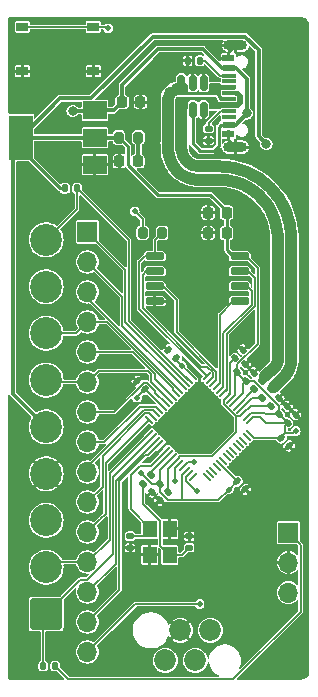
<source format=gbr>
%TF.GenerationSoftware,KiCad,Pcbnew,7.0.2*%
%TF.CreationDate,2023-08-01T17:34:10+02:00*%
%TF.ProjectId,playstation_adapter,706c6179-7374-4617-9469-6f6e5f616461,0.9*%
%TF.SameCoordinates,Original*%
%TF.FileFunction,Copper,L1,Top*%
%TF.FilePolarity,Positive*%
%FSLAX46Y46*%
G04 Gerber Fmt 4.6, Leading zero omitted, Abs format (unit mm)*
G04 Created by KiCad (PCBNEW 7.0.2) date 2023-08-01 17:34:10*
%MOMM*%
%LPD*%
G01*
G04 APERTURE LIST*
G04 Aperture macros list*
%AMRoundRect*
0 Rectangle with rounded corners*
0 $1 Rounding radius*
0 $2 $3 $4 $5 $6 $7 $8 $9 X,Y pos of 4 corners*
0 Add a 4 corners polygon primitive as box body*
4,1,4,$2,$3,$4,$5,$6,$7,$8,$9,$2,$3,0*
0 Add four circle primitives for the rounded corners*
1,1,$1+$1,$2,$3*
1,1,$1+$1,$4,$5*
1,1,$1+$1,$6,$7*
1,1,$1+$1,$8,$9*
0 Add four rect primitives between the rounded corners*
20,1,$1+$1,$2,$3,$4,$5,0*
20,1,$1+$1,$4,$5,$6,$7,0*
20,1,$1+$1,$6,$7,$8,$9,0*
20,1,$1+$1,$8,$9,$2,$3,0*%
%AMRotRect*
0 Rectangle, with rotation*
0 The origin of the aperture is its center*
0 $1 length*
0 $2 width*
0 $3 Rotation angle, in degrees counterclockwise*
0 Add horizontal line*
21,1,$1,$2,0,0,$3*%
G04 Aperture macros list end*
%TA.AperFunction,SMDPad,CuDef*%
%ADD10R,1.200000X1.400000*%
%TD*%
%TA.AperFunction,SMDPad,CuDef*%
%ADD11RoundRect,0.140000X0.170000X-0.140000X0.170000X0.140000X-0.170000X0.140000X-0.170000X-0.140000X0*%
%TD*%
%TA.AperFunction,SMDPad,CuDef*%
%ADD12RoundRect,0.150000X-0.150000X0.512500X-0.150000X-0.512500X0.150000X-0.512500X0.150000X0.512500X0*%
%TD*%
%TA.AperFunction,SMDPad,CuDef*%
%ADD13RoundRect,0.140000X0.021213X-0.219203X0.219203X-0.021213X-0.021213X0.219203X-0.219203X0.021213X0*%
%TD*%
%TA.AperFunction,SMDPad,CuDef*%
%ADD14RoundRect,0.225000X0.225000X0.250000X-0.225000X0.250000X-0.225000X-0.250000X0.225000X-0.250000X0*%
%TD*%
%TA.AperFunction,SMDPad,CuDef*%
%ADD15RoundRect,0.225000X-0.225000X-0.250000X0.225000X-0.250000X0.225000X0.250000X-0.225000X0.250000X0*%
%TD*%
%TA.AperFunction,SMDPad,CuDef*%
%ADD16RoundRect,0.140000X-0.170000X0.140000X-0.170000X-0.140000X0.170000X-0.140000X0.170000X0.140000X0*%
%TD*%
%TA.AperFunction,SMDPad,CuDef*%
%ADD17RoundRect,0.140000X-0.021213X0.219203X-0.219203X0.021213X0.021213X-0.219203X0.219203X-0.021213X0*%
%TD*%
%TA.AperFunction,SMDPad,CuDef*%
%ADD18RoundRect,0.140000X0.219203X0.021213X0.021213X0.219203X-0.219203X-0.021213X-0.021213X-0.219203X0*%
%TD*%
%TA.AperFunction,SMDPad,CuDef*%
%ADD19R,1.000000X0.750000*%
%TD*%
%TA.AperFunction,SMDPad,CuDef*%
%ADD20R,2.000000X1.500000*%
%TD*%
%TA.AperFunction,SMDPad,CuDef*%
%ADD21R,2.000000X3.800000*%
%TD*%
%TA.AperFunction,SMDPad,CuDef*%
%ADD22RoundRect,0.135000X0.135000X0.185000X-0.135000X0.185000X-0.135000X-0.185000X0.135000X-0.185000X0*%
%TD*%
%TA.AperFunction,SMDPad,CuDef*%
%ADD23RoundRect,0.135000X-0.035355X0.226274X-0.226274X0.035355X0.035355X-0.226274X0.226274X-0.035355X0*%
%TD*%
%TA.AperFunction,SMDPad,CuDef*%
%ADD24R,1.040000X0.600000*%
%TD*%
%TA.AperFunction,SMDPad,CuDef*%
%ADD25R,1.090000X0.600000*%
%TD*%
%TA.AperFunction,SMDPad,CuDef*%
%ADD26R,1.160000X0.300000*%
%TD*%
%TA.AperFunction,SMDPad,CuDef*%
%ADD27R,2.000000X2.000000*%
%TD*%
%TA.AperFunction,ComponentPad*%
%ADD28O,2.000000X0.900000*%
%TD*%
%TA.AperFunction,ComponentPad*%
%ADD29R,1.700000X1.700000*%
%TD*%
%TA.AperFunction,ComponentPad*%
%ADD30O,1.700000X1.700000*%
%TD*%
%TA.AperFunction,SMDPad,CuDef*%
%ADD31RoundRect,0.150000X-0.650000X-0.150000X0.650000X-0.150000X0.650000X0.150000X-0.650000X0.150000X0*%
%TD*%
%TA.AperFunction,SMDPad,CuDef*%
%ADD32RoundRect,0.135000X-0.185000X0.135000X-0.185000X-0.135000X0.185000X-0.135000X0.185000X0.135000X0*%
%TD*%
%TA.AperFunction,SMDPad,CuDef*%
%ADD33RoundRect,0.140000X-0.219203X-0.021213X-0.021213X-0.219203X0.219203X0.021213X0.021213X0.219203X0*%
%TD*%
%TA.AperFunction,SMDPad,CuDef*%
%ADD34RoundRect,0.050000X-0.309359X0.238649X0.238649X-0.309359X0.309359X-0.238649X-0.238649X0.309359X0*%
%TD*%
%TA.AperFunction,SMDPad,CuDef*%
%ADD35RoundRect,0.050000X-0.309359X-0.238649X-0.238649X-0.309359X0.309359X0.238649X0.238649X0.309359X0*%
%TD*%
%TA.AperFunction,SMDPad,CuDef*%
%ADD36RotRect,3.200000X3.200000X315.000000*%
%TD*%
%TA.AperFunction,SMDPad,CuDef*%
%ADD37RoundRect,0.200000X0.200000X0.275000X-0.200000X0.275000X-0.200000X-0.275000X0.200000X-0.275000X0*%
%TD*%
%TA.AperFunction,SMDPad,CuDef*%
%ADD38RoundRect,0.135000X-0.135000X-0.185000X0.135000X-0.185000X0.135000X0.185000X-0.135000X0.185000X0*%
%TD*%
%TA.AperFunction,SMDPad,CuDef*%
%ADD39RoundRect,0.200000X-0.200000X-0.275000X0.200000X-0.275000X0.200000X0.275000X-0.200000X0.275000X0*%
%TD*%
%TA.AperFunction,ComponentPad*%
%ADD40C,1.850000*%
%TD*%
%TA.AperFunction,ComponentPad*%
%ADD41RoundRect,0.250001X1.099999X-1.099999X1.099999X1.099999X-1.099999X1.099999X-1.099999X-1.099999X0*%
%TD*%
%TA.AperFunction,ComponentPad*%
%ADD42C,2.700000*%
%TD*%
%TA.AperFunction,ViaPad*%
%ADD43C,0.500000*%
%TD*%
%TA.AperFunction,ViaPad*%
%ADD44C,0.800000*%
%TD*%
%TA.AperFunction,Conductor*%
%ADD45C,0.127000*%
%TD*%
%TA.AperFunction,Conductor*%
%ADD46C,0.254000*%
%TD*%
%TA.AperFunction,Conductor*%
%ADD47C,1.000000*%
%TD*%
%TA.AperFunction,Conductor*%
%ADD48C,0.300000*%
%TD*%
G04 APERTURE END LIST*
D10*
%TO.P,Y1,1,1*%
%TO.N,/RP2040-base/XIN*%
X67770030Y-80643931D03*
%TO.P,Y1,2,2*%
%TO.N,GND*%
X67770030Y-82843931D03*
%TO.P,Y1,3,3*%
%TO.N,Net-(C16-Pad1)*%
X69470030Y-82843931D03*
%TO.P,Y1,4,4*%
%TO.N,GND*%
X69470030Y-80643931D03*
%TD*%
D11*
%TO.P,C16,1*%
%TO.N,Net-(C16-Pad1)*%
X71120030Y-82223931D03*
%TO.P,C16,2*%
%TO.N,GND*%
X71120030Y-81263931D03*
%TD*%
D12*
%TO.P,U2,1,IO1*%
%TO.N,GND*%
X72350000Y-42862500D03*
%TO.P,U2,2,VN*%
X71400000Y-42862500D03*
%TO.P,U2,3,IO2*%
%TO.N,/RP2040-base/USB_D+*%
X70450000Y-42862500D03*
%TO.P,U2,4,IO3*%
%TO.N,/RP2040-base/USB_D-*%
X70450000Y-45137500D03*
%TO.P,U2,5,VP*%
%TO.N,VBUS*%
X71400000Y-45137500D03*
%TO.P,U2,6,IO4*%
%TO.N,GND*%
X72350000Y-45137500D03*
%TD*%
D13*
%TO.P,C14,1*%
%TO.N,+3V3*%
X78731657Y-70925197D03*
%TO.P,C14,2*%
%TO.N,GND*%
X79410479Y-70246375D03*
%TD*%
D14*
%TO.P,C17,1*%
%TO.N,+3V3*%
X74275000Y-53850000D03*
%TO.P,C17,2*%
%TO.N,GND*%
X72725000Y-53850000D03*
%TD*%
D15*
%TO.P,C1,1*%
%TO.N,VBUS*%
X65437500Y-44500000D03*
%TO.P,C1,2*%
%TO.N,GND*%
X66987500Y-44500000D03*
%TD*%
D13*
%TO.P,C11,1*%
%TO.N,+3V3*%
X75196123Y-67389664D03*
%TO.P,C11,2*%
%TO.N,GND*%
X75874945Y-66710842D03*
%TD*%
D16*
%TO.P,C15,1*%
%TO.N,/RP2040-base/XIN*%
X66120030Y-81263931D03*
%TO.P,C15,2*%
%TO.N,GND*%
X66120030Y-82223931D03*
%TD*%
D17*
%TO.P,C3,1*%
%TO.N,/RP2040-base/1V1*%
X69312994Y-77515433D03*
%TO.P,C3,2*%
%TO.N,GND*%
X68634172Y-78194255D03*
%TD*%
D14*
%TO.P,C2,1*%
%TO.N,Net-(C2-Pad1)*%
X66762500Y-49500000D03*
%TO.P,C2,2*%
%TO.N,GND*%
X65212500Y-49500000D03*
%TD*%
D13*
%TO.P,C4,1*%
%TO.N,/RP2040-base/1V1*%
X74998133Y-66173440D03*
%TO.P,C4,2*%
%TO.N,GND*%
X75676955Y-65494618D03*
%TD*%
D18*
%TO.P,C7,1*%
%TO.N,+3V3*%
X67389664Y-68803877D03*
%TO.P,C7,2*%
%TO.N,GND*%
X66710842Y-68125055D03*
%TD*%
D19*
%TO.P,SW1,1,1*%
%TO.N,GND*%
X63000000Y-41875000D03*
X57000000Y-41875000D03*
%TO.P,SW1,2,2*%
%TO.N,/RP2040-base/~{USB_BOOT}*%
X63000000Y-38125000D03*
X57000000Y-38125000D03*
%TD*%
D20*
%TO.P,U1,1,GND*%
%TO.N,GND*%
X63137500Y-49800000D03*
D21*
%TO.P,U1,2,VO*%
%TO.N,+3V3*%
X56837500Y-47500000D03*
D20*
X63137500Y-47500000D03*
%TO.P,U1,3,VI*%
%TO.N,VBUS*%
X63137500Y-45200000D03*
%TD*%
D22*
%TO.P,R8,1*%
%TO.N,Net-(J3-CC2)*%
X72010000Y-41000000D03*
%TO.P,R8,2*%
%TO.N,GND*%
X70990000Y-41000000D03*
%TD*%
D23*
%TO.P,R4,1*%
%TO.N,/RP2040-base/USB_D-*%
X78017478Y-68810949D03*
%TO.P,R4,2*%
%TO.N,Net-(U3-USB_DM)*%
X77296230Y-69532197D03*
%TD*%
D24*
%TO.P,J3,A1,GND*%
%TO.N,GND*%
X74430000Y-47200000D03*
D25*
%TO.P,J3,A4,VBUS*%
%TO.N,VBUS*%
X74455000Y-46400000D03*
D26*
%TO.P,J3,A5,CC1*%
%TO.N,Net-(J3-CC1)*%
X74490000Y-45250000D03*
%TO.P,J3,A6,D+*%
%TO.N,/RP2040-base/USB_D+*%
X74490000Y-44250000D03*
%TO.P,J3,A7,D-*%
%TO.N,/RP2040-base/USB_D-*%
X74490000Y-43750000D03*
%TO.P,J3,A8,SBU1*%
%TO.N,unconnected-(J3-SBU1-PadA8)*%
X74490000Y-42750000D03*
D25*
%TO.P,J3,A9,VBUS*%
%TO.N,VBUS*%
X74455000Y-41600000D03*
D24*
%TO.P,J3,A12,GND*%
%TO.N,GND*%
X74430000Y-40800000D03*
%TO.P,J3,B1,GND*%
X74430000Y-40800000D03*
D25*
%TO.P,J3,B4,VBUS*%
%TO.N,VBUS*%
X74455000Y-41600000D03*
D26*
%TO.P,J3,B5,CC2*%
%TO.N,Net-(J3-CC2)*%
X74490000Y-42250000D03*
%TO.P,J3,B6,D+*%
%TO.N,/RP2040-base/USB_D+*%
X74490000Y-43250000D03*
%TO.P,J3,B7,D-*%
%TO.N,/RP2040-base/USB_D-*%
X74490000Y-44750000D03*
%TO.P,J3,B8,SBU2*%
%TO.N,unconnected-(J3-SBU2-PadB8)*%
X74490000Y-45750000D03*
D25*
%TO.P,J3,B9,VBUS*%
%TO.N,VBUS*%
X74455000Y-46400000D03*
D24*
%TO.P,J3,B12,GND*%
%TO.N,GND*%
X74430000Y-47200000D03*
D27*
%TO.P,J3,S1,SHIELD*%
X79230000Y-48750000D03*
D28*
X75030000Y-48320000D03*
X75030000Y-39680000D03*
D27*
X79230000Y-39250000D03*
%TD*%
D17*
%TO.P,C8,1*%
%TO.N,+3V3*%
X68605887Y-76808326D03*
%TO.P,C8,2*%
%TO.N,GND*%
X67927065Y-77487148D03*
%TD*%
D29*
%TO.P,J2,1,Pin_1*%
%TO.N,/RP2040-base/GPIO1*%
X62500000Y-55500000D03*
D30*
%TO.P,J2,2,Pin_2*%
%TO.N,/RP2040-base/GPIO2*%
X62500000Y-58040000D03*
%TO.P,J2,3,Pin_3*%
%TO.N,/RP2040-base/GPIO3*%
X62500000Y-60580000D03*
%TO.P,J2,4,Pin_4*%
%TO.N,/RP2040-base/GPIO4*%
X62500000Y-63120000D03*
%TO.P,J2,5,Pin_5*%
%TO.N,/RP2040-base/GPIO5*%
X62500000Y-65660000D03*
%TO.P,J2,6,Pin_6*%
%TO.N,/RP2040-base/GPIO6*%
X62500000Y-68200000D03*
%TO.P,J2,7,Pin_7*%
%TO.N,/RP2040-base/GPIO7*%
X62500000Y-70740000D03*
%TO.P,J2,8,Pin_8*%
%TO.N,/RP2040-base/GPIO8*%
X62500000Y-73280000D03*
%TO.P,J2,9,Pin_9*%
%TO.N,/RP2040-base/GPIO9*%
X62500000Y-75820000D03*
%TO.P,J2,10,Pin_10*%
%TO.N,/RP2040-base/GPIO10*%
X62500000Y-78360000D03*
%TO.P,J2,11,Pin_11*%
%TO.N,/RP2040-base/GPIO11*%
X62500000Y-80900000D03*
%TO.P,J2,12,Pin_12*%
%TO.N,/RP2040-base/GPIO12*%
X62500000Y-83440000D03*
%TO.P,J2,13,Pin_13*%
%TO.N,/RP2040-base/GPIO14*%
X62500000Y-85980000D03*
%TO.P,J2,14,Pin_14*%
%TO.N,/RP2040-base/GPIO15*%
X62500000Y-88520000D03*
%TO.P,J2,15,Pin_15*%
%TO.N,/RP2040-base/GPIO16*%
X62500000Y-91060000D03*
%TD*%
D31*
%TO.P,U4,1,~{CS}*%
%TO.N,/RP2040-base/QSPI_SS*%
X68202010Y-57565068D03*
%TO.P,U4,2,DO(IO1)*%
%TO.N,/RP2040-base/QSPI_SD1*%
X68202010Y-58835068D03*
%TO.P,U4,3,IO2*%
%TO.N,/RP2040-base/QSPI_SD2*%
X68202010Y-60105068D03*
%TO.P,U4,4,GND*%
%TO.N,GND*%
X68202010Y-61375068D03*
%TO.P,U4,5,DI(IO0)*%
%TO.N,/RP2040-base/QSPI_SD0*%
X75402010Y-61375068D03*
%TO.P,U4,6,CLK*%
%TO.N,/RP2040-base/QSPI_SCLK*%
X75402010Y-60105068D03*
%TO.P,U4,7,IO3*%
%TO.N,/RP2040-base/QSPI_SD3*%
X75402010Y-58835068D03*
%TO.P,U4,8,VCC*%
%TO.N,+3V3*%
X75402010Y-57565068D03*
%TD*%
D13*
%TO.P,C12,1*%
%TO.N,+3V3*%
X75903230Y-68096770D03*
%TO.P,C12,2*%
%TO.N,GND*%
X76582052Y-67417948D03*
%TD*%
D22*
%TO.P,R9,1*%
%TO.N,+3V3*%
X59760000Y-92250000D03*
%TO.P,R9,2*%
%TO.N,/RP2040-base/GPIO13*%
X58740000Y-92250000D03*
%TD*%
D32*
%TO.P,R7,1*%
%TO.N,Net-(J3-CC1)*%
X72750000Y-46740000D03*
%TO.P,R7,2*%
%TO.N,GND*%
X72750000Y-47760000D03*
%TD*%
D13*
%TO.P,C5,1*%
%TO.N,+3V3*%
X79438764Y-71632304D03*
%TO.P,C5,2*%
%TO.N,GND*%
X80117586Y-70953482D03*
%TD*%
D18*
%TO.P,C6,1*%
%TO.N,+3V3*%
X70020101Y-66173440D03*
%TO.P,C6,2*%
%TO.N,GND*%
X69341279Y-65494618D03*
%TD*%
D33*
%TO.P,C10,1*%
%TO.N,+3V3*%
X78887220Y-72919239D03*
%TO.P,C10,2*%
%TO.N,GND*%
X79566042Y-73598061D03*
%TD*%
D23*
%TO.P,R3,1*%
%TO.N,/RP2040-base/USB_D+*%
X77310371Y-68103842D03*
%TO.P,R3,2*%
%TO.N,Net-(U3-USB_DP)*%
X76589123Y-68825090D03*
%TD*%
D13*
%TO.P,C13,1*%
%TO.N,/RP2040-base/1V1*%
X78024550Y-70218091D03*
%TO.P,C13,2*%
%TO.N,GND*%
X78703372Y-69539269D03*
%TD*%
D34*
%TO.P,U3,1,IOVDD*%
%TO.N,+3V3*%
X71407798Y-67730843D03*
%TO.P,U3,2,GPIO0*%
%TO.N,/RP2040-base/GPIO0*%
X71124955Y-68013686D03*
%TO.P,U3,3,GPIO1*%
%TO.N,/RP2040-base/GPIO1*%
X70842113Y-68296528D03*
%TO.P,U3,4,GPIO2*%
%TO.N,/RP2040-base/GPIO2*%
X70559270Y-68579371D03*
%TO.P,U3,5,GPIO3*%
%TO.N,/RP2040-base/GPIO3*%
X70276427Y-68862214D03*
%TO.P,U3,6,GPIO4*%
%TO.N,/RP2040-base/GPIO4*%
X69993585Y-69145056D03*
%TO.P,U3,7,GPIO5*%
%TO.N,/RP2040-base/GPIO5*%
X69710742Y-69427899D03*
%TO.P,U3,8,GPIO6*%
%TO.N,/RP2040-base/GPIO6*%
X69427899Y-69710742D03*
%TO.P,U3,9,GPIO7*%
%TO.N,/RP2040-base/GPIO7*%
X69145056Y-69993585D03*
%TO.P,U3,10,IOVDD*%
%TO.N,+3V3*%
X68862214Y-70276427D03*
%TO.P,U3,11,GPIO8*%
%TO.N,/RP2040-base/GPIO8*%
X68579371Y-70559270D03*
%TO.P,U3,12,GPIO9*%
%TO.N,/RP2040-base/GPIO9*%
X68296528Y-70842113D03*
%TO.P,U3,13,GPIO10*%
%TO.N,/RP2040-base/GPIO10*%
X68013686Y-71124955D03*
%TO.P,U3,14,GPIO11*%
%TO.N,/RP2040-base/GPIO11*%
X67730843Y-71407798D03*
D35*
%TO.P,U3,15,GPIO12*%
%TO.N,/RP2040-base/GPIO12*%
X67730843Y-72592202D03*
%TO.P,U3,16,GPIO13*%
%TO.N,/RP2040-base/GPIO13*%
X68013686Y-72875045D03*
%TO.P,U3,17,GPIO14*%
%TO.N,/RP2040-base/GPIO14*%
X68296528Y-73157887D03*
%TO.P,U3,18,GPIO15*%
%TO.N,/RP2040-base/GPIO15*%
X68579371Y-73440730D03*
%TO.P,U3,19,TESTEN*%
%TO.N,GND*%
X68862214Y-73723573D03*
%TO.P,U3,20,XIN*%
%TO.N,/RP2040-base/XIN*%
X69145056Y-74006415D03*
%TO.P,U3,21,XOUT*%
%TO.N,/RP2040-base/XOUT*%
X69427899Y-74289258D03*
%TO.P,U3,22,IOVDD*%
%TO.N,+3V3*%
X69710742Y-74572101D03*
%TO.P,U3,23,DVDD*%
%TO.N,/RP2040-base/1V1*%
X69993585Y-74854944D03*
%TO.P,U3,24,SWCLK*%
%TO.N,/RP2040-base/SWCLK*%
X70276427Y-75137786D03*
%TO.P,U3,25,SWD*%
%TO.N,/RP2040-base/SWD*%
X70559270Y-75420629D03*
%TO.P,U3,26,RUN*%
%TO.N,+3V3*%
X70842113Y-75703472D03*
%TO.P,U3,27,GPIO16*%
%TO.N,/RP2040-base/GPIO16*%
X71124955Y-75986314D03*
%TO.P,U3,28,GPIO17*%
%TO.N,/RP2040-base/GPIO17*%
X71407798Y-76269157D03*
D34*
%TO.P,U3,29,GPIO18*%
%TO.N,/RP2040-base/GPIO18*%
X72592202Y-76269157D03*
%TO.P,U3,30,GPIO19*%
%TO.N,/RP2040-base/GPIO19*%
X72875045Y-75986314D03*
%TO.P,U3,31,GPIO20*%
%TO.N,/RP2040-base/GPIO20*%
X73157887Y-75703472D03*
%TO.P,U3,32,GPIO21*%
%TO.N,/RP2040-base/GPIO21*%
X73440730Y-75420629D03*
%TO.P,U3,33,IOVDD*%
%TO.N,+3V3*%
X73723573Y-75137786D03*
%TO.P,U3,34,GPIO22*%
%TO.N,/RP2040-base/GPIO22*%
X74006415Y-74854944D03*
%TO.P,U3,35,GPIO23*%
%TO.N,/RP2040-base/GPIO23*%
X74289258Y-74572101D03*
%TO.P,U3,36,GPIO24*%
%TO.N,/RP2040-base/GPIO24*%
X74572101Y-74289258D03*
%TO.P,U3,37,GPIO25*%
%TO.N,/RP2040-base/GPIO25*%
X74854944Y-74006415D03*
%TO.P,U3,38,GPIO26_ADC0*%
%TO.N,/RP2040-base/GPIO26*%
X75137786Y-73723573D03*
%TO.P,U3,39,GPIO27_ADC1*%
%TO.N,/RP2040-base/GPIO27*%
X75420629Y-73440730D03*
%TO.P,U3,40,GPIO28_ADC2*%
%TO.N,/RP2040-base/GPIO28*%
X75703472Y-73157887D03*
%TO.P,U3,41,GPIO29_ADC3*%
%TO.N,/RP2040-base/GPIO29*%
X75986314Y-72875045D03*
%TO.P,U3,42,IOVDD*%
%TO.N,+3V3*%
X76269157Y-72592202D03*
D35*
%TO.P,U3,43,ADC_AVDD*%
X76269157Y-71407798D03*
%TO.P,U3,44,VREG_IN*%
X75986314Y-71124955D03*
%TO.P,U3,45,VREG_VOUT*%
%TO.N,/RP2040-base/1V1*%
X75703472Y-70842113D03*
%TO.P,U3,46,USB_DM*%
%TO.N,Net-(U3-USB_DM)*%
X75420629Y-70559270D03*
%TO.P,U3,47,USB_DP*%
%TO.N,Net-(U3-USB_DP)*%
X75137786Y-70276427D03*
%TO.P,U3,48,USB_VDD*%
%TO.N,+3V3*%
X74854944Y-69993585D03*
%TO.P,U3,49,IOVDD*%
X74572101Y-69710742D03*
%TO.P,U3,50,DVDD*%
%TO.N,/RP2040-base/1V1*%
X74289258Y-69427899D03*
%TO.P,U3,51,QSPI_SD3*%
%TO.N,/RP2040-base/QSPI_SD3*%
X74006415Y-69145056D03*
%TO.P,U3,52,QSPI_SCLK*%
%TO.N,/RP2040-base/QSPI_SCLK*%
X73723573Y-68862214D03*
%TO.P,U3,53,QSPI_SD0*%
%TO.N,/RP2040-base/QSPI_SD0*%
X73440730Y-68579371D03*
%TO.P,U3,54,QSPI_SD2*%
%TO.N,/RP2040-base/QSPI_SD2*%
X73157887Y-68296528D03*
%TO.P,U3,55,QSPI_SD1*%
%TO.N,/RP2040-base/QSPI_SD1*%
X72875045Y-68013686D03*
%TO.P,U3,56,QSPI_SS*%
%TO.N,/RP2040-base/QSPI_SS*%
X72592202Y-67730843D03*
D36*
%TO.P,U3,57,GND*%
%TO.N,GND*%
X72000000Y-72000000D03*
%TD*%
D33*
%TO.P,C9,1*%
%TO.N,+3V3*%
X75196123Y-76610336D03*
%TO.P,C9,2*%
%TO.N,GND*%
X75874945Y-77289158D03*
%TD*%
D14*
%TO.P,C18,1*%
%TO.N,+3V3*%
X74275000Y-55580981D03*
%TO.P,C18,2*%
%TO.N,GND*%
X72725000Y-55580981D03*
%TD*%
D23*
%TO.P,R5,1*%
%TO.N,/RP2040-base/XOUT*%
X67919993Y-76080007D03*
%TO.P,R5,2*%
%TO.N,Net-(C16-Pad1)*%
X67198745Y-76801255D03*
%TD*%
D37*
%TO.P,R6,1*%
%TO.N,/RP2040-base/QSPI_SS*%
X68825000Y-55580981D03*
%TO.P,R6,2*%
%TO.N,/RP2040-base/~{USB_BOOT}*%
X67175000Y-55580981D03*
%TD*%
D38*
%TO.P,R10,1*%
%TO.N,+3V3*%
X60599999Y-51800000D03*
%TO.P,R10,2*%
%TO.N,/RP2040-base/GPIO0*%
X61619999Y-51800000D03*
%TD*%
D39*
%TO.P,R1,1*%
%TO.N,+3V3*%
X65162500Y-47500000D03*
%TO.P,R1,2*%
%TO.N,Net-(C2-Pad1)*%
X66812500Y-47500000D03*
%TD*%
D40*
%TO.P,SWD1,1,Pin_1*%
%TO.N,/RP2040-base/SWCLK*%
X69095000Y-91770000D03*
%TO.P,SWD1,2,Pin_2*%
%TO.N,GND*%
X70365000Y-89230000D03*
%TO.P,SWD1,3,Pin_3*%
%TO.N,/RP2040-base/SWD*%
X71635000Y-91770000D03*
%TO.P,SWD1,4,Pin_4*%
%TO.N,VBUS*%
X72905000Y-89230000D03*
%TD*%
D29*
%TO.P,J1,1,Pin_1*%
%TO.N,+3V3*%
X79500000Y-80960000D03*
D30*
%TO.P,J1,2,Pin_2*%
%TO.N,GND*%
X79500000Y-83500000D03*
%TO.P,J1,3,Pin_3*%
%TO.N,VBUS*%
X79500000Y-86040000D03*
%TD*%
D41*
%TO.P,J4,1,data*%
%TO.N,/RP2040-base/GPIO13*%
X59000000Y-87840000D03*
D42*
%TO.P,J4,2,cmd*%
%TO.N,/RP2040-base/GPIO12*%
X59000000Y-83880000D03*
%TO.P,J4,3,vpwr*%
%TO.N,/vibrator power*%
X59000000Y-79920000D03*
%TO.P,J4,4,gnd*%
%TO.N,GND*%
X59000000Y-75960000D03*
%TO.P,J4,5,pwr*%
%TO.N,+3V3*%
X59000000Y-72000000D03*
%TO.P,J4,6,att*%
%TO.N,/RP2040-base/GPIO6*%
X59000000Y-68040000D03*
%TO.P,J4,7,clk*%
%TO.N,/RP2040-base/GPIO4*%
X59000000Y-64080000D03*
%TO.P,J4,8,n.c.*%
%TO.N,unconnected-(J4-n.c.-Pad8)*%
X59000000Y-60120000D03*
%TO.P,J4,9,ack*%
%TO.N,/RP2040-base/GPIO0*%
X59000000Y-56160000D03*
%TD*%
D43*
%TO.N,GND*%
X67757359Y-84020815D03*
X73414214Y-70585786D03*
X74298097Y-72530330D03*
X67000000Y-45500000D03*
X80131728Y-69525126D03*
X69525126Y-61393398D03*
X68641243Y-79247845D03*
X76419417Y-76772971D03*
X77250000Y-66700000D03*
X69171573Y-72000000D03*
X69525126Y-79424621D03*
X61750000Y-50250000D03*
X74298097Y-71469670D03*
X79424621Y-68818019D03*
X67000000Y-43500000D03*
X72707107Y-56443651D03*
X79071068Y-74121320D03*
X68818019Y-62100505D03*
X61750000Y-49250000D03*
X68818019Y-64928932D03*
X70585786Y-80485281D03*
X72707107Y-54675884D03*
X72707107Y-52908117D03*
X65250000Y-50500000D03*
X72000000Y-46250000D03*
X73237437Y-73590990D03*
X70585786Y-70585786D03*
X67757359Y-78363961D03*
X66696699Y-82960155D03*
X67403806Y-67757359D03*
X68110913Y-62100505D03*
X72250000Y-41750000D03*
X76596194Y-65989592D03*
X72000000Y-69171573D03*
X70585786Y-73414214D03*
X76242641Y-64928932D03*
D44*
%TO.N,+3V3*%
X77651194Y-48052304D03*
D43*
X74474874Y-77303301D03*
X66696699Y-69525126D03*
X67050253Y-75889087D03*
X80131728Y-72353553D03*
X70479720Y-66802765D03*
%TO.N,/RP2040-base/~{USB_BOOT}*%
X66500000Y-53750000D03*
X64250000Y-38250000D03*
%TO.N,/RP2040-base/SWCLK*%
X69900000Y-76550000D03*
%TO.N,/RP2040-base/SWD*%
X71500000Y-75000000D03*
%TO.N,/RP2040-base/GPIO16*%
X71800000Y-77400000D03*
X72000000Y-87000000D03*
D44*
%TO.N,VBUS*%
X76000000Y-45444394D03*
X61250000Y-45250000D03*
%TD*%
D45*
%TO.N,/RP2040-base/1V1*%
X75436456Y-71109129D02*
X75082362Y-71109129D01*
X74568225Y-69148933D02*
X74289258Y-69427899D01*
X73060660Y-74474874D02*
X75082362Y-72453172D01*
X74998133Y-66173440D02*
X74568225Y-66603348D01*
X74022242Y-70049009D02*
X74022242Y-69694915D01*
X76327494Y-70218091D02*
X75703472Y-70842113D01*
X75082362Y-71109129D02*
X74022242Y-70049009D01*
X69312994Y-75535534D02*
X69993585Y-74854944D01*
X70373654Y-74474874D02*
X73060660Y-74474874D01*
X69993585Y-74854944D02*
X70373654Y-74474874D01*
X74568225Y-66603348D02*
X74568225Y-69148933D01*
X74022242Y-69694915D02*
X74289258Y-69427899D01*
X75703472Y-70842113D02*
X75436456Y-71109129D01*
X78024550Y-70218091D02*
X76327494Y-70218091D01*
X75082362Y-72453172D02*
X75082362Y-71109129D01*
X69312994Y-77515433D02*
X69312994Y-75535534D01*
%TO.N,/RP2040-base/XIN*%
X68000000Y-80786950D02*
X66166369Y-78953319D01*
X66120030Y-81263932D02*
X68000000Y-81263932D01*
X68000000Y-81263932D02*
X68000000Y-80786950D01*
X67863425Y-75288047D02*
X69145056Y-74006415D01*
X66166369Y-78953319D02*
X66166369Y-76065864D01*
X66166369Y-76065864D02*
X66944187Y-75288047D01*
X66944187Y-75288047D02*
X67863425Y-75288047D01*
D46*
%TO.N,GND*%
X74430000Y-47720000D02*
X75030000Y-48320000D01*
X75874945Y-66710842D02*
X75874946Y-66710842D01*
X74430000Y-40800000D02*
X74430000Y-40280000D01*
X74430000Y-40280000D02*
X75030000Y-39680000D01*
X74430000Y-47200000D02*
X74430000Y-47720000D01*
D47*
%TO.N,/RP2040-base/USB_D+*%
X78239047Y-54149076D02*
X78054607Y-53753542D01*
X78467926Y-66811025D02*
X78533323Y-66697751D01*
X69323000Y-47970352D02*
X69323000Y-44225000D01*
X71028309Y-50907655D02*
X70686010Y-50751333D01*
X72405403Y-51073993D02*
X71755153Y-51066264D01*
X71755153Y-51066264D02*
X71389371Y-51013672D01*
X70686010Y-50751333D02*
X70369430Y-50547879D01*
X69478845Y-49358191D02*
X69372828Y-48997129D01*
X78054607Y-53753542D02*
X77836396Y-53375588D01*
X78635467Y-66312010D02*
X78636500Y-66246590D01*
X75728407Y-51525795D02*
X75365939Y-51375656D01*
X76662632Y-52094642D02*
X76305136Y-51844319D01*
X75365939Y-51375656D02*
X74992802Y-51254416D01*
X74992802Y-51254416D02*
X74611298Y-51162825D01*
X69320236Y-48631347D02*
X69312507Y-47981097D01*
X69312507Y-47981097D02*
X69323000Y-47970352D01*
X78388312Y-54559180D02*
X78239047Y-54149076D01*
X78615087Y-55845288D02*
X78577050Y-55410526D01*
X77568255Y-67731745D02*
X78398517Y-66901483D01*
X78617228Y-66450564D02*
X78635467Y-66312010D01*
X69635167Y-49700490D02*
X69478845Y-49358191D01*
X77836396Y-53375588D02*
X77586075Y-53018090D01*
X73827580Y-51070268D02*
X73157427Y-51064228D01*
X78617228Y-66227318D02*
X78617228Y-56063500D01*
X78577050Y-55410526D02*
X78501266Y-54980733D01*
X73157427Y-51064228D02*
X72415403Y-51064228D01*
X72415403Y-51064228D02*
X72405403Y-51073993D01*
X78617228Y-56063500D02*
X78615087Y-55845288D01*
X70123000Y-43425000D02*
X70250000Y-43425000D01*
X74223797Y-51101452D02*
X73827580Y-51070268D01*
X70369430Y-50547879D02*
X70085044Y-50301456D01*
X75941491Y-51634367D02*
X75728407Y-51525795D01*
X77305548Y-52683770D02*
X76996951Y-52375171D01*
X69838621Y-50017070D02*
X69635167Y-49700490D01*
X71389371Y-51013672D02*
X71028309Y-50907655D01*
X70085044Y-50301456D02*
X69838621Y-50017070D01*
X76996951Y-52375171D02*
X76662632Y-52094642D01*
X69372828Y-48997129D02*
X69320236Y-48631347D01*
X78583376Y-66576909D02*
X78617228Y-66450564D01*
X78533323Y-66697751D02*
X78583376Y-66576909D01*
X78636500Y-66246590D02*
X78617228Y-66227318D01*
X77586075Y-53018090D02*
X77305548Y-52683770D01*
X78501266Y-54980733D02*
X78388312Y-54559180D01*
X74611298Y-51162825D02*
X74223797Y-51101452D01*
X78398517Y-66901483D02*
X78467926Y-66811025D01*
X76305136Y-51844319D02*
X75941491Y-51634367D01*
X70123000Y-43425000D02*
G75*
G03*
X69323000Y-44225000I0J-800000D01*
G01*
D48*
%TO.N,+3V3*%
X62827000Y-44173000D02*
X60164500Y-44173000D01*
D45*
X76906204Y-64972476D02*
X76906204Y-58521428D01*
D48*
X77000000Y-40071867D02*
X75881133Y-38953000D01*
D45*
X75917372Y-68110913D02*
X76582759Y-68110913D01*
X70500000Y-78187184D02*
X70500000Y-76045585D01*
X75903229Y-68096771D02*
X75691097Y-68308903D01*
D48*
X56173000Y-69173000D02*
X56173000Y-48164500D01*
D45*
X76596194Y-72919239D02*
X78887220Y-72919239D01*
D46*
X74344777Y-57044777D02*
X74344777Y-53744777D01*
X74275000Y-53850000D02*
X74275000Y-53719123D01*
D45*
X75949844Y-57565068D02*
X75402010Y-57565068D01*
X76539626Y-71137330D02*
X76269157Y-71407798D01*
X78887220Y-72919239D02*
X79247845Y-72558614D01*
X75691097Y-69157431D02*
X74854944Y-69993585D01*
D48*
X59000000Y-72000000D02*
X56173000Y-69173000D01*
D45*
X80540500Y-82000500D02*
X79500000Y-80960000D01*
X75196123Y-66682557D02*
X76906204Y-64972476D01*
X76269157Y-72592202D02*
X76596194Y-72919239D01*
X75903229Y-68096771D02*
X75917372Y-68110913D01*
X78731657Y-70925198D02*
X79438763Y-71632304D01*
X78731657Y-70925198D02*
X77600286Y-70925198D01*
X74983991Y-69298852D02*
X74572101Y-69710742D01*
X77105311Y-71137330D02*
X76539626Y-71137330D01*
X74474874Y-77303301D02*
X73590991Y-78187184D01*
X66696699Y-69525126D02*
X66696699Y-69496842D01*
X75196123Y-67389664D02*
X75196123Y-67417948D01*
X74474874Y-75889087D02*
X73723573Y-75137786D01*
D46*
X65916500Y-49806408D02*
X65916500Y-48254000D01*
D45*
X77458864Y-70783776D02*
X76327494Y-70783776D01*
X74863500Y-93336500D02*
X80540500Y-87659500D01*
D48*
X77000000Y-47401110D02*
X77000000Y-40071867D01*
X60164500Y-44173000D02*
X56837500Y-47500000D01*
D45*
X70500000Y-76045585D02*
X70842113Y-75703472D01*
X76327494Y-70783776D02*
X75986314Y-71124955D01*
D48*
X77651194Y-48052304D02*
X77000000Y-47401110D01*
D45*
X75196123Y-67417948D02*
X75874945Y-68096771D01*
X77600286Y-70925198D02*
X77458864Y-70783776D01*
D46*
X74275000Y-53719123D02*
X72905877Y-52350000D01*
D45*
X73590991Y-78187184D02*
X70055456Y-78187184D01*
X68605887Y-76808326D02*
X67969491Y-76808326D01*
X79247845Y-72558614D02*
X79926667Y-72558614D01*
X79438763Y-71632304D02*
X79247845Y-71823223D01*
X75691097Y-68308903D02*
X75691097Y-69157431D01*
X60846500Y-93336500D02*
X74863500Y-93336500D01*
D46*
X65916500Y-48254000D02*
X65162500Y-47500000D01*
D45*
X68605887Y-76808326D02*
X68605887Y-75676955D01*
X71407798Y-67730843D02*
X70020101Y-66343146D01*
D46*
X60200000Y-51800000D02*
X56837500Y-48437500D01*
X68460092Y-52350000D02*
X65916500Y-49806408D01*
X74865068Y-57565068D02*
X74344777Y-57044777D01*
D48*
X56173000Y-48164500D02*
X56837500Y-47500000D01*
D45*
X67969491Y-76808326D02*
X67050253Y-75889087D01*
X75196123Y-67389664D02*
X75196123Y-66682557D01*
X77600286Y-71632304D02*
X77105311Y-71137330D01*
D48*
X65162500Y-47500000D02*
X56837500Y-47500000D01*
X68047000Y-38953000D02*
X62827000Y-44173000D01*
D46*
X75402010Y-57565068D02*
X74865068Y-57565068D01*
D45*
X75874945Y-68096771D02*
X75903229Y-68096771D01*
X74983991Y-67601796D02*
X74983991Y-69298852D01*
X76582759Y-68110913D02*
X78731657Y-70259810D01*
X74503158Y-77303301D02*
X74474874Y-77303301D01*
X74474874Y-75889087D02*
X75196123Y-76610336D01*
D46*
X56837500Y-48437500D02*
X56837500Y-47500000D01*
D45*
X68605887Y-77473714D02*
X68605887Y-76808326D01*
X70479720Y-66802765D02*
X70020101Y-66343146D01*
X68605887Y-75676955D02*
X69710742Y-74572101D01*
X59760000Y-92250000D02*
X60846500Y-93336500D01*
X70020101Y-66343146D02*
X70020101Y-66173440D01*
X76906204Y-58521428D02*
X75949844Y-57565068D01*
X79247845Y-71823223D02*
X79247845Y-72558614D01*
X80540500Y-87659500D02*
X80540500Y-82000500D01*
X75196123Y-67389664D02*
X74983991Y-67601796D01*
D48*
X75881133Y-38953000D02*
X68047000Y-38953000D01*
D45*
X78731657Y-70259810D02*
X78731657Y-70925198D01*
X69319358Y-78187184D02*
X68605887Y-77473714D01*
D46*
X72905877Y-52350000D02*
X68460092Y-52350000D01*
D45*
X70055456Y-78187184D02*
X69319358Y-78187184D01*
X75196123Y-76610336D02*
X74503158Y-77303301D01*
X70055456Y-78187184D02*
X70500000Y-78187184D01*
X79926667Y-72558614D02*
X80131728Y-72353553D01*
X66696699Y-69496842D02*
X67389664Y-68803877D01*
X67389664Y-68803877D02*
X68862214Y-70276427D01*
X79438763Y-71632304D02*
X77600286Y-71632304D01*
D46*
X60599999Y-51800000D02*
X60200000Y-51800000D01*
D47*
%TO.N,/RP2040-base/USB_D-*%
X79140516Y-67759484D02*
X78300000Y-68600000D01*
X79237451Y-67659465D02*
X79140516Y-67759484D01*
X79763500Y-66255468D02*
X79761300Y-66394735D01*
X79652861Y-66939933D02*
X79546274Y-67197267D01*
X70450000Y-45137500D02*
X70450000Y-48436500D01*
X79546274Y-67197267D02*
X79407010Y-67438487D01*
X79761300Y-66394735D02*
X79724948Y-66670888D01*
X79407010Y-67438487D02*
X79237451Y-67659465D01*
X71950000Y-49936500D02*
X73636500Y-49936500D01*
X79763500Y-56063500D02*
X79763500Y-66255468D01*
X79724948Y-66670888D02*
X79652861Y-66939933D01*
X70450000Y-48436500D02*
G75*
G03*
X71950000Y-49936500I1500000J0D01*
G01*
X79763500Y-56063500D02*
G75*
G03*
X73636500Y-49936500I-6127000J0D01*
G01*
D45*
%TO.N,Net-(C16-Pad1)*%
X67198745Y-78498745D02*
X68679530Y-79979530D01*
X67198745Y-76801255D02*
X67198745Y-78498745D01*
X68679530Y-82053431D02*
X69470030Y-82843931D01*
X68679530Y-79979530D02*
X68679530Y-82053431D01*
X69470030Y-82843931D02*
X70500030Y-82843931D01*
X70500030Y-82843931D02*
X71120030Y-82223931D01*
%TO.N,/RP2040-base/QSPI_SS*%
X68202010Y-57565068D02*
X67343049Y-57565068D01*
X66852263Y-58055854D02*
X66852263Y-61990904D01*
X67343049Y-57565068D02*
X66852263Y-58055854D01*
X68825000Y-55580981D02*
X68202010Y-56203971D01*
X68202010Y-56203971D02*
X68202010Y-57565068D01*
X66852263Y-61990904D02*
X72592202Y-67730843D01*
%TO.N,/RP2040-base/~{USB_BOOT}*%
X63000000Y-38125000D02*
X57000000Y-38125000D01*
X64125000Y-38125000D02*
X63000000Y-38125000D01*
X64250000Y-38250000D02*
X64125000Y-38125000D01*
X67175000Y-55580981D02*
X67175000Y-54425000D01*
X67175000Y-54425000D02*
X66500000Y-53750000D01*
%TO.N,/RP2040-base/XOUT*%
X67919994Y-76080006D02*
X67919994Y-75797163D01*
X67919994Y-75797163D02*
X69427899Y-74289258D01*
%TO.N,/RP2040-base/QSPI_SD1*%
X73142061Y-67392576D02*
X72644174Y-66894689D01*
X73142061Y-67746669D02*
X73142061Y-67392576D01*
X72644174Y-66894689D02*
X72155563Y-66894689D01*
X67205816Y-61944942D02*
X67205816Y-59116514D01*
X72155563Y-66894689D02*
X67205816Y-61944942D01*
X72875045Y-68013686D02*
X73142061Y-67746669D01*
X67487262Y-58835068D02*
X68202010Y-58835068D01*
X67205816Y-59116514D02*
X67487262Y-58835068D01*
%TO.N,/RP2040-base/QSPI_SD2*%
X68202010Y-60105067D02*
X68901476Y-60105067D01*
X73424904Y-68029512D02*
X73157887Y-68296528D01*
X68901476Y-60105067D02*
X70055456Y-61259048D01*
X73424904Y-67316208D02*
X73424904Y-68029512D01*
X70055456Y-63946761D02*
X73424904Y-67316208D01*
X70055456Y-61259048D02*
X70055456Y-63946761D01*
%TO.N,/RP2040-base/QSPI_SD0*%
X73707746Y-68312355D02*
X73440730Y-68579371D01*
X73707746Y-62514079D02*
X73707746Y-68312355D01*
X75402010Y-61375068D02*
X74846757Y-61375068D01*
X74846757Y-61375068D02*
X73707746Y-62514079D01*
%TO.N,/RP2040-base/QSPI_SCLK*%
X73995322Y-68590464D02*
X73995322Y-64063295D01*
X76398204Y-60530728D02*
X75972544Y-60105067D01*
X73995322Y-64063295D02*
X76398204Y-61660413D01*
X75972544Y-60105067D02*
X75402010Y-60105067D01*
X73723573Y-68862214D02*
X73995322Y-68590464D01*
X76398204Y-61660413D02*
X76398204Y-60530728D01*
%TO.N,/RP2040-base/QSPI_SD3*%
X74006415Y-69145056D02*
X74314225Y-68837247D01*
X74314225Y-68837247D02*
X74314225Y-64103603D01*
X74314225Y-64103603D02*
X76652204Y-61765624D01*
X76652204Y-59370514D02*
X76116758Y-58835068D01*
X76116758Y-58835068D02*
X75402010Y-58835068D01*
X76652204Y-61765624D02*
X76652204Y-59370514D01*
%TO.N,/RP2040-base/GPIO0*%
X66000000Y-56180001D02*
X66000000Y-63000000D01*
X71013686Y-68013686D02*
X71124955Y-68013686D01*
X61619999Y-51800000D02*
X66000000Y-56180001D01*
X59000000Y-56160000D02*
X61619999Y-53540001D01*
X61619999Y-53540001D02*
X61619999Y-51800000D01*
X66000000Y-63000000D02*
X71013686Y-68013686D01*
%TO.N,/RP2040-base/GPIO1*%
X65685585Y-58685585D02*
X65685585Y-61225585D01*
X65685585Y-63140000D02*
X65685585Y-61225585D01*
X62500000Y-55500000D02*
X65685585Y-58685585D01*
X70842113Y-68296528D02*
X65685585Y-63140000D01*
%TO.N,/RP2040-base/GPIO2*%
X65431585Y-60971585D02*
X62500000Y-58040000D01*
X65431585Y-63451686D02*
X65431585Y-60971585D01*
X70559270Y-68579371D02*
X65431585Y-63451686D01*
%TO.N,/RP2040-base/GPIO3*%
X62500000Y-60580000D02*
X62500000Y-61085787D01*
X62500000Y-61085787D02*
X70276427Y-68862214D01*
%TO.N,/RP2040-base/GPIO4*%
X62500000Y-63120000D02*
X61540000Y-64080000D01*
X69726568Y-68878039D02*
X69726568Y-68671565D01*
X69993585Y-69145056D02*
X69726568Y-68878039D01*
X61540000Y-64080000D02*
X59000000Y-64080000D01*
X64175003Y-63120000D02*
X62500000Y-63120000D01*
X69726568Y-68671565D02*
X64175003Y-63120000D01*
%TO.N,/RP2040-base/GPIO5*%
X66355793Y-65660000D02*
X62500000Y-65660000D01*
X68200000Y-67504207D02*
X66355793Y-65660000D01*
X68200000Y-67917157D02*
X68200000Y-67504207D01*
X69710742Y-69427899D02*
X68200000Y-67917157D01*
%TO.N,/RP2040-base/GPIO6*%
X62500000Y-68200000D02*
X59160000Y-68200000D01*
X63450000Y-67250000D02*
X67586583Y-67250000D01*
X67586583Y-67250000D02*
X67900000Y-67563417D01*
X59160000Y-68200000D02*
X59000000Y-68040000D01*
X62500000Y-68200000D02*
X63450000Y-67250000D01*
X67900000Y-67563417D02*
X67900000Y-68182843D01*
X67900000Y-68182843D02*
X69427899Y-69710742D01*
%TO.N,/RP2040-base/GPIO7*%
X68250000Y-69098529D02*
X69145056Y-69993585D01*
X62500000Y-70740000D02*
X64788153Y-70740000D01*
X67273980Y-68254173D02*
X67554173Y-68254173D01*
X64788153Y-70740000D02*
X67273980Y-68254173D01*
X68250000Y-68950000D02*
X68250000Y-69098529D01*
X67554173Y-68254173D02*
X68250000Y-68950000D01*
%TO.N,/RP2040-base/GPIO8*%
X68312355Y-70292254D02*
X68579371Y-70559270D01*
X66907746Y-70292254D02*
X68312355Y-70292254D01*
X62500000Y-73280000D02*
X63920000Y-73280000D01*
X63920000Y-73280000D02*
X66907746Y-70292254D01*
%TO.N,/RP2040-base/GPIO9*%
X68296528Y-70842113D02*
X68029511Y-70575096D01*
X67675419Y-70575096D02*
X67646576Y-70603939D01*
X67287366Y-70603939D02*
X62500000Y-75391306D01*
X62500000Y-75391306D02*
X62500000Y-75820000D01*
X67646576Y-70603939D02*
X67287366Y-70603939D01*
X68029511Y-70575096D02*
X67675419Y-70575096D01*
%TO.N,/RP2040-base/GPIO10*%
X68013686Y-71124955D02*
X67746670Y-70857939D01*
X63794500Y-77000000D02*
X63794500Y-77065500D01*
X63794500Y-77065500D02*
X62500000Y-78360000D01*
X67746670Y-70857939D02*
X67392576Y-70857939D01*
X63794500Y-74456015D02*
X63794500Y-77000000D01*
X67392576Y-70857939D02*
X63794500Y-74456015D01*
%TO.N,/RP2040-base/GPIO11*%
X67730843Y-71407798D02*
X64048001Y-75090640D01*
X64048001Y-79351999D02*
X63600000Y-79800000D01*
X63600000Y-79800000D02*
X62500000Y-80900000D01*
X64048001Y-75090640D02*
X64048001Y-79351999D01*
%TO.N,/RP2040-base/GPIO12*%
X62500000Y-83440000D02*
X64400000Y-81540000D01*
X62500000Y-83440000D02*
X59440000Y-83440000D01*
X64400000Y-75923045D02*
X67730843Y-72592202D01*
X64400000Y-81540000D02*
X64400000Y-75923045D01*
X59440000Y-83440000D02*
X59000000Y-83880000D01*
%TO.N,/RP2040-base/GPIO13*%
X64654000Y-76234731D02*
X64654000Y-82757490D01*
X58740000Y-88100000D02*
X59000000Y-87840000D01*
X59179605Y-87660395D02*
X59179605Y-88019605D01*
X64654000Y-82757490D02*
X62471990Y-84939500D01*
X68013686Y-72875045D02*
X64654000Y-76234731D01*
X62471990Y-84939500D02*
X61900500Y-84939500D01*
X61900500Y-84939500D02*
X59179605Y-87660395D01*
X58740000Y-92250000D02*
X58740000Y-88100000D01*
%TO.N,/RP2040-base/GPIO14*%
X68296528Y-73157887D02*
X64908000Y-76546415D01*
X64908000Y-76546415D02*
X64908000Y-83572000D01*
X64908000Y-83572000D02*
X62500000Y-85980000D01*
%TO.N,/RP2040-base/GPIO15*%
X65200000Y-85820000D02*
X62500000Y-88520000D01*
X65200000Y-76613625D02*
X65200000Y-85820000D01*
X68579371Y-73440730D02*
X67620101Y-74400000D01*
X67620101Y-74400000D02*
X67413625Y-74400000D01*
X67413625Y-74400000D02*
X65200000Y-76613625D01*
%TO.N,/RP2040-base/SWCLK*%
X69900000Y-76550000D02*
X69900000Y-75514213D01*
X69900000Y-75514213D02*
X70276427Y-75137786D01*
%TO.N,/RP2040-base/SWD*%
X71500000Y-75000000D02*
X70979899Y-75000000D01*
X70979899Y-75000000D02*
X70559270Y-75420629D01*
%TO.N,/RP2040-base/GPIO16*%
X70857939Y-76253330D02*
X71124955Y-75986314D01*
X70857939Y-76607424D02*
X70857939Y-76253330D01*
X72000000Y-87000000D02*
X66560000Y-87000000D01*
X71650515Y-77400000D02*
X70857939Y-76607424D01*
X71800000Y-77400000D02*
X71650515Y-77400000D01*
X66560000Y-87000000D02*
X62500000Y-91060000D01*
D48*
%TO.N,VBUS*%
X73856000Y-41600000D02*
X72256000Y-40000000D01*
D46*
X73200000Y-48600000D02*
X73600000Y-48200000D01*
D48*
X76000000Y-42555606D02*
X76000000Y-45444394D01*
X75044394Y-46400000D02*
X76000000Y-45444394D01*
D46*
X73600000Y-48200000D02*
X73600000Y-46600000D01*
D48*
X74455000Y-41600000D02*
X73856000Y-41600000D01*
X68500000Y-40000000D02*
X65437500Y-43062500D01*
X72256000Y-40000000D02*
X68500000Y-40000000D01*
X74455000Y-46400000D02*
X75044394Y-46400000D01*
D46*
X63087500Y-45250000D02*
X63137500Y-45200000D01*
D48*
X64737500Y-45200000D02*
X65437500Y-44500000D01*
D46*
X72000000Y-48600000D02*
X73200000Y-48600000D01*
X71400000Y-45137500D02*
X71400000Y-48000000D01*
X71400000Y-48000000D02*
X72000000Y-48600000D01*
D48*
X75044394Y-41600000D02*
X76000000Y-42555606D01*
X65437500Y-43062500D02*
X65437500Y-44500000D01*
X74455000Y-41600000D02*
X75044394Y-41600000D01*
X61250000Y-45250000D02*
X63087500Y-45250000D01*
D46*
X73800000Y-46400000D02*
X74455000Y-46400000D01*
D48*
X63137500Y-45200000D02*
X64737500Y-45200000D01*
D46*
X73600000Y-46600000D02*
X73800000Y-46400000D01*
D45*
%TO.N,Net-(J3-CC1)*%
X74490000Y-45250000D02*
X73783000Y-45250000D01*
X73783000Y-45250000D02*
X72750000Y-46283000D01*
X72750000Y-46283000D02*
X72750000Y-46740000D01*
%TO.N,Net-(J3-CC2)*%
X72490000Y-41000000D02*
X72010000Y-41000000D01*
X74490000Y-42250000D02*
X73740000Y-42250000D01*
X73740000Y-42250000D02*
X72490000Y-41000000D01*
D48*
%TO.N,Net-(C2-Pad1)*%
X66812500Y-49450000D02*
X66762500Y-49500000D01*
X66812500Y-47500000D02*
X66812500Y-49450000D01*
D45*
%TO.N,Net-(U3-USB_DP)*%
X76589123Y-68825091D02*
X75137786Y-70276427D01*
%TO.N,Net-(U3-USB_DM)*%
X77296230Y-69532197D02*
X76447702Y-69532197D01*
X76447702Y-69532197D02*
X75420629Y-70559270D01*
%TD*%
%TA.AperFunction,Conductor*%
%TO.N,/RP2040-base/USB_D-*%
G36*
X75340677Y-43569685D02*
G01*
X75361319Y-43586319D01*
X75613681Y-43838681D01*
X75647166Y-43900004D01*
X75650000Y-43926362D01*
X75650000Y-44598638D01*
X75630315Y-44665677D01*
X75613681Y-44686319D01*
X75361319Y-44938681D01*
X75299996Y-44972166D01*
X75273638Y-44975000D01*
X75107339Y-44975000D01*
X75083147Y-44972617D01*
X75082559Y-44972500D01*
X75082558Y-44972500D01*
X73897442Y-44972500D01*
X73860252Y-44979897D01*
X73818077Y-45008078D01*
X73817003Y-45009686D01*
X73763389Y-45054489D01*
X73727790Y-45064010D01*
X73723873Y-45064452D01*
X73712337Y-45065752D01*
X73688347Y-45075691D01*
X73685975Y-45076233D01*
X73658836Y-45079348D01*
X72901983Y-45082297D01*
X72834867Y-45062874D01*
X72788907Y-45010249D01*
X72777500Y-44958298D01*
X72777500Y-44587141D01*
X72777500Y-44587140D01*
X72777500Y-44583568D01*
X72774808Y-44560366D01*
X72732903Y-44465458D01*
X72659542Y-44392097D01*
X72612088Y-44371144D01*
X72564633Y-44350191D01*
X72544979Y-44347911D01*
X72544969Y-44347910D01*
X72541432Y-44347500D01*
X72158568Y-44347500D01*
X72155031Y-44347910D01*
X72155020Y-44347911D01*
X72135366Y-44350191D01*
X72040458Y-44392097D01*
X71962681Y-44469874D01*
X71901357Y-44503358D01*
X71831666Y-44498374D01*
X71787319Y-44469874D01*
X71749735Y-44432290D01*
X71709542Y-44392097D01*
X71667635Y-44373594D01*
X71614633Y-44350191D01*
X71594979Y-44347911D01*
X71594969Y-44347910D01*
X71591432Y-44347500D01*
X71208568Y-44347500D01*
X71205031Y-44347910D01*
X71205020Y-44347911D01*
X71185366Y-44350191D01*
X71090456Y-44392098D01*
X71017098Y-44465456D01*
X70975191Y-44560366D01*
X70972911Y-44580020D01*
X70972910Y-44580031D01*
X70972500Y-44583568D01*
X70972500Y-44587140D01*
X70972500Y-44587141D01*
X70972500Y-45016092D01*
X70952815Y-45083131D01*
X70950000Y-45086630D01*
X70949940Y-45326032D01*
X70930238Y-45393066D01*
X70877423Y-45438807D01*
X70825940Y-45450000D01*
X70074500Y-45450000D01*
X70007461Y-45430315D01*
X69961706Y-45377511D01*
X69950500Y-45326000D01*
X69950500Y-44237211D01*
X69952883Y-44213020D01*
X69958819Y-44183177D01*
X69977329Y-44138484D01*
X69987323Y-44123528D01*
X70021528Y-44089323D01*
X70036484Y-44079329D01*
X70081173Y-44060819D01*
X70111028Y-44054881D01*
X70135212Y-44052500D01*
X70199192Y-44052500D01*
X70205354Y-44052500D01*
X70222999Y-44053761D01*
X70249000Y-44057500D01*
X73302115Y-44057500D01*
X73369154Y-44077185D01*
X73409426Y-44119370D01*
X73432363Y-44158987D01*
X73567320Y-44392097D01*
X73574510Y-44404515D01*
X73593340Y-44429621D01*
X73633614Y-44471808D01*
X73666634Y-44491922D01*
X73692122Y-44507448D01*
X73759161Y-44527133D01*
X73796491Y-44532500D01*
X73796492Y-44532500D01*
X74922690Y-44532500D01*
X74926000Y-44532500D01*
X74954166Y-44529472D01*
X74956197Y-44529030D01*
X74975206Y-44527500D01*
X75082558Y-44527500D01*
X75119748Y-44520102D01*
X75161922Y-44491922D01*
X75190102Y-44449748D01*
X75197500Y-44412558D01*
X75197500Y-44087442D01*
X75190102Y-44050252D01*
X75161922Y-44008078D01*
X75119748Y-43979898D01*
X75110613Y-43973794D01*
X75101550Y-43965798D01*
X75030368Y-43920051D01*
X74963328Y-43900366D01*
X74926001Y-43895000D01*
X74926000Y-43895000D01*
X74039000Y-43895000D01*
X73971961Y-43875315D01*
X73926206Y-43822511D01*
X73915000Y-43771000D01*
X73915000Y-43729000D01*
X73934685Y-43661961D01*
X73987489Y-43616206D01*
X74039000Y-43605000D01*
X74922690Y-43605000D01*
X74926000Y-43605000D01*
X74954166Y-43601972D01*
X75005677Y-43590766D01*
X75060914Y-43563115D01*
X75116418Y-43550000D01*
X75273638Y-43550000D01*
X75340677Y-43569685D01*
G37*
%TD.AperFunction*%
%TD*%
%TA.AperFunction,Conductor*%
%TO.N,GND*%
G36*
X80800000Y-50075000D02*
G01*
X77800000Y-50075000D01*
X77800000Y-48561628D01*
X77917220Y-48513075D01*
X78027412Y-48428522D01*
X78111965Y-48318330D01*
X78165117Y-48190009D01*
X78183246Y-48052304D01*
X78165117Y-47914599D01*
X78111965Y-47786278D01*
X78111964Y-47786277D01*
X78027412Y-47676085D01*
X77917219Y-47591532D01*
X77800000Y-47542979D01*
X77800000Y-37875000D01*
X80800000Y-37875000D01*
X80800000Y-50075000D01*
G37*
%TD.AperFunction*%
%TD*%
%TA.AperFunction,Conductor*%
%TO.N,/RP2040-base/USB_D+*%
G36*
X70915539Y-42944685D02*
G01*
X70961294Y-42997489D01*
X70972500Y-43049000D01*
X70972500Y-43416432D01*
X70972910Y-43419969D01*
X70972911Y-43419979D01*
X70975191Y-43439633D01*
X70989703Y-43472500D01*
X71017097Y-43534542D01*
X71090458Y-43607903D01*
X71185366Y-43649808D01*
X71208568Y-43652500D01*
X71212142Y-43652500D01*
X71587858Y-43652500D01*
X71591432Y-43652500D01*
X71614634Y-43649808D01*
X71709542Y-43607903D01*
X71782903Y-43534542D01*
X71782903Y-43534541D01*
X71787319Y-43530126D01*
X71848642Y-43496641D01*
X71918334Y-43501625D01*
X71962681Y-43530126D01*
X71967097Y-43534542D01*
X72040458Y-43607903D01*
X72135366Y-43649808D01*
X72158568Y-43652500D01*
X72162142Y-43652500D01*
X72537858Y-43652500D01*
X72541432Y-43652500D01*
X72564634Y-43649808D01*
X72659542Y-43607903D01*
X72732903Y-43534542D01*
X72774808Y-43439634D01*
X72777500Y-43416432D01*
X72777500Y-43049000D01*
X72797185Y-42981961D01*
X72849989Y-42936206D01*
X72901500Y-42925000D01*
X73707083Y-42925000D01*
X73774122Y-42944685D01*
X73810184Y-42980108D01*
X73818078Y-42991922D01*
X73860252Y-43020102D01*
X73897442Y-43027500D01*
X74926000Y-43027500D01*
X74993039Y-43047185D01*
X75038794Y-43099989D01*
X75050000Y-43151500D01*
X75050000Y-43348500D01*
X75030315Y-43415539D01*
X74977511Y-43461294D01*
X74926000Y-43472500D01*
X73897442Y-43472500D01*
X73860252Y-43479897D01*
X73818077Y-43508077D01*
X73789897Y-43550252D01*
X73782500Y-43587441D01*
X73782500Y-43912558D01*
X73789897Y-43949747D01*
X73818077Y-43991922D01*
X73860252Y-44020102D01*
X73897442Y-44027500D01*
X74926000Y-44027500D01*
X74993039Y-44047185D01*
X75038794Y-44099989D01*
X75050000Y-44151500D01*
X75050000Y-44276000D01*
X75030315Y-44343039D01*
X74977511Y-44388794D01*
X74926000Y-44400000D01*
X73796492Y-44400000D01*
X73729453Y-44380315D01*
X73689179Y-44338128D01*
X73653210Y-44276000D01*
X73450000Y-43925000D01*
X70249000Y-43925000D01*
X70181961Y-43905315D01*
X70136206Y-43852511D01*
X70125000Y-43801000D01*
X70125000Y-43732716D01*
X70125958Y-43717336D01*
X70142195Y-43587441D01*
X70211422Y-43033618D01*
X70239269Y-42969540D01*
X70297341Y-42930687D01*
X70334464Y-42925000D01*
X70848500Y-42925000D01*
X70915539Y-42944685D01*
G37*
%TD.AperFunction*%
%TD*%
%TA.AperFunction,Conductor*%
%TO.N,GND*%
G36*
X80603056Y-37300801D02*
G01*
X80730342Y-37313337D01*
X80742353Y-37315726D01*
X80861799Y-37351960D01*
X80873110Y-37356644D01*
X80983195Y-37415486D01*
X80993378Y-37422291D01*
X81089862Y-37501474D01*
X81098525Y-37510137D01*
X81177708Y-37606621D01*
X81184514Y-37616807D01*
X81229116Y-37700251D01*
X81243351Y-37726881D01*
X81248040Y-37738202D01*
X81284272Y-37857645D01*
X81286662Y-37869660D01*
X81299199Y-37996941D01*
X81299500Y-38003068D01*
X81299500Y-92696930D01*
X81299199Y-92703056D01*
X81286662Y-92830338D01*
X81284272Y-92842354D01*
X81248040Y-92961797D01*
X81243351Y-92973118D01*
X81184515Y-93083191D01*
X81177708Y-93093378D01*
X81098525Y-93189862D01*
X81089862Y-93198525D01*
X80993378Y-93277708D01*
X80983191Y-93284515D01*
X80873118Y-93343351D01*
X80861797Y-93348040D01*
X80742354Y-93384272D01*
X80730338Y-93386662D01*
X80603056Y-93399199D01*
X80596930Y-93399500D01*
X75221503Y-93399500D01*
X75177309Y-93381194D01*
X75159003Y-93337000D01*
X75177309Y-93292806D01*
X76538851Y-91931264D01*
X80645102Y-87825011D01*
X80662176Y-87812897D01*
X80662649Y-87812670D01*
X80680962Y-87789705D01*
X80685607Y-87784506D01*
X80690775Y-87779340D01*
X80694655Y-87773162D01*
X80698709Y-87767451D01*
X80717011Y-87744503D01*
X80717127Y-87743996D01*
X80725145Y-87724640D01*
X80725418Y-87724206D01*
X80728703Y-87695034D01*
X80729879Y-87688121D01*
X80731500Y-87681022D01*
X80731500Y-87673735D01*
X80731893Y-87666737D01*
X80735180Y-87637565D01*
X80735118Y-87637389D01*
X80735007Y-87637069D01*
X80731500Y-87616428D01*
X80731500Y-82043571D01*
X80735007Y-82022929D01*
X80735180Y-82022435D01*
X80731893Y-81993260D01*
X80731500Y-81986263D01*
X80731500Y-81978982D01*
X80731500Y-81978979D01*
X80729875Y-81971862D01*
X80728703Y-81964960D01*
X80728353Y-81961857D01*
X80725418Y-81935794D01*
X80725137Y-81935348D01*
X80717126Y-81916004D01*
X80717011Y-81915497D01*
X80717009Y-81915494D01*
X80698703Y-81892539D01*
X80694653Y-81886832D01*
X80690775Y-81880660D01*
X80685621Y-81875506D01*
X80680960Y-81870291D01*
X80662649Y-81847330D01*
X80662646Y-81847328D01*
X80662171Y-81847099D01*
X80645100Y-81834985D01*
X80495806Y-81685691D01*
X80477500Y-81641497D01*
X80477500Y-80097442D01*
X80474688Y-80083305D01*
X80470102Y-80060252D01*
X80441922Y-80018078D01*
X80399748Y-79989898D01*
X80362558Y-79982500D01*
X78637442Y-79982500D01*
X78618846Y-79986199D01*
X78600251Y-79989898D01*
X78558078Y-80018078D01*
X78529898Y-80060251D01*
X78529897Y-80060252D01*
X78529898Y-80060252D01*
X78522500Y-80097442D01*
X78522500Y-81822558D01*
X78529898Y-81859748D01*
X78558078Y-81901922D01*
X78600252Y-81930102D01*
X78637442Y-81937500D01*
X80181497Y-81937500D01*
X80225691Y-81955806D01*
X80331194Y-82061309D01*
X80349500Y-82105503D01*
X80349500Y-82820389D01*
X80331194Y-82864583D01*
X80287000Y-82882889D01*
X80242806Y-82864583D01*
X80238687Y-82860039D01*
X80194183Y-82805811D01*
X80045419Y-82683724D01*
X79875692Y-82593003D01*
X79691524Y-82537136D01*
X79627000Y-82530780D01*
X79627000Y-83013118D01*
X79535763Y-83000000D01*
X79464237Y-83000000D01*
X79373000Y-83013118D01*
X79373000Y-82530781D01*
X79372999Y-82530780D01*
X79308475Y-82537136D01*
X79124307Y-82593003D01*
X78954580Y-82683724D01*
X78805813Y-82805813D01*
X78683724Y-82954580D01*
X78593003Y-83124307D01*
X78537136Y-83308477D01*
X78530782Y-83373000D01*
X79016182Y-83373000D01*
X79000000Y-83428111D01*
X79000000Y-83571889D01*
X79016182Y-83627000D01*
X78530782Y-83627000D01*
X78537136Y-83691522D01*
X78593003Y-83875692D01*
X78683724Y-84045419D01*
X78805813Y-84194186D01*
X78954580Y-84316275D01*
X79124307Y-84406996D01*
X79308477Y-84462863D01*
X79373000Y-84469217D01*
X79373000Y-83986881D01*
X79464237Y-84000000D01*
X79535763Y-84000000D01*
X79627000Y-83986881D01*
X79627000Y-84469217D01*
X79691522Y-84462863D01*
X79875692Y-84406996D01*
X80045419Y-84316275D01*
X80194183Y-84194188D01*
X80238686Y-84139961D01*
X80280873Y-84117411D01*
X80326649Y-84131296D01*
X80349199Y-84173483D01*
X80349500Y-84179610D01*
X80349500Y-85359601D01*
X80331194Y-85403795D01*
X80287000Y-85422101D01*
X80242806Y-85403795D01*
X80238687Y-85399251D01*
X80233155Y-85392510D01*
X80194541Y-85345459D01*
X80045698Y-85223306D01*
X80035396Y-85217799D01*
X79875885Y-85132538D01*
X79691622Y-85076642D01*
X79500000Y-85057770D01*
X79308377Y-85076642D01*
X79124114Y-85132538D01*
X78954303Y-85223305D01*
X78805459Y-85345459D01*
X78683305Y-85494303D01*
X78592538Y-85664114D01*
X78536642Y-85848377D01*
X78517770Y-86040000D01*
X78536642Y-86231622D01*
X78592538Y-86415885D01*
X78650500Y-86524322D01*
X78683306Y-86585698D01*
X78805459Y-86734541D01*
X78954302Y-86856694D01*
X78993884Y-86877851D01*
X79124114Y-86947461D01*
X79124116Y-86947461D01*
X79124117Y-86947462D01*
X79308376Y-87003357D01*
X79500000Y-87022230D01*
X79691624Y-87003357D01*
X79875883Y-86947462D01*
X80045698Y-86856694D01*
X80194541Y-86734541D01*
X80238687Y-86680748D01*
X80280874Y-86658199D01*
X80326649Y-86672085D01*
X80349199Y-86714272D01*
X80349500Y-86720398D01*
X80349500Y-87554497D01*
X80331194Y-87598691D01*
X75410625Y-92519259D01*
X75366431Y-92537565D01*
X75322237Y-92519259D01*
X75303931Y-92475065D01*
X75310622Y-92446929D01*
X75396370Y-92276860D01*
X75429690Y-92168061D01*
X75463885Y-92056401D01*
X75466095Y-92039143D01*
X75493172Y-91827694D01*
X75483386Y-91597332D01*
X75434810Y-91371938D01*
X75348841Y-91157994D01*
X75348840Y-91157992D01*
X75227952Y-90961658D01*
X75075620Y-90788575D01*
X75006455Y-90732728D01*
X74896228Y-90643726D01*
X74877107Y-90633044D01*
X74694939Y-90531279D01*
X74477538Y-90454467D01*
X74250285Y-90415500D01*
X74077465Y-90415500D01*
X74076159Y-90415611D01*
X74076139Y-90415612D01*
X73905258Y-90430157D01*
X73682134Y-90488254D01*
X73682132Y-90488254D01*
X73682131Y-90488255D01*
X73624506Y-90514303D01*
X73472030Y-90583226D01*
X73280996Y-90712343D01*
X73114537Y-90871879D01*
X72977435Y-91057255D01*
X72873627Y-91263143D01*
X72806114Y-91483598D01*
X72796101Y-91561795D01*
X72772329Y-91603306D01*
X72726168Y-91615850D01*
X72684657Y-91592078D01*
X72675539Y-91569115D01*
X72674059Y-91569565D01*
X72671702Y-91561795D01*
X72612089Y-91365277D01*
X72514356Y-91182433D01*
X72462275Y-91118972D01*
X72382831Y-91022168D01*
X72222569Y-90890646D01*
X72222570Y-90890646D01*
X72222567Y-90890644D01*
X72039723Y-90792911D01*
X71929582Y-90759500D01*
X71841324Y-90732727D01*
X71657539Y-90714626D01*
X71635000Y-90712407D01*
X71634999Y-90712407D01*
X71428675Y-90732727D01*
X71230276Y-90792911D01*
X71125294Y-90849025D01*
X71047433Y-90890644D01*
X71047431Y-90890645D01*
X71047430Y-90890646D01*
X70887168Y-91022168D01*
X70755646Y-91182430D01*
X70657911Y-91365276D01*
X70597727Y-91563675D01*
X70577407Y-91769999D01*
X70597727Y-91976324D01*
X70622017Y-92056397D01*
X70657911Y-92174723D01*
X70755644Y-92357567D01*
X70790364Y-92399873D01*
X70887168Y-92517831D01*
X70960901Y-92578341D01*
X71047433Y-92649356D01*
X71230277Y-92747089D01*
X71428674Y-92807272D01*
X71635000Y-92827593D01*
X71841326Y-92807272D01*
X72039723Y-92747089D01*
X72222567Y-92649356D01*
X72382831Y-92517831D01*
X72514356Y-92357567D01*
X72612089Y-92174723D01*
X72672272Y-91976326D01*
X72672272Y-91976324D01*
X72673302Y-91972930D01*
X72703649Y-91935953D01*
X72751254Y-91931264D01*
X72788231Y-91961611D01*
X72794208Y-91977906D01*
X72835189Y-92168061D01*
X72921159Y-92382007D01*
X73042047Y-92578341D01*
X73133516Y-92682270D01*
X73194380Y-92751425D01*
X73373772Y-92896274D01*
X73464857Y-92947156D01*
X73575060Y-93008720D01*
X73618504Y-93024070D01*
X73654076Y-93056053D01*
X73656613Y-93103821D01*
X73624630Y-93139393D01*
X73597683Y-93145500D01*
X60951503Y-93145500D01*
X60907309Y-93127194D01*
X60175806Y-92395691D01*
X60157500Y-92351497D01*
X60157500Y-92039143D01*
X60142270Y-91962577D01*
X60084252Y-91875747D01*
X59997422Y-91817729D01*
X59920857Y-91802500D01*
X59920856Y-91802500D01*
X59599144Y-91802500D01*
X59599143Y-91802500D01*
X59522577Y-91817729D01*
X59435747Y-91875747D01*
X59377729Y-91962577D01*
X59362500Y-92039143D01*
X59362500Y-92460856D01*
X59377729Y-92537422D01*
X59435747Y-92624252D01*
X59522577Y-92682270D01*
X59599143Y-92697500D01*
X59911497Y-92697500D01*
X59955691Y-92715806D01*
X60532691Y-93292806D01*
X60550997Y-93337000D01*
X60532691Y-93381194D01*
X60488497Y-93399500D01*
X55863000Y-93399500D01*
X55818806Y-93381194D01*
X55800500Y-93337000D01*
X55800500Y-79920000D01*
X57517436Y-79920000D01*
X57537656Y-80164022D01*
X57597765Y-80401388D01*
X57696124Y-80625622D01*
X57830049Y-80830610D01*
X57995887Y-81010758D01*
X58189114Y-81161153D01*
X58404461Y-81277693D01*
X58636052Y-81357198D01*
X58877571Y-81397500D01*
X58877573Y-81397500D01*
X59122427Y-81397500D01*
X59122429Y-81397500D01*
X59363948Y-81357198D01*
X59595539Y-81277693D01*
X59810886Y-81161153D01*
X60004113Y-81010758D01*
X60169951Y-80830610D01*
X60303876Y-80625622D01*
X60402235Y-80401388D01*
X60462344Y-80164022D01*
X60482564Y-79920000D01*
X60462344Y-79675978D01*
X60402235Y-79438612D01*
X60303876Y-79214378D01*
X60169951Y-79009390D01*
X60004113Y-78829242D01*
X59810886Y-78678847D01*
X59595539Y-78562307D01*
X59363948Y-78482802D01*
X59122429Y-78442500D01*
X58877571Y-78442500D01*
X58636052Y-78482802D01*
X58435580Y-78551624D01*
X58404458Y-78562308D01*
X58189112Y-78678848D01*
X57995889Y-78829240D01*
X57830048Y-79009390D01*
X57758547Y-79118832D01*
X57696124Y-79214378D01*
X57597765Y-79438612D01*
X57537656Y-79675978D01*
X57517436Y-79920000D01*
X55800500Y-79920000D01*
X55800500Y-75960000D01*
X57517938Y-75960000D01*
X57538151Y-76203944D01*
X57598238Y-76441221D01*
X57696566Y-76665385D01*
X57830447Y-76870303D01*
X57868619Y-76911771D01*
X57868621Y-76911772D01*
X58314478Y-76465914D01*
X58412009Y-76580735D01*
X58495443Y-76644160D01*
X58048516Y-77091086D01*
X58189389Y-77200733D01*
X58404659Y-77317231D01*
X58636176Y-77396710D01*
X58877614Y-77437000D01*
X59122386Y-77437000D01*
X59363823Y-77396710D01*
X59595340Y-77317231D01*
X59810610Y-77200733D01*
X59951481Y-77091086D01*
X59951482Y-77091086D01*
X59507212Y-76646817D01*
X59517431Y-76640669D01*
X59651658Y-76513523D01*
X59684576Y-76464970D01*
X60131377Y-76911771D01*
X60131378Y-76911771D01*
X60169555Y-76870300D01*
X60303433Y-76665385D01*
X60401761Y-76441221D01*
X60461848Y-76203944D01*
X60482061Y-75960000D01*
X60461848Y-75716055D01*
X60401761Y-75478778D01*
X60303433Y-75254614D01*
X60169552Y-75049696D01*
X60131379Y-75008227D01*
X60131377Y-75008226D01*
X59685519Y-75454083D01*
X59587991Y-75339265D01*
X59504554Y-75275838D01*
X59951482Y-74828912D01*
X59810610Y-74719266D01*
X59595340Y-74602768D01*
X59363823Y-74523289D01*
X59122386Y-74483000D01*
X58877614Y-74483000D01*
X58636176Y-74523289D01*
X58404659Y-74602768D01*
X58189387Y-74719268D01*
X58048517Y-74828912D01*
X58048516Y-74828912D01*
X58492787Y-75273182D01*
X58482569Y-75279331D01*
X58348342Y-75406477D01*
X58315423Y-75455028D01*
X57868621Y-75008226D01*
X57830443Y-75049700D01*
X57696566Y-75254614D01*
X57598238Y-75478778D01*
X57538151Y-75716055D01*
X57517938Y-75960000D01*
X55800500Y-75960000D01*
X55800500Y-69318190D01*
X55818806Y-69273996D01*
X55863000Y-69255690D01*
X55907194Y-69273996D01*
X55916140Y-69285291D01*
X55924642Y-69299024D01*
X55928676Y-69306677D01*
X55940097Y-69332542D01*
X55948886Y-69341331D01*
X55957830Y-69352622D01*
X55961051Y-69357825D01*
X55964373Y-69363189D01*
X55981576Y-69376180D01*
X55986935Y-69380227D01*
X55993464Y-69385909D01*
X57741562Y-71134007D01*
X57759868Y-71178201D01*
X57749691Y-71212385D01*
X57696124Y-71294376D01*
X57613388Y-71482995D01*
X57597765Y-71518612D01*
X57537656Y-71755978D01*
X57517436Y-72000000D01*
X57537656Y-72244022D01*
X57597765Y-72481388D01*
X57696124Y-72705622D01*
X57830049Y-72910610D01*
X57995887Y-73090758D01*
X58189114Y-73241153D01*
X58404461Y-73357693D01*
X58636052Y-73437198D01*
X58877571Y-73477500D01*
X58877573Y-73477500D01*
X59122427Y-73477500D01*
X59122429Y-73477500D01*
X59363948Y-73437198D01*
X59595539Y-73357693D01*
X59810886Y-73241153D01*
X60004113Y-73090758D01*
X60169951Y-72910610D01*
X60303876Y-72705622D01*
X60402235Y-72481388D01*
X60462344Y-72244022D01*
X60482564Y-72000000D01*
X60462344Y-71755978D01*
X60402235Y-71518612D01*
X60303876Y-71294378D01*
X60169951Y-71089390D01*
X60004113Y-70909242D01*
X59810886Y-70758847D01*
X59595539Y-70642307D01*
X59363948Y-70562802D01*
X59122429Y-70522500D01*
X58877571Y-70522500D01*
X58636052Y-70562802D01*
X58430112Y-70633501D01*
X58404458Y-70642308D01*
X58205559Y-70749947D01*
X58157978Y-70754882D01*
X58131618Y-70739174D01*
X56468806Y-69076362D01*
X56450500Y-69032168D01*
X56450500Y-60120000D01*
X57517436Y-60120000D01*
X57537656Y-60364022D01*
X57597765Y-60601388D01*
X57696124Y-60825622D01*
X57696125Y-60825623D01*
X57804931Y-60992165D01*
X57830049Y-61030610D01*
X57995887Y-61210758D01*
X58189114Y-61361153D01*
X58404461Y-61477693D01*
X58636052Y-61557198D01*
X58877571Y-61597500D01*
X58877573Y-61597500D01*
X59122427Y-61597500D01*
X59122429Y-61597500D01*
X59363948Y-61557198D01*
X59595539Y-61477693D01*
X59810886Y-61361153D01*
X60004113Y-61210758D01*
X60169951Y-61030610D01*
X60303876Y-60825622D01*
X60402235Y-60601388D01*
X60462344Y-60364022D01*
X60482564Y-60120000D01*
X60462344Y-59875978D01*
X60402235Y-59638612D01*
X60303876Y-59414378D01*
X60169951Y-59209390D01*
X60004113Y-59029242D01*
X59810886Y-58878847D01*
X59595539Y-58762307D01*
X59363948Y-58682802D01*
X59122429Y-58642500D01*
X58877571Y-58642500D01*
X58636052Y-58682802D01*
X58485344Y-58734540D01*
X58404458Y-58762308D01*
X58189112Y-58878848D01*
X57995889Y-59029240D01*
X57830048Y-59209390D01*
X57760523Y-59315807D01*
X57696124Y-59414378D01*
X57597765Y-59638612D01*
X57537656Y-59875978D01*
X57517436Y-60120000D01*
X56450500Y-60120000D01*
X56450500Y-49590000D01*
X56468806Y-49545806D01*
X56513000Y-49527500D01*
X57541694Y-49527500D01*
X57585888Y-49545806D01*
X59997965Y-51957883D01*
X60005735Y-51967349D01*
X60016516Y-51983484D01*
X60032644Y-51994260D01*
X60032654Y-51994268D01*
X60100697Y-52039734D01*
X60103654Y-52040631D01*
X60106736Y-52040934D01*
X60173527Y-52054220D01*
X60213301Y-52080796D01*
X60275746Y-52174252D01*
X60362576Y-52232270D01*
X60439142Y-52247500D01*
X60439143Y-52247500D01*
X60760856Y-52247500D01*
X60802698Y-52239177D01*
X60837422Y-52232270D01*
X60924251Y-52174252D01*
X60982269Y-52087423D01*
X60997499Y-52010856D01*
X60997499Y-51589144D01*
X60982269Y-51512577D01*
X60965449Y-51487404D01*
X60924251Y-51425747D01*
X60837421Y-51367729D01*
X60760856Y-51352500D01*
X60760855Y-51352500D01*
X60439143Y-51352500D01*
X60439142Y-51352500D01*
X60362576Y-51367729D01*
X60265410Y-51432655D01*
X60263026Y-51429087D01*
X60242140Y-51443013D01*
X60195233Y-51433634D01*
X60185814Y-51425896D01*
X58686918Y-49927000D01*
X62010500Y-49927000D01*
X62010500Y-50562508D01*
X62017868Y-50599552D01*
X62045938Y-50641561D01*
X62087947Y-50669631D01*
X62124991Y-50677000D01*
X63010500Y-50677000D01*
X63010500Y-49927000D01*
X63264500Y-49927000D01*
X63264500Y-50677000D01*
X64150009Y-50677000D01*
X64187052Y-50669631D01*
X64229061Y-50641561D01*
X64257131Y-50599552D01*
X64264500Y-50562508D01*
X64264500Y-49927000D01*
X63264500Y-49927000D01*
X63010500Y-49927000D01*
X62010500Y-49927000D01*
X58686918Y-49927000D01*
X58432918Y-49673000D01*
X62010500Y-49673000D01*
X63010500Y-49673000D01*
X63010500Y-48923000D01*
X63264500Y-48923000D01*
X63264500Y-49673000D01*
X64264500Y-49673000D01*
X64264500Y-49627000D01*
X64635501Y-49627000D01*
X64635501Y-49783405D01*
X64645468Y-49851824D01*
X64697065Y-49957368D01*
X64780131Y-50040434D01*
X64885675Y-50092031D01*
X64954094Y-50101999D01*
X65085499Y-50101999D01*
X65085500Y-50101998D01*
X65085500Y-49627000D01*
X64635501Y-49627000D01*
X64264500Y-49627000D01*
X64264500Y-49372999D01*
X64635499Y-49372999D01*
X64635500Y-49373000D01*
X65085499Y-49373000D01*
X65085500Y-48898000D01*
X64954094Y-48898000D01*
X64885675Y-48907968D01*
X64780131Y-48959565D01*
X64697065Y-49042631D01*
X64645468Y-49148175D01*
X64635500Y-49216595D01*
X64635499Y-49372999D01*
X64264500Y-49372999D01*
X64264500Y-49037491D01*
X64257131Y-49000447D01*
X64229061Y-48958438D01*
X64187052Y-48930368D01*
X64150009Y-48923000D01*
X63264500Y-48923000D01*
X63010500Y-48923000D01*
X62124991Y-48923000D01*
X62087947Y-48930368D01*
X62045938Y-48958438D01*
X62017868Y-49000447D01*
X62010500Y-49037491D01*
X62010500Y-49673000D01*
X58432918Y-49673000D01*
X57983306Y-49223388D01*
X57965000Y-49179194D01*
X57965000Y-47840000D01*
X57983306Y-47795806D01*
X58027500Y-47777500D01*
X61947500Y-47777500D01*
X61991694Y-47795806D01*
X62010000Y-47840000D01*
X62009999Y-48262557D01*
X62014509Y-48285225D01*
X62017398Y-48299748D01*
X62045578Y-48341922D01*
X62087752Y-48370102D01*
X62124942Y-48377500D01*
X62124943Y-48377500D01*
X64150057Y-48377500D01*
X64150058Y-48377500D01*
X64187248Y-48370102D01*
X64229422Y-48341922D01*
X64257602Y-48299748D01*
X64265000Y-48262558D01*
X64265000Y-47840000D01*
X64283306Y-47795806D01*
X64327500Y-47777500D01*
X64575466Y-47777500D01*
X64619660Y-47795806D01*
X64637431Y-47831843D01*
X64641278Y-47861070D01*
X64690088Y-47965744D01*
X64771755Y-48047411D01*
X64848913Y-48083390D01*
X64876429Y-48096221D01*
X64924125Y-48102500D01*
X65379193Y-48102499D01*
X65423387Y-48120805D01*
X65643694Y-48341112D01*
X65662000Y-48385306D01*
X65662000Y-48867816D01*
X65643694Y-48912010D01*
X65599500Y-48930316D01*
X65572051Y-48923966D01*
X65539326Y-48907968D01*
X65470905Y-48898000D01*
X65339500Y-48898000D01*
X65339500Y-50101999D01*
X65470905Y-50101999D01*
X65539326Y-50092031D01*
X65644867Y-50040435D01*
X65673543Y-50011759D01*
X65717736Y-49993452D01*
X65761931Y-50011757D01*
X68258057Y-52507883D01*
X68265827Y-52517349D01*
X68276608Y-52533484D01*
X68292736Y-52544260D01*
X68292744Y-52544267D01*
X68330648Y-52569593D01*
X68360791Y-52589734D01*
X68441057Y-52605700D01*
X68441067Y-52605701D01*
X68460092Y-52609485D01*
X68479117Y-52605701D01*
X68491309Y-52604500D01*
X72774571Y-52604500D01*
X72818765Y-52622806D01*
X73683592Y-53487633D01*
X73701898Y-53531827D01*
X73701245Y-53540836D01*
X73697500Y-53566544D01*
X73697500Y-54133453D01*
X73707483Y-54201972D01*
X73759151Y-54307662D01*
X73842337Y-54390848D01*
X73890254Y-54414273D01*
X73948028Y-54442517D01*
X74016547Y-54452500D01*
X74027775Y-54452499D01*
X74071968Y-54470802D01*
X74090277Y-54514995D01*
X74090277Y-54915981D01*
X74071971Y-54960175D01*
X74027781Y-54978481D01*
X74016548Y-54978481D01*
X73948027Y-54988464D01*
X73842337Y-55040132D01*
X73759151Y-55123318D01*
X73707483Y-55229007D01*
X73697500Y-55297527D01*
X73697500Y-55864434D01*
X73707483Y-55932953D01*
X73759151Y-56038643D01*
X73842337Y-56121829D01*
X73929561Y-56164470D01*
X73948028Y-56173498D01*
X74016547Y-56183481D01*
X74027775Y-56183480D01*
X74071968Y-56201783D01*
X74090277Y-56245976D01*
X74090277Y-57013555D01*
X74089076Y-57025747D01*
X74085291Y-57044777D01*
X74089219Y-57064527D01*
X74105042Y-57144077D01*
X74150507Y-57212121D01*
X74150512Y-57212127D01*
X74157982Y-57223306D01*
X74161293Y-57228261D01*
X74177422Y-57239038D01*
X74186893Y-57246811D01*
X74326159Y-57386077D01*
X74456204Y-57516121D01*
X74474510Y-57560315D01*
X74474510Y-57756500D01*
X74474716Y-57758283D01*
X74474718Y-57758302D01*
X74477201Y-57779700D01*
X74519106Y-57874610D01*
X74592467Y-57947971D01*
X74639921Y-57968923D01*
X74687376Y-57989876D01*
X74694487Y-57990701D01*
X74708775Y-57992359D01*
X74708778Y-57992359D01*
X74710578Y-57992568D01*
X74712381Y-57992568D01*
X76081341Y-57992568D01*
X76125535Y-58010874D01*
X76696898Y-58582237D01*
X76715204Y-58626431D01*
X76715204Y-59012511D01*
X76696898Y-59056705D01*
X76652704Y-59075011D01*
X76608510Y-59056705D01*
X76347816Y-58796010D01*
X76329510Y-58751816D01*
X76329510Y-58645439D01*
X76329510Y-58645438D01*
X76329510Y-58643636D01*
X76326818Y-58620434D01*
X76292788Y-58543362D01*
X76284913Y-58525525D01*
X76211552Y-58452164D01*
X76116642Y-58410259D01*
X76095244Y-58407776D01*
X76095225Y-58407774D01*
X76093442Y-58407568D01*
X74710578Y-58407568D01*
X74708795Y-58407774D01*
X74708775Y-58407776D01*
X74687377Y-58410259D01*
X74592467Y-58452164D01*
X74519106Y-58525525D01*
X74477201Y-58620435D01*
X74474718Y-58641833D01*
X74474716Y-58641853D01*
X74474510Y-58643636D01*
X74474510Y-59026500D01*
X74474716Y-59028283D01*
X74474718Y-59028302D01*
X74477201Y-59049700D01*
X74519106Y-59144610D01*
X74592467Y-59217971D01*
X74619150Y-59229752D01*
X74687376Y-59259876D01*
X74695433Y-59260810D01*
X74708775Y-59262359D01*
X74708778Y-59262359D01*
X74710578Y-59262568D01*
X74712381Y-59262568D01*
X76091639Y-59262568D01*
X76093442Y-59262568D01*
X76095242Y-59262359D01*
X76095244Y-59262359D01*
X76116641Y-59259877D01*
X76116643Y-59259876D01*
X76116644Y-59259876D01*
X76184870Y-59229751D01*
X76232692Y-59228648D01*
X76254308Y-59242733D01*
X76442898Y-59431323D01*
X76461204Y-59475517D01*
X76461204Y-60172725D01*
X76442898Y-60216919D01*
X76398704Y-60235225D01*
X76354510Y-60216919D01*
X76347816Y-60210225D01*
X76329510Y-60166031D01*
X76329510Y-59915439D01*
X76329510Y-59913636D01*
X76326818Y-59890434D01*
X76284913Y-59795526D01*
X76284913Y-59795525D01*
X76211552Y-59722164D01*
X76116642Y-59680259D01*
X76095244Y-59677776D01*
X76095225Y-59677774D01*
X76093442Y-59677568D01*
X74710578Y-59677568D01*
X74708795Y-59677774D01*
X74708775Y-59677776D01*
X74687377Y-59680259D01*
X74592467Y-59722164D01*
X74519106Y-59795525D01*
X74477201Y-59890435D01*
X74474718Y-59911833D01*
X74474716Y-59911853D01*
X74474510Y-59913636D01*
X74474510Y-60296500D01*
X74474716Y-60298283D01*
X74474718Y-60298302D01*
X74477201Y-60319700D01*
X74519106Y-60414610D01*
X74592467Y-60487971D01*
X74627247Y-60503327D01*
X74687376Y-60529876D01*
X74695433Y-60530810D01*
X74708775Y-60532359D01*
X74708778Y-60532359D01*
X74710578Y-60532568D01*
X74712381Y-60532568D01*
X76091639Y-60532568D01*
X76093442Y-60532568D01*
X76095664Y-60532310D01*
X76096107Y-60532259D01*
X76096255Y-60532301D01*
X76097041Y-60532256D01*
X76096317Y-60532318D01*
X76142117Y-60545346D01*
X76147509Y-60550148D01*
X76188897Y-60591536D01*
X76207203Y-60635730D01*
X76207204Y-60894328D01*
X76188898Y-60938522D01*
X76144704Y-60956828D01*
X76119460Y-60951503D01*
X76116642Y-60950259D01*
X76095244Y-60947776D01*
X76095225Y-60947774D01*
X76093442Y-60947568D01*
X74710578Y-60947568D01*
X74708795Y-60947774D01*
X74708775Y-60947776D01*
X74687377Y-60950259D01*
X74592467Y-60992164D01*
X74519106Y-61065525D01*
X74477201Y-61160435D01*
X74474718Y-61181833D01*
X74474716Y-61181853D01*
X74474510Y-61183636D01*
X74474510Y-61185439D01*
X74474510Y-61451311D01*
X74456204Y-61495505D01*
X73603142Y-62348566D01*
X73586071Y-62360680D01*
X73585596Y-62360908D01*
X73567292Y-62383860D01*
X73562628Y-62389081D01*
X73557470Y-62394239D01*
X73553596Y-62400405D01*
X73549542Y-62406118D01*
X73531234Y-62429075D01*
X73531117Y-62429590D01*
X73523109Y-62448926D01*
X73522827Y-62449373D01*
X73519540Y-62478549D01*
X73518367Y-62485454D01*
X73516746Y-62492558D01*
X73516746Y-62499842D01*
X73516353Y-62506839D01*
X73513066Y-62536013D01*
X73513239Y-62536508D01*
X73516746Y-62557150D01*
X73516746Y-66987047D01*
X73498440Y-67031241D01*
X73454246Y-67049547D01*
X73410052Y-67031241D01*
X70264762Y-63885951D01*
X70246456Y-63841757D01*
X70246456Y-61302119D01*
X70249963Y-61281477D01*
X70250136Y-61280983D01*
X70246849Y-61251808D01*
X70246456Y-61244811D01*
X70246456Y-61237530D01*
X70246456Y-61237527D01*
X70244831Y-61230410D01*
X70243659Y-61223508D01*
X70240374Y-61194343D01*
X70240374Y-61194342D01*
X70240093Y-61193896D01*
X70232082Y-61174552D01*
X70231967Y-61174045D01*
X70221205Y-61160550D01*
X70213659Y-61151087D01*
X70209609Y-61145380D01*
X70205731Y-61139208D01*
X70200577Y-61134054D01*
X70195916Y-61128839D01*
X70177605Y-61105878D01*
X70177604Y-61105877D01*
X70177602Y-61105875D01*
X70177126Y-61105646D01*
X70160057Y-61093533D01*
X69147816Y-60081292D01*
X69129510Y-60037098D01*
X69129510Y-59915439D01*
X69129510Y-59915438D01*
X69129510Y-59913636D01*
X69126818Y-59890434D01*
X69084913Y-59795526D01*
X69084913Y-59795525D01*
X69011552Y-59722164D01*
X68916642Y-59680259D01*
X68895244Y-59677776D01*
X68895225Y-59677774D01*
X68893442Y-59677568D01*
X67510578Y-59677568D01*
X67508795Y-59677774D01*
X67508775Y-59677776D01*
X67487377Y-59680259D01*
X67484560Y-59681503D01*
X67436737Y-59682607D01*
X67402141Y-59649572D01*
X67396816Y-59624328D01*
X67396816Y-59315807D01*
X67415122Y-59271613D01*
X67459316Y-59253307D01*
X67484562Y-59258633D01*
X67487376Y-59259876D01*
X67499083Y-59261234D01*
X67508775Y-59262359D01*
X67508778Y-59262359D01*
X67510578Y-59262568D01*
X67512381Y-59262568D01*
X68891639Y-59262568D01*
X68893442Y-59262568D01*
X68895242Y-59262359D01*
X68895244Y-59262359D01*
X68900529Y-59261745D01*
X68916644Y-59259876D01*
X69011552Y-59217971D01*
X69084913Y-59144610D01*
X69126818Y-59049702D01*
X69129510Y-59026500D01*
X69129510Y-58643636D01*
X69126818Y-58620434D01*
X69092788Y-58543362D01*
X69084913Y-58525525D01*
X69011552Y-58452164D01*
X68916642Y-58410259D01*
X68895244Y-58407776D01*
X68895225Y-58407774D01*
X68893442Y-58407568D01*
X67510578Y-58407568D01*
X67508795Y-58407774D01*
X67508775Y-58407776D01*
X67487377Y-58410259D01*
X67392467Y-58452164D01*
X67319106Y-58525525D01*
X67277201Y-58620435D01*
X67274718Y-58641833D01*
X67274716Y-58641853D01*
X67274510Y-58643636D01*
X67274510Y-58645439D01*
X67274510Y-58751816D01*
X67256204Y-58796010D01*
X67149957Y-58902257D01*
X67105763Y-58920563D01*
X67061569Y-58902257D01*
X67043263Y-58858063D01*
X67043263Y-58160856D01*
X67061568Y-58116663D01*
X67267171Y-57911060D01*
X67311363Y-57892755D01*
X67355557Y-57911061D01*
X67392467Y-57947971D01*
X67439921Y-57968923D01*
X67487376Y-57989876D01*
X67494487Y-57990701D01*
X67508775Y-57992359D01*
X67508778Y-57992359D01*
X67510578Y-57992568D01*
X67512381Y-57992568D01*
X68891639Y-57992568D01*
X68893442Y-57992568D01*
X68895242Y-57992359D01*
X68895244Y-57992359D01*
X68900529Y-57991745D01*
X68916644Y-57989876D01*
X69011552Y-57947971D01*
X69084913Y-57874610D01*
X69126818Y-57779702D01*
X69129510Y-57756500D01*
X69129510Y-57373636D01*
X69127821Y-57359083D01*
X69126818Y-57350435D01*
X69084913Y-57255525D01*
X69011552Y-57182164D01*
X68916642Y-57140259D01*
X68895244Y-57137776D01*
X68895225Y-57137774D01*
X68893442Y-57137568D01*
X68891639Y-57137568D01*
X68455510Y-57137568D01*
X68411316Y-57119262D01*
X68393010Y-57075068D01*
X68393010Y-56308973D01*
X68411315Y-56264780D01*
X68481758Y-56194337D01*
X68525950Y-56176032D01*
X68534108Y-56176567D01*
X68538927Y-56177201D01*
X68538929Y-56177202D01*
X68586625Y-56183481D01*
X69063374Y-56183480D01*
X69111071Y-56177202D01*
X69215744Y-56128392D01*
X69297411Y-56046725D01*
X69346221Y-55942052D01*
X69352500Y-55894356D01*
X69352500Y-55707981D01*
X72148001Y-55707981D01*
X72148001Y-55864386D01*
X72157968Y-55932805D01*
X72209565Y-56038349D01*
X72292631Y-56121415D01*
X72398175Y-56173012D01*
X72466594Y-56182980D01*
X72597999Y-56182980D01*
X72598000Y-56182979D01*
X72598000Y-55707981D01*
X72852000Y-55707981D01*
X72852000Y-56182980D01*
X72983405Y-56182980D01*
X73051824Y-56173012D01*
X73157368Y-56121415D01*
X73240434Y-56038349D01*
X73292031Y-55932805D01*
X73302000Y-55864385D01*
X73302000Y-55707981D01*
X72852000Y-55707981D01*
X72598000Y-55707981D01*
X72148001Y-55707981D01*
X69352500Y-55707981D01*
X69352499Y-55453981D01*
X72148000Y-55453981D01*
X72598000Y-55453981D01*
X72598000Y-54978981D01*
X72852000Y-54978981D01*
X72852000Y-55453981D01*
X73301999Y-55453981D01*
X73301999Y-55297575D01*
X73292031Y-55229156D01*
X73240434Y-55123612D01*
X73157368Y-55040546D01*
X73051824Y-54988949D01*
X72983405Y-54978981D01*
X72852000Y-54978981D01*
X72598000Y-54978981D01*
X72466594Y-54978981D01*
X72398175Y-54988949D01*
X72292631Y-55040546D01*
X72209565Y-55123612D01*
X72157968Y-55229156D01*
X72148000Y-55297576D01*
X72148000Y-55453981D01*
X69352499Y-55453981D01*
X69352499Y-55267607D01*
X69346221Y-55219910D01*
X69346220Y-55219910D01*
X69297411Y-55115236D01*
X69215744Y-55033569D01*
X69111070Y-54984759D01*
X69065408Y-54978748D01*
X69065398Y-54978747D01*
X69063375Y-54978481D01*
X69061328Y-54978481D01*
X68588662Y-54978481D01*
X68588646Y-54978481D01*
X68586626Y-54978482D01*
X68584613Y-54978746D01*
X68584597Y-54978748D01*
X68538929Y-54984759D01*
X68434255Y-55033569D01*
X68352588Y-55115236D01*
X68303778Y-55219910D01*
X68297767Y-55265572D01*
X68297767Y-55265578D01*
X68297500Y-55267606D01*
X68297500Y-55269651D01*
X68297500Y-55269652D01*
X68297500Y-55812477D01*
X68279194Y-55856671D01*
X68097406Y-56038458D01*
X68080335Y-56050572D01*
X68079860Y-56050800D01*
X68061556Y-56073752D01*
X68056892Y-56078973D01*
X68051734Y-56084131D01*
X68047860Y-56090297D01*
X68043806Y-56096010D01*
X68025498Y-56118967D01*
X68025381Y-56119482D01*
X68017373Y-56138818D01*
X68017091Y-56139265D01*
X68013804Y-56168441D01*
X68012631Y-56175346D01*
X68011010Y-56182450D01*
X68011010Y-56189734D01*
X68010617Y-56196731D01*
X68007330Y-56225905D01*
X68007503Y-56226400D01*
X68011010Y-56247042D01*
X68011010Y-57075068D01*
X67992704Y-57119262D01*
X67948510Y-57137568D01*
X67510578Y-57137568D01*
X67508795Y-57137774D01*
X67508775Y-57137776D01*
X67487377Y-57140259D01*
X67392467Y-57182164D01*
X67319106Y-57255525D01*
X67273383Y-57359083D01*
X67272449Y-57358670D01*
X67254134Y-57391675D01*
X67235089Y-57406863D01*
X67229375Y-57410918D01*
X67223209Y-57414792D01*
X67218051Y-57419950D01*
X67212830Y-57424614D01*
X67189878Y-57442918D01*
X67189650Y-57443393D01*
X67177536Y-57460464D01*
X66747659Y-57890341D01*
X66730588Y-57902455D01*
X66730113Y-57902683D01*
X66711809Y-57925635D01*
X66707145Y-57930856D01*
X66701987Y-57936014D01*
X66698113Y-57942180D01*
X66694059Y-57947893D01*
X66675751Y-57970850D01*
X66675634Y-57971365D01*
X66667626Y-57990701D01*
X66667344Y-57991148D01*
X66664057Y-58020324D01*
X66662884Y-58027229D01*
X66661263Y-58034333D01*
X66661263Y-58041617D01*
X66660870Y-58048614D01*
X66657583Y-58077788D01*
X66657756Y-58078283D01*
X66661263Y-58098925D01*
X66661263Y-61947833D01*
X66657756Y-61968474D01*
X66657583Y-61968968D01*
X66660870Y-61998141D01*
X66661263Y-62005139D01*
X66661263Y-62012424D01*
X66662884Y-62019528D01*
X66664057Y-62026434D01*
X66667344Y-62055609D01*
X66667622Y-62056051D01*
X66675634Y-62075393D01*
X66675750Y-62075905D01*
X66694054Y-62098856D01*
X66698111Y-62104574D01*
X66701988Y-62110744D01*
X66707139Y-62115895D01*
X66711811Y-62121123D01*
X66725086Y-62137770D01*
X66730114Y-62144074D01*
X66730588Y-62144302D01*
X66747661Y-62156417D01*
X69506329Y-64915085D01*
X69524635Y-64959279D01*
X69506329Y-65003473D01*
X69462135Y-65021779D01*
X69449943Y-65020578D01*
X69362492Y-65003184D01*
X69258313Y-65023905D01*
X69192288Y-65068022D01*
X69143289Y-65117022D01*
X69143289Y-65117023D01*
X69476690Y-65450424D01*
X69494996Y-65494618D01*
X69476690Y-65538812D01*
X69385473Y-65630029D01*
X69341279Y-65648335D01*
X69297085Y-65630029D01*
X68963684Y-65296628D01*
X68914683Y-65345627D01*
X68870566Y-65411652D01*
X68862054Y-65454446D01*
X68835478Y-65494219D01*
X68788561Y-65503551D01*
X68756561Y-65486446D01*
X67831504Y-64561389D01*
X66209306Y-62939190D01*
X66191000Y-62894996D01*
X66191000Y-56223072D01*
X66194507Y-56202430D01*
X66194680Y-56201936D01*
X66191393Y-56172761D01*
X66191000Y-56165764D01*
X66191000Y-56158483D01*
X66191000Y-56158480D01*
X66189375Y-56151363D01*
X66188203Y-56144461D01*
X66187567Y-56138818D01*
X66184918Y-56115295D01*
X66184637Y-56114849D01*
X66176626Y-56095505D01*
X66176511Y-56094998D01*
X66167845Y-56084131D01*
X66158203Y-56072040D01*
X66154153Y-56066333D01*
X66150275Y-56060161D01*
X66145121Y-56055007D01*
X66140460Y-56049792D01*
X66122149Y-56026831D01*
X66122146Y-56026829D01*
X66121671Y-56026600D01*
X66104600Y-56014486D01*
X63840114Y-53750000D01*
X66090458Y-53750000D01*
X66110502Y-53876556D01*
X66168673Y-53990723D01*
X66259276Y-54081326D01*
X66361485Y-54133404D01*
X66373445Y-54139498D01*
X66500000Y-54159542D01*
X66588910Y-54145459D01*
X66635422Y-54156625D01*
X66642880Y-54162995D01*
X66965694Y-54485809D01*
X66984000Y-54530002D01*
X66984000Y-54917433D01*
X66965694Y-54961627D01*
X66929657Y-54979398D01*
X66888929Y-54984759D01*
X66784255Y-55033569D01*
X66702588Y-55115236D01*
X66653778Y-55219910D01*
X66647767Y-55265572D01*
X66647767Y-55265578D01*
X66647500Y-55267606D01*
X66647500Y-55269651D01*
X66647500Y-55269652D01*
X66647500Y-55892318D01*
X66647500Y-55892333D01*
X66647501Y-55894355D01*
X66647766Y-55896368D01*
X66647767Y-55896383D01*
X66653778Y-55942051D01*
X66702588Y-56046725D01*
X66784255Y-56128392D01*
X66880984Y-56173497D01*
X66888929Y-56177202D01*
X66936625Y-56183481D01*
X67413374Y-56183480D01*
X67461071Y-56177202D01*
X67565744Y-56128392D01*
X67647411Y-56046725D01*
X67696221Y-55942052D01*
X67702500Y-55894356D01*
X67702499Y-55267607D01*
X67696221Y-55219910D01*
X67696220Y-55219909D01*
X67647411Y-55115236D01*
X67565744Y-55033569D01*
X67461070Y-54984759D01*
X67420343Y-54979398D01*
X67378916Y-54955481D01*
X67366000Y-54917433D01*
X67366000Y-54468071D01*
X67369507Y-54447429D01*
X67369680Y-54446935D01*
X67366393Y-54417760D01*
X67366000Y-54410763D01*
X67366000Y-54403482D01*
X67366000Y-54403479D01*
X67364375Y-54396362D01*
X67363203Y-54389460D01*
X67363200Y-54389437D01*
X67359918Y-54360294D01*
X67359637Y-54359848D01*
X67351626Y-54340504D01*
X67351511Y-54339997D01*
X67351509Y-54339994D01*
X67333203Y-54317039D01*
X67329153Y-54311332D01*
X67325275Y-54305160D01*
X67320121Y-54300006D01*
X67315460Y-54294791D01*
X67297149Y-54271830D01*
X67297146Y-54271828D01*
X67296671Y-54271599D01*
X67279600Y-54259485D01*
X66997115Y-53977000D01*
X72148001Y-53977000D01*
X72148001Y-54133405D01*
X72157968Y-54201824D01*
X72209565Y-54307368D01*
X72292631Y-54390434D01*
X72398175Y-54442031D01*
X72466594Y-54451999D01*
X72597999Y-54451999D01*
X72598000Y-54451998D01*
X72598000Y-53977000D01*
X72852000Y-53977000D01*
X72852000Y-54451999D01*
X72983405Y-54451999D01*
X73051824Y-54442031D01*
X73157368Y-54390434D01*
X73240434Y-54307368D01*
X73292031Y-54201824D01*
X73302000Y-54133404D01*
X73302000Y-53977000D01*
X72852000Y-53977000D01*
X72598000Y-53977000D01*
X72148001Y-53977000D01*
X66997115Y-53977000D01*
X66912995Y-53892880D01*
X66894689Y-53848686D01*
X66895457Y-53838921D01*
X66909542Y-53750000D01*
X66905266Y-53723000D01*
X72148000Y-53723000D01*
X72598000Y-53723000D01*
X72598000Y-53248000D01*
X72852000Y-53248000D01*
X72852000Y-53723000D01*
X73301999Y-53723000D01*
X73301999Y-53566594D01*
X73292031Y-53498175D01*
X73240434Y-53392631D01*
X73157368Y-53309565D01*
X73051824Y-53257968D01*
X72983405Y-53248000D01*
X72852000Y-53248000D01*
X72598000Y-53248000D01*
X72466594Y-53248000D01*
X72398175Y-53257968D01*
X72292631Y-53309565D01*
X72209565Y-53392631D01*
X72157968Y-53498175D01*
X72148000Y-53566595D01*
X72148000Y-53723000D01*
X66905266Y-53723000D01*
X66889498Y-53623445D01*
X66880172Y-53605141D01*
X66831326Y-53509276D01*
X66740723Y-53418673D01*
X66626556Y-53360502D01*
X66563277Y-53350480D01*
X66500000Y-53340458D01*
X66499999Y-53340458D01*
X66373443Y-53360502D01*
X66259276Y-53418673D01*
X66168673Y-53509276D01*
X66110502Y-53623443D01*
X66090458Y-53750000D01*
X63840114Y-53750000D01*
X62035805Y-51945691D01*
X62017499Y-51901497D01*
X62017499Y-51778360D01*
X62017499Y-51589144D01*
X62002269Y-51512577D01*
X61985449Y-51487404D01*
X61944251Y-51425747D01*
X61857421Y-51367729D01*
X61780856Y-51352500D01*
X61780855Y-51352500D01*
X61459143Y-51352500D01*
X61459142Y-51352500D01*
X61382576Y-51367729D01*
X61295746Y-51425747D01*
X61237728Y-51512577D01*
X61222499Y-51589143D01*
X61222499Y-52010856D01*
X61237728Y-52087422D01*
X61295746Y-52174252D01*
X61392913Y-52239177D01*
X61392071Y-52240437D01*
X61418463Y-52258068D01*
X61428999Y-52292796D01*
X61428999Y-53434997D01*
X61410693Y-53479191D01*
X59939970Y-54949913D01*
X59895776Y-54968219D01*
X59857388Y-54955041D01*
X59810886Y-54918847D01*
X59703212Y-54860577D01*
X59595541Y-54802308D01*
X59595540Y-54802307D01*
X59595539Y-54802307D01*
X59363948Y-54722802D01*
X59122429Y-54682500D01*
X58877571Y-54682500D01*
X58636052Y-54722802D01*
X58569967Y-54745489D01*
X58404458Y-54802308D01*
X58189112Y-54918848D01*
X57995889Y-55069240D01*
X57830048Y-55249390D01*
X57696383Y-55453981D01*
X57696124Y-55454378D01*
X57597765Y-55678612D01*
X57537656Y-55915978D01*
X57517436Y-56160000D01*
X57537656Y-56404022D01*
X57597765Y-56641388D01*
X57696124Y-56865622D01*
X57696125Y-56865623D01*
X57813171Y-57044777D01*
X57830049Y-57070610D01*
X57995887Y-57250758D01*
X58189114Y-57401153D01*
X58404461Y-57517693D01*
X58636052Y-57597198D01*
X58877571Y-57637500D01*
X58877573Y-57637500D01*
X59122427Y-57637500D01*
X59122429Y-57637500D01*
X59363948Y-57597198D01*
X59595539Y-57517693D01*
X59810886Y-57401153D01*
X60004113Y-57250758D01*
X60169951Y-57070610D01*
X60303876Y-56865622D01*
X60402235Y-56641388D01*
X60462344Y-56404022D01*
X60482564Y-56160000D01*
X60462344Y-55915978D01*
X60402235Y-55678612D01*
X60303876Y-55454378D01*
X60201966Y-55298394D01*
X60193120Y-55251385D01*
X60210094Y-55220019D01*
X61724601Y-53705512D01*
X61741675Y-53693398D01*
X61742148Y-53693171D01*
X61760461Y-53670206D01*
X61765106Y-53665007D01*
X61770274Y-53659841D01*
X61774154Y-53653663D01*
X61778208Y-53647952D01*
X61796510Y-53625004D01*
X61796626Y-53624497D01*
X61804644Y-53605141D01*
X61804917Y-53604707D01*
X61808202Y-53575535D01*
X61809378Y-53568622D01*
X61810999Y-53561523D01*
X61810999Y-53554236D01*
X61811392Y-53547238D01*
X61812113Y-53540836D01*
X61814679Y-53518066D01*
X61814506Y-53517571D01*
X61810999Y-53496930D01*
X61810999Y-52412003D01*
X61829305Y-52367809D01*
X61873499Y-52349503D01*
X61917693Y-52367809D01*
X65790694Y-56240810D01*
X65809000Y-56285003D01*
X65809000Y-58387997D01*
X65790694Y-58432191D01*
X65746500Y-58450497D01*
X65702306Y-58432191D01*
X63495806Y-56225691D01*
X63477500Y-56181497D01*
X63477500Y-54637442D01*
X63470102Y-54600252D01*
X63441922Y-54558078D01*
X63399748Y-54529898D01*
X63362558Y-54522500D01*
X61637442Y-54522500D01*
X61618846Y-54526199D01*
X61600251Y-54529898D01*
X61558078Y-54558078D01*
X61529898Y-54600251D01*
X61522499Y-54637442D01*
X61522499Y-56362557D01*
X61529898Y-56399748D01*
X61558078Y-56441922D01*
X61600252Y-56470102D01*
X61637442Y-56477500D01*
X63181497Y-56477500D01*
X63225691Y-56495806D01*
X65476278Y-58746393D01*
X65494584Y-58790587D01*
X65494585Y-60613581D01*
X65476279Y-60657775D01*
X65432085Y-60676081D01*
X65387891Y-60657775D01*
X63349164Y-58619049D01*
X63330858Y-58574855D01*
X63338238Y-58545393D01*
X63407461Y-58415885D01*
X63407462Y-58415883D01*
X63463357Y-58231624D01*
X63482230Y-58040000D01*
X63463357Y-57848376D01*
X63407462Y-57664117D01*
X63407461Y-57664116D01*
X63407461Y-57664114D01*
X63338141Y-57534427D01*
X63316694Y-57494302D01*
X63194541Y-57345459D01*
X63045698Y-57223306D01*
X62968729Y-57182165D01*
X62875885Y-57132538D01*
X62691622Y-57076642D01*
X62520933Y-57059831D01*
X62500000Y-57057770D01*
X62499999Y-57057770D01*
X62308377Y-57076642D01*
X62124114Y-57132538D01*
X61954303Y-57223305D01*
X61805459Y-57345459D01*
X61683305Y-57494303D01*
X61592538Y-57664114D01*
X61536642Y-57848377D01*
X61517770Y-58040000D01*
X61536642Y-58231622D01*
X61592538Y-58415885D01*
X61666299Y-58553880D01*
X61683306Y-58585698D01*
X61805459Y-58734541D01*
X61954302Y-58856694D01*
X62015049Y-58889164D01*
X62124114Y-58947461D01*
X62124116Y-58947461D01*
X62124117Y-58947462D01*
X62308376Y-59003357D01*
X62500000Y-59022230D01*
X62691624Y-59003357D01*
X62875883Y-58947462D01*
X62875885Y-58947461D01*
X63005393Y-58878238D01*
X63052998Y-58873549D01*
X63079049Y-58889164D01*
X65222279Y-61032394D01*
X65240585Y-61076588D01*
X65240585Y-63405369D01*
X65222279Y-63449563D01*
X65178085Y-63467869D01*
X65133891Y-63449563D01*
X63113859Y-61429531D01*
X63095553Y-61385337D01*
X63113859Y-61341143D01*
X63118382Y-61337042D01*
X63194541Y-61274541D01*
X63316694Y-61125698D01*
X63407462Y-60955883D01*
X63463357Y-60771624D01*
X63482230Y-60580000D01*
X63463357Y-60388376D01*
X63407462Y-60204117D01*
X63407461Y-60204116D01*
X63407461Y-60204114D01*
X63359324Y-60114058D01*
X63316694Y-60034302D01*
X63194541Y-59885459D01*
X63045698Y-59763306D01*
X62968729Y-59722165D01*
X62875885Y-59672538D01*
X62691622Y-59616642D01*
X62520933Y-59599831D01*
X62500000Y-59597770D01*
X62499999Y-59597770D01*
X62308377Y-59616642D01*
X62124114Y-59672538D01*
X61954303Y-59763305D01*
X61805459Y-59885459D01*
X61683305Y-60034303D01*
X61592538Y-60204114D01*
X61536642Y-60388377D01*
X61517770Y-60579999D01*
X61536642Y-60771622D01*
X61592538Y-60955885D01*
X61651143Y-61065525D01*
X61683306Y-61125698D01*
X61805459Y-61274541D01*
X61954302Y-61396694D01*
X62015736Y-61429531D01*
X62124114Y-61487461D01*
X62124116Y-61487461D01*
X62124117Y-61487462D01*
X62308376Y-61543357D01*
X62500000Y-61562230D01*
X62658411Y-61546627D01*
X62704185Y-61560513D01*
X62708730Y-61564632D01*
X63966404Y-62822306D01*
X63984710Y-62866500D01*
X63966404Y-62910694D01*
X63922210Y-62929000D01*
X63509899Y-62929000D01*
X63465705Y-62910694D01*
X63450091Y-62884644D01*
X63407462Y-62744117D01*
X63407461Y-62744116D01*
X63407461Y-62744114D01*
X63326792Y-62593194D01*
X63316694Y-62574302D01*
X63194541Y-62425459D01*
X63045698Y-62303306D01*
X63035396Y-62297799D01*
X62875885Y-62212538D01*
X62691622Y-62156642D01*
X62520933Y-62139831D01*
X62500000Y-62137770D01*
X62499999Y-62137770D01*
X62308377Y-62156642D01*
X62124114Y-62212538D01*
X61954303Y-62303305D01*
X61805459Y-62425459D01*
X61683305Y-62574303D01*
X61592538Y-62744114D01*
X61536642Y-62928377D01*
X61517770Y-63120000D01*
X61536642Y-63311622D01*
X61592538Y-63495885D01*
X61661761Y-63625392D01*
X61666450Y-63672997D01*
X61650835Y-63699048D01*
X61479191Y-63870694D01*
X61434997Y-63889000D01*
X60524273Y-63889000D01*
X60480079Y-63870694D01*
X60466029Y-63840387D01*
X60463615Y-63840999D01*
X60462344Y-63835980D01*
X60462344Y-63835978D01*
X60402235Y-63598612D01*
X60303876Y-63374378D01*
X60169951Y-63169390D01*
X60004113Y-62989242D01*
X59810886Y-62838847D01*
X59595539Y-62722307D01*
X59363948Y-62642802D01*
X59122429Y-62602500D01*
X58877571Y-62602500D01*
X58636052Y-62642802D01*
X58423011Y-62715938D01*
X58404458Y-62722308D01*
X58189112Y-62838848D01*
X57995889Y-62989240D01*
X57830048Y-63169390D01*
X57696125Y-63374376D01*
X57696124Y-63374378D01*
X57597765Y-63598612D01*
X57537656Y-63835978D01*
X57517436Y-64080000D01*
X57537656Y-64324022D01*
X57597765Y-64561388D01*
X57696124Y-64785622D01*
X57696125Y-64785623D01*
X57822931Y-64979716D01*
X57830049Y-64990610D01*
X57995887Y-65170758D01*
X58189114Y-65321153D01*
X58404461Y-65437693D01*
X58636052Y-65517198D01*
X58877571Y-65557500D01*
X58877573Y-65557500D01*
X59122427Y-65557500D01*
X59122429Y-65557500D01*
X59363948Y-65517198D01*
X59595539Y-65437693D01*
X59810886Y-65321153D01*
X60004113Y-65170758D01*
X60169951Y-64990610D01*
X60303876Y-64785622D01*
X60402235Y-64561388D01*
X60462344Y-64324022D01*
X60462344Y-64324019D01*
X60463615Y-64319001D01*
X60466425Y-64319712D01*
X60483883Y-64285804D01*
X60524273Y-64271000D01*
X61496929Y-64271000D01*
X61517570Y-64274506D01*
X61518065Y-64274680D01*
X61544333Y-64271720D01*
X61547239Y-64271393D01*
X61554236Y-64271000D01*
X61561523Y-64271000D01*
X61568621Y-64269379D01*
X61575534Y-64268203D01*
X61604706Y-64264918D01*
X61605141Y-64264644D01*
X61624496Y-64256627D01*
X61625003Y-64256511D01*
X61647951Y-64238209D01*
X61653662Y-64234155D01*
X61659840Y-64230275D01*
X61665006Y-64225107D01*
X61670205Y-64220462D01*
X61693170Y-64202149D01*
X61693397Y-64201676D01*
X61705511Y-64184602D01*
X61920951Y-63969162D01*
X61965144Y-63950857D01*
X61994606Y-63958237D01*
X62124114Y-64027461D01*
X62124116Y-64027461D01*
X62124117Y-64027462D01*
X62308376Y-64083357D01*
X62500000Y-64102230D01*
X62691624Y-64083357D01*
X62875883Y-64027462D01*
X63045698Y-63936694D01*
X63194541Y-63814541D01*
X63316694Y-63665698D01*
X63407462Y-63495883D01*
X63450090Y-63355355D01*
X63480437Y-63318380D01*
X63509899Y-63311000D01*
X64070000Y-63311000D01*
X64114194Y-63329306D01*
X66147194Y-65362306D01*
X66165500Y-65406500D01*
X66147194Y-65450694D01*
X66103000Y-65469000D01*
X63509899Y-65469000D01*
X63465705Y-65450694D01*
X63450091Y-65424644D01*
X63407462Y-65284117D01*
X63407461Y-65284116D01*
X63407461Y-65284114D01*
X63325341Y-65130480D01*
X63316694Y-65114302D01*
X63194541Y-64965459D01*
X63045698Y-64843306D01*
X63035396Y-64837799D01*
X62875885Y-64752538D01*
X62691622Y-64696642D01*
X62520933Y-64679831D01*
X62500000Y-64677770D01*
X62499999Y-64677770D01*
X62308377Y-64696642D01*
X62124114Y-64752538D01*
X61954303Y-64843305D01*
X61805459Y-64965459D01*
X61683305Y-65114303D01*
X61592538Y-65284114D01*
X61536642Y-65468377D01*
X61517770Y-65660000D01*
X61536642Y-65851622D01*
X61592538Y-66035885D01*
X61662383Y-66166554D01*
X61683306Y-66205698D01*
X61805459Y-66354541D01*
X61954302Y-66476694D01*
X62021947Y-66512851D01*
X62124114Y-66567461D01*
X62124116Y-66567461D01*
X62124117Y-66567462D01*
X62308376Y-66623357D01*
X62500000Y-66642230D01*
X62691624Y-66623357D01*
X62875883Y-66567462D01*
X63045698Y-66476694D01*
X63194541Y-66354541D01*
X63316694Y-66205698D01*
X63407462Y-66035883D01*
X63450090Y-65895355D01*
X63480437Y-65858380D01*
X63509899Y-65851000D01*
X66250790Y-65851000D01*
X66294984Y-65869306D01*
X66869736Y-66444058D01*
X67377985Y-66952306D01*
X67396291Y-66996500D01*
X67377985Y-67040694D01*
X67333791Y-67059000D01*
X63493071Y-67059000D01*
X63472429Y-67055493D01*
X63471935Y-67055320D01*
X63471934Y-67055320D01*
X63442761Y-67058607D01*
X63435764Y-67059000D01*
X63428479Y-67059000D01*
X63421375Y-67060621D01*
X63414470Y-67061794D01*
X63385294Y-67065081D01*
X63384847Y-67065363D01*
X63365511Y-67073371D01*
X63364996Y-67073488D01*
X63342039Y-67091796D01*
X63336326Y-67095850D01*
X63330160Y-67099724D01*
X63325002Y-67104882D01*
X63319781Y-67109546D01*
X63296829Y-67127850D01*
X63296601Y-67128325D01*
X63284487Y-67145396D01*
X63079048Y-67350835D01*
X63034854Y-67369141D01*
X63005392Y-67361761D01*
X62875885Y-67292538D01*
X62691622Y-67236642D01*
X62520933Y-67219831D01*
X62500000Y-67217770D01*
X62499999Y-67217770D01*
X62308377Y-67236642D01*
X62124114Y-67292538D01*
X61954303Y-67383305D01*
X61805459Y-67505459D01*
X61683305Y-67654303D01*
X61592538Y-67824114D01*
X61569169Y-67901154D01*
X61549909Y-67964644D01*
X61519563Y-68001620D01*
X61490101Y-68009000D01*
X60537531Y-68009000D01*
X60493337Y-67990694D01*
X60475244Y-67951661D01*
X60471059Y-67901154D01*
X60462344Y-67795978D01*
X60402235Y-67558612D01*
X60303876Y-67334378D01*
X60169951Y-67129390D01*
X60004113Y-66949242D01*
X59810886Y-66798847D01*
X59601223Y-66685383D01*
X59595541Y-66682308D01*
X59595540Y-66682307D01*
X59595539Y-66682307D01*
X59363948Y-66602802D01*
X59122429Y-66562500D01*
X58877571Y-66562500D01*
X58636052Y-66602802D01*
X58435268Y-66671731D01*
X58404458Y-66682308D01*
X58189112Y-66798848D01*
X57995889Y-66949240D01*
X57995887Y-66949241D01*
X57995887Y-66949242D01*
X57983517Y-66962679D01*
X57830048Y-67129390D01*
X57709226Y-67314324D01*
X57696124Y-67334378D01*
X57597765Y-67558612D01*
X57537656Y-67795978D01*
X57517436Y-68040000D01*
X57537656Y-68284022D01*
X57597765Y-68521388D01*
X57696124Y-68745622D01*
X57727220Y-68793218D01*
X57830048Y-68950609D01*
X57835899Y-68956965D01*
X57995887Y-69130758D01*
X58189114Y-69281153D01*
X58404461Y-69397693D01*
X58636052Y-69477198D01*
X58877571Y-69517500D01*
X58877573Y-69517500D01*
X59122427Y-69517500D01*
X59122429Y-69517500D01*
X59363948Y-69477198D01*
X59595539Y-69397693D01*
X59810886Y-69281153D01*
X60004113Y-69130758D01*
X60169951Y-68950610D01*
X60303876Y-68745622D01*
X60402235Y-68521388D01*
X60423312Y-68438154D01*
X60451906Y-68399809D01*
X60483899Y-68391000D01*
X61490101Y-68391000D01*
X61534295Y-68409306D01*
X61549908Y-68435355D01*
X61550759Y-68438157D01*
X61592538Y-68575885D01*
X61652097Y-68687310D01*
X61683306Y-68745698D01*
X61805459Y-68894541D01*
X61954302Y-69016694D01*
X61983252Y-69032168D01*
X62124114Y-69107461D01*
X62124116Y-69107461D01*
X62124117Y-69107462D01*
X62308376Y-69163357D01*
X62500000Y-69182230D01*
X62691624Y-69163357D01*
X62875883Y-69107462D01*
X63045698Y-69016694D01*
X63194541Y-68894541D01*
X63316694Y-68745698D01*
X63407462Y-68575883D01*
X63463357Y-68391624D01*
X63482230Y-68200000D01*
X63476938Y-68146268D01*
X66219408Y-68146268D01*
X66240129Y-68250446D01*
X66284244Y-68316468D01*
X66312034Y-68344257D01*
X66531237Y-68125055D01*
X66333247Y-67927065D01*
X66284246Y-67976064D01*
X66240129Y-68042089D01*
X66219408Y-68146268D01*
X63476938Y-68146268D01*
X63463357Y-68008376D01*
X63407462Y-67824117D01*
X63407461Y-67824116D01*
X63407461Y-67824114D01*
X63366488Y-67747460D01*
X66512852Y-67747460D01*
X66710841Y-67945449D01*
X66930044Y-67726247D01*
X66902256Y-67698459D01*
X66836233Y-67654342D01*
X66732055Y-67633621D01*
X66627876Y-67654342D01*
X66561851Y-67698459D01*
X66512852Y-67747459D01*
X66512852Y-67747460D01*
X63366488Y-67747460D01*
X63338237Y-67694606D01*
X63333548Y-67647001D01*
X63349161Y-67620952D01*
X63510808Y-67459306D01*
X63555003Y-67441000D01*
X67481580Y-67441000D01*
X67525774Y-67459306D01*
X67690694Y-67624225D01*
X67709000Y-67668419D01*
X67709000Y-68012796D01*
X67690694Y-68056990D01*
X67646500Y-68075296D01*
X67629801Y-68070485D01*
X67589703Y-68065967D01*
X67582797Y-68064794D01*
X67579567Y-68064057D01*
X67575694Y-68063173D01*
X67575693Y-68063173D01*
X67568409Y-68063173D01*
X67561412Y-68062780D01*
X67532238Y-68059493D01*
X67531744Y-68059666D01*
X67511102Y-68063173D01*
X67317051Y-68063173D01*
X67296409Y-68059666D01*
X67295915Y-68059493D01*
X67295914Y-68059493D01*
X67266741Y-68062780D01*
X67259744Y-68063173D01*
X67245479Y-68063173D01*
X67201285Y-68044867D01*
X67184180Y-68012865D01*
X67181554Y-67999663D01*
X67137439Y-67933641D01*
X67109649Y-67905852D01*
X66491639Y-68523862D01*
X66519428Y-68551652D01*
X66568178Y-68584226D01*
X66594754Y-68624000D01*
X66585422Y-68670916D01*
X66577649Y-68680387D01*
X64727344Y-70530694D01*
X64683150Y-70549000D01*
X63509899Y-70549000D01*
X63465705Y-70530694D01*
X63450091Y-70504644D01*
X63407462Y-70364117D01*
X63407461Y-70364116D01*
X63407461Y-70364114D01*
X63344972Y-70247206D01*
X63316694Y-70194302D01*
X63194541Y-70045459D01*
X63045698Y-69923306D01*
X63010438Y-69904459D01*
X62875885Y-69832538D01*
X62691622Y-69776642D01*
X62507107Y-69758470D01*
X62500000Y-69757770D01*
X62499999Y-69757770D01*
X62308377Y-69776642D01*
X62124114Y-69832538D01*
X61954303Y-69923305D01*
X61805459Y-70045459D01*
X61683305Y-70194303D01*
X61592538Y-70364114D01*
X61536642Y-70548377D01*
X61517770Y-70739999D01*
X61536642Y-70931622D01*
X61592538Y-71115885D01*
X61644119Y-71212385D01*
X61683306Y-71285698D01*
X61805459Y-71434541D01*
X61954302Y-71556694D01*
X62034058Y-71599324D01*
X62124114Y-71647461D01*
X62124116Y-71647461D01*
X62124117Y-71647462D01*
X62308376Y-71703357D01*
X62500000Y-71722230D01*
X62691624Y-71703357D01*
X62875883Y-71647462D01*
X63045698Y-71556694D01*
X63194541Y-71434541D01*
X63316694Y-71285698D01*
X63407462Y-71115883D01*
X63450090Y-70975355D01*
X63480437Y-70938380D01*
X63509899Y-70931000D01*
X64745082Y-70931000D01*
X64765723Y-70934506D01*
X64766218Y-70934680D01*
X64793359Y-70931622D01*
X64795392Y-70931393D01*
X64802389Y-70931000D01*
X64809676Y-70931000D01*
X64816774Y-70929379D01*
X64823687Y-70928203D01*
X64852859Y-70924918D01*
X64853294Y-70924644D01*
X64872649Y-70916627D01*
X64873156Y-70916511D01*
X64896104Y-70898209D01*
X64901815Y-70894155D01*
X64907993Y-70890275D01*
X64913159Y-70885107D01*
X64918358Y-70880462D01*
X64941323Y-70862149D01*
X64941550Y-70861676D01*
X64953664Y-70844602D01*
X66198505Y-69599761D01*
X66242698Y-69581456D01*
X66286892Y-69599762D01*
X66304428Y-69634178D01*
X66307200Y-69651679D01*
X66365372Y-69765849D01*
X66455975Y-69856452D01*
X66492631Y-69875129D01*
X66570144Y-69914624D01*
X66696699Y-69934668D01*
X66823254Y-69914624D01*
X66937422Y-69856452D01*
X67028025Y-69765849D01*
X67086197Y-69651681D01*
X67106241Y-69525126D01*
X67088291Y-69411794D01*
X67099459Y-69365282D01*
X67105821Y-69357833D01*
X67182560Y-69281094D01*
X67226753Y-69262789D01*
X67261475Y-69273321D01*
X67264077Y-69275060D01*
X67368451Y-69295821D01*
X67472825Y-69275060D01*
X67500856Y-69256329D01*
X67547772Y-69246997D01*
X67579774Y-69264102D01*
X68294643Y-69978971D01*
X68312949Y-70023165D01*
X68294643Y-70067359D01*
X68281026Y-70074639D01*
X68281804Y-70075803D01*
X68271467Y-70082709D01*
X68271466Y-70082710D01*
X68259474Y-70090721D01*
X68224754Y-70101254D01*
X66950817Y-70101254D01*
X66930175Y-70097747D01*
X66929681Y-70097574D01*
X66929680Y-70097574D01*
X66900507Y-70100861D01*
X66893510Y-70101254D01*
X66886225Y-70101254D01*
X66879121Y-70102875D01*
X66872216Y-70104048D01*
X66843040Y-70107335D01*
X66842593Y-70107617D01*
X66823257Y-70115625D01*
X66822742Y-70115742D01*
X66799785Y-70134050D01*
X66794072Y-70138104D01*
X66787906Y-70141978D01*
X66782748Y-70147136D01*
X66777527Y-70151800D01*
X66754575Y-70170104D01*
X66754347Y-70170579D01*
X66742233Y-70187650D01*
X63859191Y-73070694D01*
X63814997Y-73089000D01*
X63509899Y-73089000D01*
X63465705Y-73070694D01*
X63450091Y-73044644D01*
X63407462Y-72904117D01*
X63407461Y-72904116D01*
X63407461Y-72904114D01*
X63332084Y-72763095D01*
X63316694Y-72734302D01*
X63194541Y-72585459D01*
X63045698Y-72463306D01*
X63017167Y-72448056D01*
X62875885Y-72372538D01*
X62691622Y-72316642D01*
X62520933Y-72299831D01*
X62500000Y-72297770D01*
X62499999Y-72297770D01*
X62308377Y-72316642D01*
X62124114Y-72372538D01*
X61954303Y-72463305D01*
X61805459Y-72585459D01*
X61683305Y-72734303D01*
X61592538Y-72904114D01*
X61536642Y-73088377D01*
X61517770Y-73280000D01*
X61536642Y-73471622D01*
X61592538Y-73655885D01*
X61667459Y-73796051D01*
X61683306Y-73825698D01*
X61805459Y-73974541D01*
X61954302Y-74096694D01*
X62007016Y-74124870D01*
X62124114Y-74187461D01*
X62124116Y-74187461D01*
X62124117Y-74187462D01*
X62308376Y-74243357D01*
X62500000Y-74262230D01*
X62691624Y-74243357D01*
X62875883Y-74187462D01*
X63045698Y-74096694D01*
X63194541Y-73974541D01*
X63316694Y-73825698D01*
X63401955Y-73666184D01*
X63407461Y-73655885D01*
X63407462Y-73655883D01*
X63450090Y-73515355D01*
X63480437Y-73478380D01*
X63509899Y-73471000D01*
X63876929Y-73471000D01*
X63897570Y-73474506D01*
X63898065Y-73474680D01*
X63925206Y-73471622D01*
X63927239Y-73471393D01*
X63934236Y-73471000D01*
X63941523Y-73471000D01*
X63948621Y-73469379D01*
X63955534Y-73468203D01*
X63979188Y-73465539D01*
X63998886Y-73463321D01*
X63999204Y-73466150D01*
X64023795Y-73461968D01*
X64062813Y-73489642D01*
X64070833Y-73536800D01*
X64054092Y-73567097D01*
X62774063Y-74847126D01*
X62729869Y-74865432D01*
X62711728Y-74862741D01*
X62702665Y-74859992D01*
X62691622Y-74856642D01*
X62516956Y-74839440D01*
X62500000Y-74837770D01*
X62499999Y-74837770D01*
X62308377Y-74856642D01*
X62124114Y-74912538D01*
X61954303Y-75003305D01*
X61805459Y-75125459D01*
X61683305Y-75274303D01*
X61592538Y-75444114D01*
X61536642Y-75628377D01*
X61517770Y-75820000D01*
X61536642Y-76011622D01*
X61592538Y-76195885D01*
X61668562Y-76338114D01*
X61683306Y-76365698D01*
X61805459Y-76514541D01*
X61954302Y-76636694D01*
X62007979Y-76665385D01*
X62124114Y-76727461D01*
X62124116Y-76727461D01*
X62124117Y-76727462D01*
X62308376Y-76783357D01*
X62500000Y-76802230D01*
X62691624Y-76783357D01*
X62875883Y-76727462D01*
X62876254Y-76727264D01*
X62896603Y-76716387D01*
X63045698Y-76636694D01*
X63194541Y-76514541D01*
X63316694Y-76365698D01*
X63407462Y-76195883D01*
X63463357Y-76011624D01*
X63478800Y-75854817D01*
X63496274Y-75822126D01*
X63478800Y-75785182D01*
X63463357Y-75628376D01*
X63407462Y-75444117D01*
X63407461Y-75444116D01*
X63407461Y-75444114D01*
X63355473Y-75346853D01*
X63316694Y-75274302D01*
X63194541Y-75125459D01*
X63160745Y-75097723D01*
X63138197Y-75055537D01*
X63152083Y-75009761D01*
X63156192Y-75005227D01*
X63496806Y-74664613D01*
X63540999Y-74646308D01*
X63585193Y-74664614D01*
X63603499Y-74708808D01*
X63603499Y-75779055D01*
X63586602Y-75819846D01*
X63589312Y-75821295D01*
X63603499Y-75860945D01*
X63603499Y-76960496D01*
X63585193Y-77004690D01*
X63079048Y-77510835D01*
X63034854Y-77529141D01*
X63005392Y-77521761D01*
X62875885Y-77452538D01*
X62691622Y-77396642D01*
X62520682Y-77379807D01*
X62500000Y-77377770D01*
X62499999Y-77377770D01*
X62308377Y-77396642D01*
X62124114Y-77452538D01*
X61954303Y-77543305D01*
X61805459Y-77665459D01*
X61683305Y-77814303D01*
X61592538Y-77984114D01*
X61536642Y-78168377D01*
X61517770Y-78360000D01*
X61536642Y-78551622D01*
X61592538Y-78735885D01*
X61666472Y-78874204D01*
X61683306Y-78905698D01*
X61805459Y-79054541D01*
X61954302Y-79176694D01*
X62024800Y-79214376D01*
X62124114Y-79267461D01*
X62124116Y-79267461D01*
X62124117Y-79267462D01*
X62308376Y-79323357D01*
X62500000Y-79342230D01*
X62691624Y-79323357D01*
X62875883Y-79267462D01*
X63045698Y-79176694D01*
X63194541Y-79054541D01*
X63316694Y-78905698D01*
X63407462Y-78735883D01*
X63463357Y-78551624D01*
X63482230Y-78360000D01*
X63463357Y-78168376D01*
X63407462Y-77984117D01*
X63407461Y-77984116D01*
X63407461Y-77984114D01*
X63338237Y-77854606D01*
X63333548Y-77807001D01*
X63349161Y-77780952D01*
X63750307Y-77379806D01*
X63794500Y-77361501D01*
X63838694Y-77379807D01*
X63857000Y-77424001D01*
X63857000Y-79246994D01*
X63838694Y-79291188D01*
X63450629Y-79679254D01*
X63450629Y-79679255D01*
X63079048Y-80050835D01*
X63034854Y-80069141D01*
X63005392Y-80061761D01*
X62875885Y-79992538D01*
X62691622Y-79936642D01*
X62520933Y-79919831D01*
X62500000Y-79917770D01*
X62499999Y-79917770D01*
X62308377Y-79936642D01*
X62124114Y-79992538D01*
X61954303Y-80083305D01*
X61805459Y-80205459D01*
X61683305Y-80354303D01*
X61592538Y-80524114D01*
X61536642Y-80708377D01*
X61517770Y-80899999D01*
X61536642Y-81091622D01*
X61592538Y-81275885D01*
X61675038Y-81430229D01*
X61683306Y-81445698D01*
X61805459Y-81594541D01*
X61954302Y-81716694D01*
X62011214Y-81747114D01*
X62124114Y-81807461D01*
X62124116Y-81807461D01*
X62124117Y-81807462D01*
X62308376Y-81863357D01*
X62500000Y-81882230D01*
X62691624Y-81863357D01*
X62875883Y-81807462D01*
X63045698Y-81716694D01*
X63194541Y-81594541D01*
X63316694Y-81445698D01*
X63407462Y-81275883D01*
X63463357Y-81091624D01*
X63482230Y-80900000D01*
X63463357Y-80708376D01*
X63407462Y-80524117D01*
X63407461Y-80524116D01*
X63407461Y-80524114D01*
X63338237Y-80394606D01*
X63333548Y-80347001D01*
X63349161Y-80320952D01*
X63750275Y-79919840D01*
X63750275Y-79919839D01*
X64102306Y-79567807D01*
X64146499Y-79549502D01*
X64190693Y-79567808D01*
X64208999Y-79612002D01*
X64208999Y-81434996D01*
X64190693Y-81479190D01*
X63079048Y-82590835D01*
X63034854Y-82609141D01*
X63005392Y-82601761D01*
X62875885Y-82532538D01*
X62691622Y-82476642D01*
X62520933Y-82459831D01*
X62500000Y-82457770D01*
X62499999Y-82457770D01*
X62308377Y-82476642D01*
X62124114Y-82532538D01*
X61954303Y-82623305D01*
X61805459Y-82745459D01*
X61683305Y-82894303D01*
X61592538Y-83064114D01*
X61582432Y-83097431D01*
X61549909Y-83204644D01*
X61519563Y-83241620D01*
X61490101Y-83249000D01*
X60377442Y-83249000D01*
X60333248Y-83230694D01*
X60320207Y-83211607D01*
X60303876Y-83174379D01*
X60303876Y-83174378D01*
X60169951Y-82969390D01*
X60004113Y-82789242D01*
X59810886Y-82638847D01*
X59595539Y-82522307D01*
X59363948Y-82442802D01*
X59122429Y-82402500D01*
X58877571Y-82402500D01*
X58636052Y-82442802D01*
X58423011Y-82515938D01*
X58404458Y-82522308D01*
X58189112Y-82638848D01*
X57995889Y-82789240D01*
X57830048Y-82969390D01*
X57696125Y-83174376D01*
X57696124Y-83174378D01*
X57597765Y-83398612D01*
X57537656Y-83635978D01*
X57517436Y-83880000D01*
X57537656Y-84124022D01*
X57597765Y-84361388D01*
X57696124Y-84585622D01*
X57696125Y-84585623D01*
X57825392Y-84783483D01*
X57830049Y-84790610D01*
X57995887Y-84970758D01*
X58189114Y-85121153D01*
X58404461Y-85237693D01*
X58636052Y-85317198D01*
X58877571Y-85357500D01*
X58877573Y-85357500D01*
X59122427Y-85357500D01*
X59122429Y-85357500D01*
X59363948Y-85317198D01*
X59595539Y-85237693D01*
X59810886Y-85121153D01*
X60004113Y-84970758D01*
X60169951Y-84790610D01*
X60303876Y-84585622D01*
X60402235Y-84361388D01*
X60462344Y-84124022D01*
X60482564Y-83880000D01*
X60467537Y-83698661D01*
X60482132Y-83653106D01*
X60524664Y-83631213D01*
X60529825Y-83631000D01*
X61490101Y-83631000D01*
X61534295Y-83649306D01*
X61549908Y-83675355D01*
X61556845Y-83698219D01*
X61592538Y-83815885D01*
X61677799Y-83975396D01*
X61683306Y-83985698D01*
X61805459Y-84134541D01*
X61954302Y-84256694D01*
X62034058Y-84299324D01*
X62124114Y-84347461D01*
X62124116Y-84347461D01*
X62124117Y-84347462D01*
X62308376Y-84403357D01*
X62500000Y-84422230D01*
X62569252Y-84415409D01*
X62615028Y-84429295D01*
X62637577Y-84471482D01*
X62623691Y-84517258D01*
X62619572Y-84521802D01*
X62411181Y-84730194D01*
X62366987Y-84748500D01*
X61943571Y-84748500D01*
X61922929Y-84744993D01*
X61922434Y-84744819D01*
X61893258Y-84748107D01*
X61886261Y-84748500D01*
X61878978Y-84748500D01*
X61871882Y-84750119D01*
X61864979Y-84751292D01*
X61835791Y-84754581D01*
X61835341Y-84754864D01*
X61816014Y-84762870D01*
X61815499Y-84762987D01*
X61792537Y-84781298D01*
X61786829Y-84785348D01*
X61780660Y-84789225D01*
X61775509Y-84794376D01*
X61770294Y-84799036D01*
X61747330Y-84817351D01*
X61747329Y-84817352D01*
X61747100Y-84817828D01*
X61734987Y-84834897D01*
X60220459Y-86349425D01*
X60176265Y-86367731D01*
X60167256Y-86367078D01*
X60135829Y-86362500D01*
X60135826Y-86362500D01*
X57864174Y-86362500D01*
X57790795Y-86373191D01*
X57677611Y-86428523D01*
X57588523Y-86517611D01*
X57533191Y-86630795D01*
X57522500Y-86704174D01*
X57522500Y-88975825D01*
X57533191Y-89049204D01*
X57588523Y-89162388D01*
X57588524Y-89162389D01*
X57677611Y-89251476D01*
X57790797Y-89306809D01*
X57864174Y-89317500D01*
X58486500Y-89317500D01*
X58530694Y-89335806D01*
X58549000Y-89380000D01*
X58549000Y-91757203D01*
X58530694Y-91801397D01*
X58512321Y-91811219D01*
X58415747Y-91875748D01*
X58357729Y-91962577D01*
X58342500Y-92039143D01*
X58342500Y-92460856D01*
X58357729Y-92537422D01*
X58415747Y-92624252D01*
X58502577Y-92682270D01*
X58579143Y-92697500D01*
X58579144Y-92697500D01*
X58900857Y-92697500D01*
X58939139Y-92689885D01*
X58977423Y-92682270D01*
X59064252Y-92624252D01*
X59122270Y-92537423D01*
X59137500Y-92460856D01*
X59137500Y-92039144D01*
X59122270Y-91962577D01*
X59064252Y-91875748D01*
X58977423Y-91817730D01*
X58977422Y-91817729D01*
X58967087Y-91810824D01*
X58967928Y-91809564D01*
X58941529Y-91791920D01*
X58931000Y-91757203D01*
X58931000Y-91059999D01*
X61517770Y-91059999D01*
X61536642Y-91251622D01*
X61592538Y-91435885D01*
X61676026Y-91592078D01*
X61683306Y-91605698D01*
X61805459Y-91754541D01*
X61954302Y-91876694D01*
X62034058Y-91919324D01*
X62124114Y-91967461D01*
X62124116Y-91967461D01*
X62124117Y-91967462D01*
X62308376Y-92023357D01*
X62500000Y-92042230D01*
X62691624Y-92023357D01*
X62875883Y-91967462D01*
X63045698Y-91876694D01*
X63175704Y-91770000D01*
X68037407Y-91770000D01*
X68057727Y-91976324D01*
X68082017Y-92056397D01*
X68117911Y-92174723D01*
X68215644Y-92357567D01*
X68250364Y-92399873D01*
X68347168Y-92517831D01*
X68420901Y-92578341D01*
X68507433Y-92649356D01*
X68690277Y-92747089D01*
X68888674Y-92807272D01*
X69095000Y-92827593D01*
X69301326Y-92807272D01*
X69499723Y-92747089D01*
X69682567Y-92649356D01*
X69842831Y-92517831D01*
X69974356Y-92357567D01*
X70072089Y-92174723D01*
X70132272Y-91976326D01*
X70152593Y-91770000D01*
X70132272Y-91563674D01*
X70072089Y-91365277D01*
X69974356Y-91182433D01*
X69922275Y-91118972D01*
X69842831Y-91022168D01*
X69682569Y-90890646D01*
X69682570Y-90890646D01*
X69682567Y-90890644D01*
X69499723Y-90792911D01*
X69389582Y-90759500D01*
X69301324Y-90732727D01*
X69117539Y-90714626D01*
X69095000Y-90712407D01*
X69094999Y-90712407D01*
X68888675Y-90732727D01*
X68690276Y-90792911D01*
X68585294Y-90849025D01*
X68507433Y-90890644D01*
X68507431Y-90890645D01*
X68507430Y-90890646D01*
X68347168Y-91022168D01*
X68215646Y-91182430D01*
X68117911Y-91365276D01*
X68057727Y-91563675D01*
X68037407Y-91770000D01*
X63175704Y-91770000D01*
X63194541Y-91754541D01*
X63316694Y-91605698D01*
X63407462Y-91435883D01*
X63463357Y-91251624D01*
X63482230Y-91060000D01*
X63463357Y-90868376D01*
X63407462Y-90684117D01*
X63407461Y-90684116D01*
X63407461Y-90684114D01*
X63338237Y-90554606D01*
X63333548Y-90507001D01*
X63349161Y-90480952D01*
X64538327Y-89291786D01*
X66331768Y-89291786D01*
X66361535Y-89536936D01*
X66430237Y-89774129D01*
X66536106Y-89997241D01*
X66676386Y-90200471D01*
X66847454Y-90378572D01*
X67044873Y-90526923D01*
X67044875Y-90526924D01*
X67263537Y-90641686D01*
X67497776Y-90719887D01*
X67741526Y-90759500D01*
X67741529Y-90759500D01*
X67925381Y-90759500D01*
X67926639Y-90759500D01*
X68111147Y-90744605D01*
X68350919Y-90685506D01*
X68578107Y-90588711D01*
X68786825Y-90456726D01*
X68971668Y-90292969D01*
X69127849Y-90101682D01*
X69251323Y-89887818D01*
X69315646Y-89718211D01*
X69348432Y-89683383D01*
X69396246Y-89681938D01*
X69429203Y-89710914D01*
X69486064Y-89817291D01*
X69536565Y-89878827D01*
X69536566Y-89878827D01*
X69770227Y-89645165D01*
X69834064Y-89730912D01*
X69948047Y-89826556D01*
X69716171Y-90058432D01*
X69716171Y-90058433D01*
X69777710Y-90108937D01*
X69960467Y-90206623D01*
X70158773Y-90266778D01*
X70365000Y-90287089D01*
X70571226Y-90266778D01*
X70769532Y-90206623D01*
X70952286Y-90108938D01*
X71013827Y-90058432D01*
X70780122Y-89824727D01*
X70834194Y-89789163D01*
X70950499Y-89665888D01*
X70961477Y-89646872D01*
X71193432Y-89878827D01*
X71243938Y-89817286D01*
X71341623Y-89634532D01*
X71401778Y-89436226D01*
X71422089Y-89230000D01*
X71422089Y-89229999D01*
X71847407Y-89229999D01*
X71867727Y-89436324D01*
X71915851Y-89594968D01*
X71927911Y-89634723D01*
X72025644Y-89817567D01*
X72025646Y-89817569D01*
X72157168Y-89977831D01*
X72253972Y-90057275D01*
X72317433Y-90109356D01*
X72500277Y-90207089D01*
X72698674Y-90267272D01*
X72905000Y-90287593D01*
X73111326Y-90267272D01*
X73309723Y-90207089D01*
X73492567Y-90109356D01*
X73652831Y-89977831D01*
X73784356Y-89817567D01*
X73882089Y-89634723D01*
X73942272Y-89436326D01*
X73962593Y-89230000D01*
X73942272Y-89023674D01*
X73882089Y-88825277D01*
X73784356Y-88642433D01*
X73703644Y-88544085D01*
X73652831Y-88482168D01*
X73534873Y-88385364D01*
X73492567Y-88350644D01*
X73309723Y-88252911D01*
X73309723Y-88252910D01*
X73111324Y-88192727D01*
X72927539Y-88174626D01*
X72905000Y-88172407D01*
X72904999Y-88172407D01*
X72698675Y-88192727D01*
X72500276Y-88252911D01*
X72395294Y-88309025D01*
X72317433Y-88350644D01*
X72317431Y-88350645D01*
X72317430Y-88350646D01*
X72157168Y-88482168D01*
X72025646Y-88642430D01*
X71927911Y-88825276D01*
X71867727Y-89023675D01*
X71847407Y-89229999D01*
X71422089Y-89229999D01*
X71401778Y-89023773D01*
X71341623Y-88825467D01*
X71243937Y-88642710D01*
X71193433Y-88581171D01*
X71193432Y-88581171D01*
X70959770Y-88814832D01*
X70895936Y-88729088D01*
X70781950Y-88633442D01*
X71013827Y-88401566D01*
X71013827Y-88401565D01*
X70952289Y-88351062D01*
X70769532Y-88253376D01*
X70571226Y-88193221D01*
X70365000Y-88172910D01*
X70158773Y-88193221D01*
X69960467Y-88253376D01*
X69777713Y-88351061D01*
X69716171Y-88401566D01*
X69949877Y-88635272D01*
X69895806Y-88670837D01*
X69779501Y-88794112D01*
X69768522Y-88813127D01*
X69536566Y-88581171D01*
X69486062Y-88642712D01*
X69429542Y-88748451D01*
X69392564Y-88778797D01*
X69344959Y-88774108D01*
X69314613Y-88737130D01*
X69314431Y-88736518D01*
X69299760Y-88685867D01*
X69193895Y-88462762D01*
X69193894Y-88462761D01*
X69193893Y-88462758D01*
X69053613Y-88259528D01*
X68882545Y-88081427D01*
X68685126Y-87933076D01*
X68466466Y-87818315D01*
X68380814Y-87789720D01*
X68232224Y-87740113D01*
X67988474Y-87700500D01*
X67803361Y-87700500D01*
X67802116Y-87700600D01*
X67802103Y-87700601D01*
X67618855Y-87715394D01*
X67502815Y-87743996D01*
X67379081Y-87774494D01*
X67259461Y-87825459D01*
X67151888Y-87871291D01*
X66943176Y-88003272D01*
X66758333Y-88167029D01*
X66602151Y-88358317D01*
X66478675Y-88572186D01*
X66391108Y-88803078D01*
X66341711Y-89045041D01*
X66331768Y-89291786D01*
X64538327Y-89291786D01*
X66620808Y-87209306D01*
X66665003Y-87191000D01*
X71605039Y-87191000D01*
X71649233Y-87209306D01*
X71660727Y-87225126D01*
X71668674Y-87240723D01*
X71759276Y-87331326D01*
X71873443Y-87389497D01*
X71873445Y-87389498D01*
X72000000Y-87409542D01*
X72126555Y-87389498D01*
X72240723Y-87331326D01*
X72331326Y-87240723D01*
X72389498Y-87126555D01*
X72409542Y-87000000D01*
X72389498Y-86873445D01*
X72377412Y-86849725D01*
X72331326Y-86759276D01*
X72240723Y-86668673D01*
X72126556Y-86610502D01*
X72000000Y-86590458D01*
X71873443Y-86610502D01*
X71759276Y-86668673D01*
X71668674Y-86759276D01*
X71660727Y-86774874D01*
X71624353Y-86805941D01*
X71605039Y-86809000D01*
X66603071Y-86809000D01*
X66582429Y-86805493D01*
X66581935Y-86805320D01*
X66581934Y-86805320D01*
X66552761Y-86808607D01*
X66545764Y-86809000D01*
X66538479Y-86809000D01*
X66531375Y-86810621D01*
X66524470Y-86811794D01*
X66495294Y-86815081D01*
X66494847Y-86815363D01*
X66475511Y-86823371D01*
X66474996Y-86823488D01*
X66452039Y-86841796D01*
X66446326Y-86845850D01*
X66440160Y-86849724D01*
X66435002Y-86854882D01*
X66429781Y-86859546D01*
X66406829Y-86877850D01*
X66406601Y-86878325D01*
X66394487Y-86895396D01*
X63079048Y-90210835D01*
X63034854Y-90229141D01*
X63005392Y-90221761D01*
X62875885Y-90152538D01*
X62691622Y-90096642D01*
X62520933Y-90079831D01*
X62500000Y-90077770D01*
X62499999Y-90077770D01*
X62308377Y-90096642D01*
X62124114Y-90152538D01*
X61954303Y-90243305D01*
X61805459Y-90365459D01*
X61683305Y-90514303D01*
X61592538Y-90684114D01*
X61536642Y-90868377D01*
X61517770Y-91059999D01*
X58931000Y-91059999D01*
X58931000Y-89380000D01*
X58949306Y-89335806D01*
X58993500Y-89317500D01*
X60135826Y-89317500D01*
X60209203Y-89306809D01*
X60322389Y-89251476D01*
X60411476Y-89162389D01*
X60466809Y-89049203D01*
X60477500Y-88975826D01*
X60477500Y-86704174D01*
X60472920Y-86672743D01*
X60484662Y-86626373D01*
X60490566Y-86619546D01*
X61453788Y-85656324D01*
X61497981Y-85638019D01*
X61542175Y-85656325D01*
X61560481Y-85700519D01*
X61557790Y-85718661D01*
X61536642Y-85788375D01*
X61517770Y-85980000D01*
X61536642Y-86171622D01*
X61592538Y-86355885D01*
X61631365Y-86428524D01*
X61683306Y-86525698D01*
X61805459Y-86674541D01*
X61954302Y-86796694D01*
X62004430Y-86823488D01*
X62124114Y-86887461D01*
X62124116Y-86887461D01*
X62124117Y-86887462D01*
X62308376Y-86943357D01*
X62500000Y-86962230D01*
X62691624Y-86943357D01*
X62875883Y-86887462D01*
X63045698Y-86796694D01*
X63194541Y-86674541D01*
X63316694Y-86525698D01*
X63407462Y-86355883D01*
X63463357Y-86171624D01*
X63482230Y-85980000D01*
X63463357Y-85788376D01*
X63407462Y-85604117D01*
X63407461Y-85604116D01*
X63407461Y-85604114D01*
X63338237Y-85474606D01*
X63333548Y-85427001D01*
X63349161Y-85400952D01*
X64902306Y-83847807D01*
X64946499Y-83829502D01*
X64990693Y-83847808D01*
X65008999Y-83892002D01*
X65008999Y-85714997D01*
X64990693Y-85759191D01*
X63079048Y-87670836D01*
X63034854Y-87689142D01*
X63005392Y-87681762D01*
X62875883Y-87612538D01*
X62830236Y-87598691D01*
X62691622Y-87556642D01*
X62520933Y-87539831D01*
X62500000Y-87537770D01*
X62499999Y-87537770D01*
X62308377Y-87556642D01*
X62124114Y-87612538D01*
X61954303Y-87703305D01*
X61805459Y-87825459D01*
X61683305Y-87974303D01*
X61592538Y-88144114D01*
X61536642Y-88328377D01*
X61517770Y-88520000D01*
X61536642Y-88711622D01*
X61592538Y-88895885D01*
X61672265Y-89045041D01*
X61683306Y-89065698D01*
X61805459Y-89214541D01*
X61954302Y-89336694D01*
X61991828Y-89356752D01*
X62124114Y-89427461D01*
X62124116Y-89427461D01*
X62124117Y-89427462D01*
X62308376Y-89483357D01*
X62500000Y-89502230D01*
X62691624Y-89483357D01*
X62875883Y-89427462D01*
X63045698Y-89336694D01*
X63194541Y-89214541D01*
X63316694Y-89065698D01*
X63407462Y-88895883D01*
X63463357Y-88711624D01*
X63482230Y-88520000D01*
X63463357Y-88328376D01*
X63407462Y-88144117D01*
X63407461Y-88144116D01*
X63407461Y-88144114D01*
X63338237Y-88014605D01*
X63333548Y-87967000D01*
X63349161Y-87940951D01*
X65304600Y-85985512D01*
X65321674Y-85973398D01*
X65322149Y-85973170D01*
X65340466Y-85950200D01*
X65345111Y-85945001D01*
X65350275Y-85939839D01*
X65354154Y-85933664D01*
X65358197Y-85927966D01*
X65376511Y-85905003D01*
X65376626Y-85904495D01*
X65384638Y-85885152D01*
X65384919Y-85884706D01*
X65388206Y-85855521D01*
X65389377Y-85848631D01*
X65391000Y-85841521D01*
X65390999Y-85834239D01*
X65391391Y-85827246D01*
X65394680Y-85798065D01*
X65394505Y-85797567D01*
X65391000Y-85776935D01*
X65391000Y-83556439D01*
X67043029Y-83556439D01*
X67050398Y-83593483D01*
X67078468Y-83635492D01*
X67120477Y-83663562D01*
X67157521Y-83670931D01*
X67643030Y-83670931D01*
X67643030Y-82970931D01*
X67897030Y-82970931D01*
X67897030Y-83670931D01*
X68382539Y-83670931D01*
X68419582Y-83663562D01*
X68461591Y-83635492D01*
X68489661Y-83593483D01*
X68497030Y-83556439D01*
X68497030Y-82970931D01*
X67897030Y-82970931D01*
X67643030Y-82970931D01*
X67043030Y-82970931D01*
X67043029Y-83556439D01*
X65391000Y-83556439D01*
X65391000Y-82350931D01*
X65683030Y-82350931D01*
X65683030Y-82390229D01*
X65698520Y-82468108D01*
X65757533Y-82556427D01*
X65845852Y-82615440D01*
X65923731Y-82630931D01*
X65993030Y-82630931D01*
X65993030Y-82350931D01*
X66247030Y-82350931D01*
X66247030Y-82630931D01*
X66316329Y-82630931D01*
X66394207Y-82615440D01*
X66482526Y-82556427D01*
X66541539Y-82468108D01*
X66557030Y-82390229D01*
X66557030Y-82350931D01*
X66247030Y-82350931D01*
X65993030Y-82350931D01*
X65683030Y-82350931D01*
X65391000Y-82350931D01*
X65391000Y-82131422D01*
X67043029Y-82131422D01*
X67043030Y-82716931D01*
X67643030Y-82716931D01*
X67643030Y-82016931D01*
X67157521Y-82016931D01*
X67120477Y-82024299D01*
X67078468Y-82052369D01*
X67050398Y-82094378D01*
X67043029Y-82131422D01*
X65391000Y-82131422D01*
X65391000Y-82096931D01*
X65683029Y-82096931D01*
X65993030Y-82096931D01*
X65993030Y-81816931D01*
X66247030Y-81816931D01*
X66247030Y-82096931D01*
X66557029Y-82096931D01*
X66557030Y-82057632D01*
X66541539Y-81979753D01*
X66482526Y-81891434D01*
X66394207Y-81832421D01*
X66316329Y-81816931D01*
X66247030Y-81816931D01*
X65993030Y-81816931D01*
X65923731Y-81816931D01*
X65845852Y-81832421D01*
X65757533Y-81891434D01*
X65698520Y-81979753D01*
X65683030Y-82057632D01*
X65683029Y-82096931D01*
X65391000Y-82096931D01*
X65391000Y-76718626D01*
X65409305Y-76674433D01*
X65868675Y-76215064D01*
X65912869Y-76196758D01*
X65957063Y-76215064D01*
X65975369Y-76259258D01*
X65975369Y-78910248D01*
X65971862Y-78930889D01*
X65971689Y-78931383D01*
X65974976Y-78960556D01*
X65975369Y-78967554D01*
X65975369Y-78974839D01*
X65976990Y-78981943D01*
X65978163Y-78988849D01*
X65981450Y-79018024D01*
X65981728Y-79018466D01*
X65989740Y-79037808D01*
X65989856Y-79038320D01*
X65989858Y-79038322D01*
X66002792Y-79054541D01*
X66008160Y-79061271D01*
X66012217Y-79066989D01*
X66016094Y-79073159D01*
X66021245Y-79078310D01*
X66025916Y-79083536D01*
X66044220Y-79106489D01*
X66044694Y-79106717D01*
X66061767Y-79118832D01*
X67024224Y-80081289D01*
X67042530Y-80125483D01*
X67042530Y-81010432D01*
X67024224Y-81054626D01*
X66980030Y-81072932D01*
X66603919Y-81072932D01*
X66559725Y-81054626D01*
X66542620Y-81022624D01*
X66542010Y-81019558D01*
X66535912Y-81010432D01*
X66482887Y-80931074D01*
X66423762Y-80891568D01*
X66394402Y-80871950D01*
X66316379Y-80856431D01*
X66316378Y-80856431D01*
X65923682Y-80856431D01*
X65923681Y-80856431D01*
X65845657Y-80871950D01*
X65757173Y-80931074D01*
X65698049Y-81019558D01*
X65682530Y-81097582D01*
X65682530Y-81430279D01*
X65698049Y-81508303D01*
X65698050Y-81508304D01*
X65757173Y-81596788D01*
X65824085Y-81641497D01*
X65845657Y-81655911D01*
X65923681Y-81671431D01*
X65923682Y-81671431D01*
X66316379Y-81671431D01*
X66355390Y-81663671D01*
X66394403Y-81655911D01*
X66482887Y-81596788D01*
X66542010Y-81508304D01*
X66542619Y-81505239D01*
X66569196Y-81465465D01*
X66603919Y-81454932D01*
X67087703Y-81454932D01*
X67112787Y-81462541D01*
X67120280Y-81464031D01*
X67120282Y-81464033D01*
X67157472Y-81471431D01*
X67157473Y-81471431D01*
X68382586Y-81471431D01*
X68382588Y-81471431D01*
X68413838Y-81465214D01*
X68460751Y-81474545D01*
X68487329Y-81514318D01*
X68488530Y-81526513D01*
X68488530Y-81961857D01*
X68470224Y-82006051D01*
X68426030Y-82024357D01*
X68413838Y-82023156D01*
X68382540Y-82016931D01*
X67897030Y-82016931D01*
X67897030Y-82716931D01*
X68497030Y-82716931D01*
X68497030Y-82291934D01*
X68515336Y-82247740D01*
X68559530Y-82229434D01*
X68603724Y-82247740D01*
X68724224Y-82368240D01*
X68742530Y-82412434D01*
X68742530Y-83556489D01*
X68749928Y-83593679D01*
X68778108Y-83635853D01*
X68820282Y-83664033D01*
X68857472Y-83671431D01*
X68857473Y-83671431D01*
X70082587Y-83671431D01*
X70082588Y-83671431D01*
X70119778Y-83664033D01*
X70161952Y-83635853D01*
X70190132Y-83593679D01*
X70197530Y-83556489D01*
X70197530Y-83097430D01*
X70215836Y-83053237D01*
X70260030Y-83034931D01*
X70456959Y-83034931D01*
X70477600Y-83038437D01*
X70478095Y-83038611D01*
X70504363Y-83035651D01*
X70507269Y-83035324D01*
X70514266Y-83034931D01*
X70521553Y-83034931D01*
X70528651Y-83033310D01*
X70535564Y-83032134D01*
X70564736Y-83028849D01*
X70565171Y-83028575D01*
X70584526Y-83020558D01*
X70585033Y-83020442D01*
X70607981Y-83002140D01*
X70613692Y-82998086D01*
X70619870Y-82994206D01*
X70625036Y-82989038D01*
X70630235Y-82984393D01*
X70653200Y-82966080D01*
X70653427Y-82965607D01*
X70665541Y-82948533D01*
X70964338Y-82649737D01*
X71008533Y-82631431D01*
X71316379Y-82631431D01*
X71357225Y-82623306D01*
X71394403Y-82615911D01*
X71482887Y-82556788D01*
X71542010Y-82468304D01*
X71557530Y-82390279D01*
X71557530Y-82057583D01*
X71550909Y-82024299D01*
X71542010Y-81979558D01*
X71536879Y-81971879D01*
X71482887Y-81891074D01*
X71410183Y-81842495D01*
X71394402Y-81831950D01*
X71316379Y-81816431D01*
X71316378Y-81816431D01*
X70923682Y-81816431D01*
X70923681Y-81816431D01*
X70845657Y-81831950D01*
X70757173Y-81891074D01*
X70698049Y-81979558D01*
X70682530Y-82057582D01*
X70682530Y-82365427D01*
X70664224Y-82409621D01*
X70439221Y-82634625D01*
X70395027Y-82652931D01*
X70260030Y-82652931D01*
X70215836Y-82634625D01*
X70197530Y-82590431D01*
X70197530Y-82131373D01*
X70194897Y-82118137D01*
X70190132Y-82094183D01*
X70161952Y-82052009D01*
X70119778Y-82023829D01*
X70082588Y-82016431D01*
X70082587Y-82016431D01*
X68938533Y-82016431D01*
X68894339Y-81998125D01*
X68888836Y-81992622D01*
X68870530Y-81948428D01*
X68870530Y-81533431D01*
X68888836Y-81489237D01*
X68933030Y-81470931D01*
X69343030Y-81470931D01*
X69343030Y-80770931D01*
X69597030Y-80770931D01*
X69597030Y-81470931D01*
X70082539Y-81470931D01*
X70119582Y-81463562D01*
X70161591Y-81435492D01*
X70189661Y-81393483D01*
X70190169Y-81390931D01*
X70683030Y-81390931D01*
X70683030Y-81430229D01*
X70698520Y-81508108D01*
X70757533Y-81596427D01*
X70845852Y-81655440D01*
X70923731Y-81670931D01*
X70993030Y-81670931D01*
X70993030Y-81390931D01*
X71247030Y-81390931D01*
X71247030Y-81670931D01*
X71316329Y-81670931D01*
X71394207Y-81655440D01*
X71482526Y-81596427D01*
X71541539Y-81508108D01*
X71557030Y-81430229D01*
X71557030Y-81390931D01*
X71247030Y-81390931D01*
X70993030Y-81390931D01*
X70683030Y-81390931D01*
X70190169Y-81390931D01*
X70197030Y-81356439D01*
X70197030Y-81136931D01*
X70683030Y-81136931D01*
X70993030Y-81136931D01*
X70993030Y-80856931D01*
X71247030Y-80856931D01*
X71247030Y-81136931D01*
X71557030Y-81136931D01*
X71557030Y-81097632D01*
X71541539Y-81019753D01*
X71482526Y-80931434D01*
X71394207Y-80872421D01*
X71316329Y-80856931D01*
X71247030Y-80856931D01*
X70993030Y-80856931D01*
X70923731Y-80856931D01*
X70845852Y-80872421D01*
X70757533Y-80931434D01*
X70698520Y-81019753D01*
X70683030Y-81097632D01*
X70683030Y-81136931D01*
X70197030Y-81136931D01*
X70197030Y-80770931D01*
X69597030Y-80770931D01*
X69343030Y-80770931D01*
X69343030Y-79816931D01*
X69597030Y-79816931D01*
X69597030Y-80516931D01*
X70197030Y-80516931D01*
X70197030Y-79931422D01*
X70189661Y-79894378D01*
X70161591Y-79852369D01*
X70119582Y-79824299D01*
X70082539Y-79816931D01*
X69597030Y-79816931D01*
X69343030Y-79816931D01*
X68857521Y-79816931D01*
X68831503Y-79822106D01*
X68784586Y-79812774D01*
X68775116Y-79805001D01*
X67541964Y-78571849D01*
X68436181Y-78571849D01*
X68485183Y-78620850D01*
X68551208Y-78664967D01*
X68655385Y-78685688D01*
X68759563Y-78664967D01*
X68825585Y-78620852D01*
X68853374Y-78593062D01*
X68634172Y-78373860D01*
X68436181Y-78571849D01*
X67541964Y-78571849D01*
X67408051Y-78437936D01*
X67389745Y-78393742D01*
X67389745Y-78173041D01*
X68142738Y-78173041D01*
X68163459Y-78277218D01*
X68207576Y-78343243D01*
X68256576Y-78392244D01*
X68454567Y-78194254D01*
X68273663Y-78013351D01*
X68235364Y-77975052D01*
X68207574Y-78002841D01*
X68163459Y-78068863D01*
X68142738Y-78173041D01*
X67389745Y-78173041D01*
X67389745Y-77864742D01*
X67729074Y-77864742D01*
X67778076Y-77913743D01*
X67844101Y-77957860D01*
X67948278Y-77978581D01*
X68052456Y-77957860D01*
X68118478Y-77913745D01*
X68146268Y-77885955D01*
X67927065Y-77666752D01*
X67729074Y-77864742D01*
X67389745Y-77864742D01*
X67389745Y-77676301D01*
X67408051Y-77632107D01*
X67452245Y-77613801D01*
X67496439Y-77632107D01*
X67496440Y-77632107D01*
X67549469Y-77685137D01*
X67882870Y-77351736D01*
X67927064Y-77333430D01*
X67971258Y-77351736D01*
X68325872Y-77706350D01*
X68353662Y-77678561D01*
X68384239Y-77632800D01*
X68424013Y-77606224D01*
X68470929Y-77615556D01*
X68482719Y-77626393D01*
X68483767Y-77626898D01*
X68515641Y-77662567D01*
X68512958Y-77710327D01*
X68491372Y-77735175D01*
X68442756Y-77767659D01*
X68414969Y-77795447D01*
X69032979Y-78413457D01*
X69032980Y-78413457D01*
X69060766Y-78385671D01*
X69092914Y-78337559D01*
X69132688Y-78310983D01*
X69179604Y-78320315D01*
X69183844Y-78323414D01*
X69189135Y-78327633D01*
X69189142Y-78327638D01*
X69194368Y-78332309D01*
X69199514Y-78337455D01*
X69199516Y-78337456D01*
X69199519Y-78337459D01*
X69205693Y-78341339D01*
X69211389Y-78345380D01*
X69229722Y-78360000D01*
X69234355Y-78363695D01*
X69234862Y-78363811D01*
X69254205Y-78371822D01*
X69254652Y-78372103D01*
X69270248Y-78373860D01*
X69283829Y-78375390D01*
X69290735Y-78376563D01*
X69297837Y-78378184D01*
X69305120Y-78378184D01*
X69312117Y-78378577D01*
X69341293Y-78381864D01*
X69341293Y-78381863D01*
X69341294Y-78381864D01*
X69341788Y-78381690D01*
X69362430Y-78378184D01*
X70033935Y-78378184D01*
X70456405Y-78378184D01*
X70543595Y-78378184D01*
X73547920Y-78378184D01*
X73568561Y-78381690D01*
X73569056Y-78381864D01*
X73595324Y-78378904D01*
X73598230Y-78378577D01*
X73605227Y-78378184D01*
X73612514Y-78378184D01*
X73619612Y-78376563D01*
X73626525Y-78375387D01*
X73655697Y-78372102D01*
X73656132Y-78371828D01*
X73675487Y-78363811D01*
X73675994Y-78363695D01*
X73698942Y-78345393D01*
X73704653Y-78341339D01*
X73710831Y-78337459D01*
X73715997Y-78332291D01*
X73721196Y-78327646D01*
X73744161Y-78309333D01*
X73744388Y-78308860D01*
X73756502Y-78291786D01*
X74331992Y-77716296D01*
X74376185Y-77697991D01*
X74385954Y-77698759D01*
X74474874Y-77712843D01*
X74601429Y-77692799D01*
X74610914Y-77687966D01*
X75655741Y-77687966D01*
X75683526Y-77715751D01*
X75749555Y-77759870D01*
X75853732Y-77780591D01*
X75957910Y-77759870D01*
X76023935Y-77715753D01*
X76072935Y-77666753D01*
X75874945Y-77468763D01*
X75655741Y-77687966D01*
X74610914Y-77687966D01*
X74715597Y-77634627D01*
X74806200Y-77544024D01*
X74864372Y-77429856D01*
X74883296Y-77310370D01*
X75383511Y-77310370D01*
X75404232Y-77414549D01*
X75448347Y-77480571D01*
X75476137Y-77508360D01*
X75695339Y-77289158D01*
X76054550Y-77289158D01*
X76252540Y-77487148D01*
X76301540Y-77438148D01*
X76345657Y-77372123D01*
X76366378Y-77267945D01*
X76345657Y-77163766D01*
X76301542Y-77097744D01*
X76273752Y-77069955D01*
X76054550Y-77289158D01*
X75695339Y-77289158D01*
X76094148Y-76890350D01*
X76066358Y-76862560D01*
X76000336Y-76818445D01*
X75896158Y-76797724D01*
X75791979Y-76818445D01*
X75725954Y-76862562D01*
X75448349Y-77140167D01*
X75404232Y-77206192D01*
X75383511Y-77310370D01*
X74883296Y-77310370D01*
X74884416Y-77303301D01*
X74874200Y-77238804D01*
X74885366Y-77192293D01*
X74891729Y-77184842D01*
X74989019Y-77087553D01*
X75033212Y-77069248D01*
X75067934Y-77079780D01*
X75070536Y-77081519D01*
X75174910Y-77102280D01*
X75279284Y-77081519D01*
X75345430Y-77037321D01*
X75623108Y-76759643D01*
X75667306Y-76693497D01*
X75688067Y-76589123D01*
X75667306Y-76484749D01*
X75661894Y-76476650D01*
X75623107Y-76418601D01*
X75387857Y-76183351D01*
X75321709Y-76139152D01*
X75217336Y-76118392D01*
X75112960Y-76139153D01*
X75084928Y-76157883D01*
X75038012Y-76167215D01*
X75006012Y-76150110D01*
X74291143Y-75435241D01*
X74272837Y-75391047D01*
X74291143Y-75346853D01*
X74304761Y-75339576D01*
X74303983Y-75338411D01*
X74314586Y-75331326D01*
X74358215Y-75302175D01*
X74453646Y-75206744D01*
X74482975Y-75162849D01*
X74492946Y-75112724D01*
X74493773Y-75108565D01*
X74520349Y-75068791D01*
X74542879Y-75059459D01*
X74570433Y-75053978D01*
X74597163Y-75048661D01*
X74641058Y-75019332D01*
X74736489Y-74923901D01*
X74765818Y-74880006D01*
X74776615Y-74825722D01*
X74803192Y-74785948D01*
X74825722Y-74776616D01*
X74849646Y-74771857D01*
X74880006Y-74765818D01*
X74923901Y-74736489D01*
X75019332Y-74641058D01*
X75048661Y-74597163D01*
X75056846Y-74556017D01*
X75059459Y-74542879D01*
X75086035Y-74503105D01*
X75108565Y-74493773D01*
X75132489Y-74489014D01*
X75162849Y-74482975D01*
X75206744Y-74453646D01*
X75302175Y-74358215D01*
X75331504Y-74314320D01*
X75342301Y-74260035D01*
X75368876Y-74220263D01*
X75391404Y-74210931D01*
X75445691Y-74200133D01*
X75489586Y-74170804D01*
X75585017Y-74075373D01*
X75614346Y-74031478D01*
X75621230Y-73996869D01*
X79346838Y-73996869D01*
X79374623Y-74024654D01*
X79440652Y-74068773D01*
X79544829Y-74089494D01*
X79649007Y-74068773D01*
X79715032Y-74024656D01*
X79764032Y-73975656D01*
X79566042Y-73777666D01*
X79346838Y-73996869D01*
X75621230Y-73996869D01*
X75625144Y-73977194D01*
X75651720Y-73937420D01*
X75674250Y-73928088D01*
X75698174Y-73923329D01*
X75728534Y-73917290D01*
X75772429Y-73887961D01*
X75867860Y-73792530D01*
X75897189Y-73748635D01*
X75907986Y-73694351D01*
X75934563Y-73654577D01*
X75957093Y-73645245D01*
X75981017Y-73640486D01*
X76011377Y-73634447D01*
X76034086Y-73619274D01*
X79074608Y-73619274D01*
X79095329Y-73723452D01*
X79139444Y-73789474D01*
X79167234Y-73817263D01*
X79386436Y-73598061D01*
X79745647Y-73598061D01*
X79943637Y-73796051D01*
X79992637Y-73747051D01*
X80036754Y-73681026D01*
X80057475Y-73576848D01*
X80036754Y-73472669D01*
X79992639Y-73406647D01*
X79964849Y-73378858D01*
X79745647Y-73598061D01*
X79386436Y-73598061D01*
X79785245Y-73199253D01*
X79757455Y-73171463D01*
X79691433Y-73127348D01*
X79587255Y-73106627D01*
X79483076Y-73127348D01*
X79417051Y-73171465D01*
X79139446Y-73449070D01*
X79095329Y-73515095D01*
X79074608Y-73619274D01*
X76034086Y-73619274D01*
X76055272Y-73605118D01*
X76150703Y-73509687D01*
X76180032Y-73465792D01*
X76190829Y-73411507D01*
X76217404Y-73371735D01*
X76239932Y-73362403D01*
X76294219Y-73351605D01*
X76338114Y-73322276D01*
X76433545Y-73226845D01*
X76462874Y-73182950D01*
X76468499Y-73154668D01*
X76495076Y-73114894D01*
X76536793Y-73104754D01*
X76560667Y-73107443D01*
X76567556Y-73108614D01*
X76574673Y-73110239D01*
X76581958Y-73110239D01*
X76588955Y-73110632D01*
X76591974Y-73110972D01*
X76618129Y-73113919D01*
X76618623Y-73113745D01*
X76639265Y-73110239D01*
X78433614Y-73110239D01*
X78477808Y-73128545D01*
X78695485Y-73346223D01*
X78761632Y-73390422D01*
X78761633Y-73390422D01*
X78866007Y-73411183D01*
X78970381Y-73390422D01*
X79036527Y-73346224D01*
X79314205Y-73068546D01*
X79358403Y-73002400D01*
X79379164Y-72898026D01*
X79369608Y-72849982D01*
X79364501Y-72824306D01*
X79373834Y-72777390D01*
X79413608Y-72750815D01*
X79425800Y-72749614D01*
X79883596Y-72749614D01*
X79904237Y-72753120D01*
X79904732Y-72753294D01*
X79931000Y-72750334D01*
X79933906Y-72750007D01*
X79940903Y-72749614D01*
X79948190Y-72749614D01*
X79955288Y-72747993D01*
X79962198Y-72746818D01*
X79991373Y-72743532D01*
X79991373Y-72743531D01*
X79992798Y-72743371D01*
X80009566Y-72743746D01*
X80131728Y-72763095D01*
X80258283Y-72743051D01*
X80372451Y-72684879D01*
X80463054Y-72594276D01*
X80521226Y-72480108D01*
X80541270Y-72353553D01*
X80521226Y-72226998D01*
X80464487Y-72115642D01*
X80463054Y-72112829D01*
X80372451Y-72022226D01*
X80258284Y-71964055D01*
X80131728Y-71944011D01*
X80005171Y-71964055D01*
X79891004Y-72022226D01*
X79800401Y-72112829D01*
X79742230Y-72226996D01*
X79742229Y-72226998D01*
X79742230Y-72226998D01*
X79728309Y-72314892D01*
X79703316Y-72355677D01*
X79666579Y-72367614D01*
X79501345Y-72367614D01*
X79457151Y-72349308D01*
X79438845Y-72305114D01*
X79438845Y-72179744D01*
X79457151Y-72135550D01*
X79489152Y-72118445D01*
X79525910Y-72111133D01*
X79564351Y-72103487D01*
X79630497Y-72059289D01*
X79865749Y-71824037D01*
X79909947Y-71757891D01*
X79930708Y-71653517D01*
X79909947Y-71549143D01*
X79865749Y-71482997D01*
X79865748Y-71482995D01*
X79588072Y-71205319D01*
X79521924Y-71161120D01*
X79417551Y-71140360D01*
X79313177Y-71161120D01*
X79310574Y-71162860D01*
X79263657Y-71172189D01*
X79231659Y-71155085D01*
X79208875Y-71132301D01*
X79190569Y-71088107D01*
X79201105Y-71053380D01*
X79202840Y-71050784D01*
X79223601Y-70946410D01*
X79220788Y-70932269D01*
X79626152Y-70932269D01*
X79646873Y-71036447D01*
X79690990Y-71102472D01*
X79968595Y-71380077D01*
X80034620Y-71424194D01*
X80138799Y-71444915D01*
X80242977Y-71424194D01*
X80309000Y-71380077D01*
X80336789Y-71352288D01*
X80117586Y-71133087D01*
X79937980Y-70953481D01*
X80297191Y-70953481D01*
X80516393Y-71172684D01*
X80544183Y-71144895D01*
X80588298Y-71078873D01*
X80609019Y-70974695D01*
X80588298Y-70870516D01*
X80544181Y-70804491D01*
X80495181Y-70755492D01*
X80297191Y-70953481D01*
X79937980Y-70953481D01*
X79718778Y-70734279D01*
X79690988Y-70762068D01*
X79646873Y-70828090D01*
X79626152Y-70932269D01*
X79220788Y-70932269D01*
X79202840Y-70842036D01*
X79202840Y-70842035D01*
X79158641Y-70775888D01*
X78940963Y-70558210D01*
X78922657Y-70514016D01*
X78922657Y-70485027D01*
X78940963Y-70440833D01*
X78985157Y-70422527D01*
X79029351Y-70440833D01*
X79261488Y-70672970D01*
X79327513Y-70717087D01*
X79431691Y-70737808D01*
X79535870Y-70717087D01*
X79601892Y-70672972D01*
X79629681Y-70645182D01*
X79539173Y-70554674D01*
X79898383Y-70554674D01*
X80117586Y-70773877D01*
X80315576Y-70575887D01*
X80315576Y-70575886D01*
X80266576Y-70526886D01*
X80200551Y-70482769D01*
X80096373Y-70462048D01*
X79992194Y-70482769D01*
X79926172Y-70526884D01*
X79898383Y-70554674D01*
X79539173Y-70554674D01*
X79230874Y-70246375D01*
X79590084Y-70246375D01*
X79809286Y-70465577D01*
X79837076Y-70437788D01*
X79881191Y-70371766D01*
X79901912Y-70267588D01*
X79881191Y-70163409D01*
X79837074Y-70097384D01*
X79788074Y-70048385D01*
X79590084Y-70246375D01*
X79230874Y-70246375D01*
X79041181Y-70056682D01*
X79041178Y-70056680D01*
X79011670Y-70027172D01*
X78983882Y-70054960D01*
X78953303Y-70100724D01*
X78913529Y-70127299D01*
X78866613Y-70117966D01*
X78854823Y-70107129D01*
X78853772Y-70106623D01*
X78821901Y-70070952D01*
X78824587Y-70023192D01*
X78846172Y-69998348D01*
X78894785Y-69965866D01*
X78922574Y-69938076D01*
X78832065Y-69847567D01*
X79191276Y-69847567D01*
X79410479Y-70066770D01*
X79608469Y-69868779D01*
X79559469Y-69819779D01*
X79493444Y-69775662D01*
X79389266Y-69754941D01*
X79285087Y-69775662D01*
X79219065Y-69819777D01*
X79191276Y-69847567D01*
X78832065Y-69847567D01*
X78567961Y-69583463D01*
X78549655Y-69539269D01*
X78882977Y-69539269D01*
X79072670Y-69728962D01*
X79072672Y-69728963D01*
X79072673Y-69728963D01*
X79102180Y-69758470D01*
X79129967Y-69730683D01*
X79174084Y-69664660D01*
X79194805Y-69560482D01*
X79174084Y-69456303D01*
X79129967Y-69390278D01*
X79080967Y-69341279D01*
X78882977Y-69539269D01*
X78549655Y-69539269D01*
X78567961Y-69495075D01*
X78901362Y-69161673D01*
X78852361Y-69112672D01*
X78809209Y-69083838D01*
X78782634Y-69044064D01*
X78791967Y-68997148D01*
X78799730Y-68987688D01*
X79526464Y-68260953D01*
X79534466Y-68254647D01*
X79538538Y-68250446D01*
X79587710Y-68199708D01*
X79612139Y-68175280D01*
X79613342Y-68173728D01*
X79614647Y-68172249D01*
X79614357Y-68172599D01*
X79617537Y-68168931D01*
X79655345Y-68129920D01*
X79661632Y-68124260D01*
X79687027Y-68104349D01*
X79711315Y-68072694D01*
X79713354Y-68070177D01*
X79714145Y-68069250D01*
X79715527Y-68067825D01*
X79737247Y-68038898D01*
X79873868Y-67860847D01*
X79879517Y-67853485D01*
X79884446Y-67847805D01*
X79898208Y-67833751D01*
X79910810Y-67820882D01*
X79949700Y-67753520D01*
X79988787Y-67686629D01*
X79988787Y-67686625D01*
X79991724Y-67681601D01*
X79993108Y-67678331D01*
X80068915Y-67547025D01*
X80073046Y-67540772D01*
X80095677Y-67510631D01*
X80125416Y-67438829D01*
X80155464Y-67367347D01*
X80155464Y-67367346D01*
X80157720Y-67361980D01*
X80158668Y-67358548D01*
X80161863Y-67350835D01*
X80216683Y-67218481D01*
X80219971Y-67211726D01*
X80238465Y-67178906D01*
X80258582Y-67103824D01*
X80279039Y-67029042D01*
X80279039Y-67029040D01*
X80280574Y-67023429D01*
X80281063Y-67019916D01*
X80320305Y-66873456D01*
X80322678Y-66866345D01*
X80336735Y-66831378D01*
X80346880Y-66754307D01*
X80357400Y-66677504D01*
X80357399Y-66677501D01*
X80358190Y-66671731D01*
X80358216Y-66668183D01*
X80377288Y-66523301D01*
X80378967Y-66514975D01*
X80387470Y-66483908D01*
X80388099Y-66444043D01*
X80388236Y-66440790D01*
X80388327Y-66439449D01*
X80388585Y-66437493D01*
X80388773Y-66401375D01*
X80389632Y-66346996D01*
X80391000Y-66336826D01*
X80391000Y-66260414D01*
X80391060Y-66256600D01*
X80391545Y-66225909D01*
X80391328Y-66223947D01*
X80391237Y-66221996D01*
X80391263Y-66222336D01*
X80391000Y-66217533D01*
X80391000Y-55811929D01*
X80391000Y-55810764D01*
X80353226Y-55306707D01*
X80277890Y-54806881D01*
X80165412Y-54314083D01*
X80016422Y-53831069D01*
X79831752Y-53360539D01*
X79807005Y-53309152D01*
X79612935Y-52906159D01*
X79612934Y-52906157D01*
X79612437Y-52905125D01*
X79359701Y-52467374D01*
X79074959Y-52049735D01*
X78759803Y-51654541D01*
X78415995Y-51284005D01*
X78045459Y-50940197D01*
X77706179Y-50669631D01*
X77651168Y-50625761D01*
X77651166Y-50625759D01*
X77650265Y-50625041D01*
X77232626Y-50340299D01*
X76794875Y-50087563D01*
X76793852Y-50087070D01*
X76793840Y-50087064D01*
X76340509Y-49868752D01*
X76340493Y-49868745D01*
X76339461Y-49868248D01*
X76338389Y-49867827D01*
X76338377Y-49867822D01*
X75870012Y-49684002D01*
X75870005Y-49683999D01*
X75868931Y-49683578D01*
X75867815Y-49683233D01*
X75867810Y-49683232D01*
X75387044Y-49534935D01*
X75387028Y-49534930D01*
X75385917Y-49534588D01*
X75384788Y-49534330D01*
X75384772Y-49534326D01*
X74894269Y-49422372D01*
X74894256Y-49422369D01*
X74893119Y-49422110D01*
X74843596Y-49414645D01*
X74394437Y-49346946D01*
X74394425Y-49346944D01*
X74393293Y-49346774D01*
X74392140Y-49346687D01*
X74392135Y-49346687D01*
X73890401Y-49309087D01*
X73890392Y-49309086D01*
X73889236Y-49309000D01*
X73888070Y-49309000D01*
X71953070Y-49309000D01*
X71946944Y-49308699D01*
X71785911Y-49292838D01*
X71773894Y-49290448D01*
X71621997Y-49244371D01*
X71610678Y-49239682D01*
X71470692Y-49164858D01*
X71460505Y-49158051D01*
X71387155Y-49097855D01*
X71337805Y-49057354D01*
X71329143Y-49048692D01*
X71324169Y-49042631D01*
X71228445Y-48925990D01*
X71221644Y-48915811D01*
X71146815Y-48775817D01*
X71142130Y-48764507D01*
X71096050Y-48612601D01*
X71093661Y-48600588D01*
X71092062Y-48584356D01*
X71077801Y-48439556D01*
X71077500Y-48433430D01*
X71077500Y-48181468D01*
X71095806Y-48137274D01*
X71140000Y-48118968D01*
X71184194Y-48137274D01*
X71191967Y-48146745D01*
X71205730Y-48167344D01*
X71205735Y-48167350D01*
X71216516Y-48183484D01*
X71226281Y-48190009D01*
X71232644Y-48194260D01*
X71242115Y-48202033D01*
X71797965Y-48757883D01*
X71805735Y-48767349D01*
X71811396Y-48775821D01*
X71816516Y-48783484D01*
X71832644Y-48794260D01*
X71832652Y-48794267D01*
X71900699Y-48839734D01*
X71980965Y-48855700D01*
X71980975Y-48855701D01*
X72000000Y-48859485D01*
X72019025Y-48855701D01*
X72031217Y-48854500D01*
X73168778Y-48854500D01*
X73180970Y-48855701D01*
X73184754Y-48856453D01*
X73200000Y-48859486D01*
X73243774Y-48850779D01*
X73299301Y-48839734D01*
X73362234Y-48797684D01*
X73362234Y-48797683D01*
X73371104Y-48791757D01*
X73371108Y-48791752D01*
X73383484Y-48783484D01*
X73394264Y-48767349D01*
X73402028Y-48757888D01*
X73757883Y-48402032D01*
X73767351Y-48394263D01*
X73783484Y-48383484D01*
X73793894Y-48367904D01*
X73833667Y-48341329D01*
X73880583Y-48350661D01*
X73907159Y-48390435D01*
X73907825Y-48394470D01*
X73917850Y-48470624D01*
X73975991Y-48610989D01*
X74068478Y-48731521D01*
X74189010Y-48824008D01*
X74329375Y-48882149D01*
X74440148Y-48896732D01*
X74444227Y-48897000D01*
X74903000Y-48897000D01*
X74903000Y-48620000D01*
X75157000Y-48620000D01*
X75157000Y-48897000D01*
X75615773Y-48897000D01*
X75619851Y-48896732D01*
X75730624Y-48882149D01*
X75870991Y-48824007D01*
X75991520Y-48731521D01*
X76084007Y-48610992D01*
X76142148Y-48470626D01*
X76145259Y-48447000D01*
X75855773Y-48447000D01*
X75883895Y-48348160D01*
X75873546Y-48236479D01*
X75851896Y-48193000D01*
X76145258Y-48193000D01*
X76142148Y-48169370D01*
X76084011Y-48029013D01*
X75991521Y-47908478D01*
X75870989Y-47815991D01*
X75730624Y-47757850D01*
X75619851Y-47743267D01*
X75615773Y-47743000D01*
X75157000Y-47743000D01*
X75157000Y-48020000D01*
X74903000Y-48020000D01*
X74903000Y-47743000D01*
X74893694Y-47733694D01*
X74875388Y-47689500D01*
X74893694Y-47645306D01*
X74937888Y-47627000D01*
X74962509Y-47627000D01*
X74999552Y-47619631D01*
X75041561Y-47591561D01*
X75069631Y-47549552D01*
X75077000Y-47512508D01*
X75077000Y-47354420D01*
X75095306Y-47310226D01*
X75139500Y-47291920D01*
X75183694Y-47310226D01*
X75185178Y-47311762D01*
X75196771Y-47324176D01*
X75327010Y-47403375D01*
X75473785Y-47444500D01*
X75473786Y-47444500D01*
X75585798Y-47444500D01*
X75587927Y-47444500D01*
X75701009Y-47428957D01*
X75840818Y-47368230D01*
X75959058Y-47272034D01*
X76046961Y-47147504D01*
X76050517Y-47137500D01*
X76098006Y-47003877D01*
X76108408Y-46851806D01*
X76108408Y-46851804D01*
X76077396Y-46702564D01*
X76007269Y-46567225D01*
X75995124Y-46554221D01*
X75903229Y-46455824D01*
X75772990Y-46376624D01*
X75631549Y-46336994D01*
X75593933Y-46307444D01*
X75588230Y-46259949D01*
X75604215Y-46232622D01*
X75854839Y-45981997D01*
X75899032Y-45963692D01*
X75907189Y-45964226D01*
X76000000Y-45976446D01*
X76137705Y-45958317D01*
X76266026Y-45905165D01*
X76376218Y-45820612D01*
X76460771Y-45710420D01*
X76513923Y-45582099D01*
X76532052Y-45444394D01*
X76513923Y-45306689D01*
X76460771Y-45178368D01*
X76376218Y-45068176D01*
X76359012Y-45054973D01*
X76301952Y-45011188D01*
X76278035Y-44969761D01*
X76277500Y-44961604D01*
X76277500Y-42611070D01*
X76279729Y-42597405D01*
X76279268Y-42587442D01*
X76277567Y-42550640D01*
X76277500Y-42547753D01*
X76277500Y-42529892D01*
X76277500Y-42529891D01*
X76277111Y-42527810D01*
X76276113Y-42519211D01*
X76275808Y-42512614D01*
X76274808Y-42490972D01*
X76269786Y-42479598D01*
X76265526Y-42465840D01*
X76265421Y-42465276D01*
X76263243Y-42453625D01*
X76248359Y-42429587D01*
X76244323Y-42421929D01*
X76232903Y-42396064D01*
X76224113Y-42387274D01*
X76215169Y-42375982D01*
X76208627Y-42365417D01*
X76186062Y-42348376D01*
X76179534Y-42342695D01*
X75909339Y-42072500D01*
X75600777Y-41763939D01*
X75582472Y-41719746D01*
X75600778Y-41675552D01*
X75636459Y-41657829D01*
X75701009Y-41648957D01*
X75840818Y-41588230D01*
X75959058Y-41492034D01*
X76046961Y-41367504D01*
X76098006Y-41223877D01*
X76108408Y-41071804D01*
X76077396Y-40922564D01*
X76007269Y-40787225D01*
X75970092Y-40747418D01*
X75903229Y-40675824D01*
X75772989Y-40596624D01*
X75626215Y-40555500D01*
X75626214Y-40555500D01*
X75512073Y-40555500D01*
X75509975Y-40555788D01*
X75509965Y-40555789D01*
X75398991Y-40571043D01*
X75259181Y-40631770D01*
X75178943Y-40697049D01*
X75133108Y-40710739D01*
X75091018Y-40688010D01*
X75077000Y-40648567D01*
X75077000Y-40487491D01*
X75069631Y-40450447D01*
X75041561Y-40408438D01*
X74999552Y-40380368D01*
X74962509Y-40373000D01*
X74937888Y-40373000D01*
X74893694Y-40354694D01*
X74875388Y-40310500D01*
X74893694Y-40266306D01*
X74903000Y-40257000D01*
X74903000Y-39980000D01*
X75157000Y-39980000D01*
X75157000Y-40257000D01*
X75615773Y-40257000D01*
X75619851Y-40256732D01*
X75730624Y-40242149D01*
X75870991Y-40184007D01*
X75991520Y-40091521D01*
X76084008Y-39970991D01*
X76142149Y-39830625D01*
X76151685Y-39758191D01*
X76175602Y-39716765D01*
X76221808Y-39704384D01*
X76257844Y-39722155D01*
X76704194Y-40168505D01*
X76722500Y-40212699D01*
X76722500Y-47345647D01*
X76720270Y-47359313D01*
X76722433Y-47406075D01*
X76722500Y-47408962D01*
X76722500Y-47426827D01*
X76722889Y-47428910D01*
X76723885Y-47437498D01*
X76725192Y-47465745D01*
X76730212Y-47477115D01*
X76734473Y-47490873D01*
X76736757Y-47503093D01*
X76751641Y-47527132D01*
X76755676Y-47534787D01*
X76767097Y-47560652D01*
X76775886Y-47569441D01*
X76784830Y-47580732D01*
X76791373Y-47591299D01*
X76813935Y-47608337D01*
X76820464Y-47614019D01*
X77113589Y-47907143D01*
X77131895Y-47951337D01*
X77131360Y-47959495D01*
X77119141Y-48052303D01*
X77137270Y-48190007D01*
X77190423Y-48318331D01*
X77274975Y-48428522D01*
X77385166Y-48513074D01*
X77385167Y-48513074D01*
X77385168Y-48513075D01*
X77513489Y-48566227D01*
X77651194Y-48584356D01*
X77788899Y-48566227D01*
X77800000Y-48561628D01*
X77800000Y-50075000D01*
X80800000Y-50075000D01*
X80800000Y-37875000D01*
X77800000Y-37875000D01*
X77800000Y-47542978D01*
X77788897Y-47538380D01*
X77651193Y-47520251D01*
X77558385Y-47532470D01*
X77512179Y-47520089D01*
X77506033Y-47514699D01*
X77295806Y-47304472D01*
X77277500Y-47260278D01*
X77277500Y-40127331D01*
X77279729Y-40113666D01*
X77277567Y-40066901D01*
X77277500Y-40064014D01*
X77277500Y-40046153D01*
X77277500Y-40046152D01*
X77277111Y-40044071D01*
X77276113Y-40035472D01*
X77274808Y-40007234D01*
X77269787Y-39995862D01*
X77265526Y-39982101D01*
X77263243Y-39969886D01*
X77248359Y-39945848D01*
X77244323Y-39938190D01*
X77232903Y-39912325D01*
X77224113Y-39903535D01*
X77215169Y-39892243D01*
X77208627Y-39881678D01*
X77186062Y-39864637D01*
X77179534Y-39858956D01*
X76116574Y-38795997D01*
X76108489Y-38784759D01*
X76073881Y-38753210D01*
X76071793Y-38751216D01*
X76059174Y-38738597D01*
X76059172Y-38738595D01*
X76057419Y-38737394D01*
X76050648Y-38732030D01*
X76029748Y-38712978D01*
X76018154Y-38708486D01*
X76005415Y-38701771D01*
X75995160Y-38694746D01*
X75967643Y-38688274D01*
X75959378Y-38685715D01*
X75933008Y-38675500D01*
X75933007Y-38675500D01*
X75920576Y-38675500D01*
X75906268Y-38673840D01*
X75894171Y-38670995D01*
X75894170Y-38670995D01*
X75866168Y-38674901D01*
X75857534Y-38675500D01*
X68102463Y-38675500D01*
X68088796Y-38673270D01*
X68042035Y-38675433D01*
X68039148Y-38675500D01*
X68021284Y-38675500D01*
X68019196Y-38675890D01*
X68010611Y-38676885D01*
X67982366Y-38678192D01*
X67970990Y-38683214D01*
X67957238Y-38687472D01*
X67945018Y-38689756D01*
X67920983Y-38704638D01*
X67913330Y-38708672D01*
X67887458Y-38720096D01*
X67878663Y-38728891D01*
X67867375Y-38737831D01*
X67856812Y-38744371D01*
X67839772Y-38766935D01*
X67834091Y-38773462D01*
X62730362Y-43877194D01*
X62686168Y-43895500D01*
X60219963Y-43895500D01*
X60206296Y-43893270D01*
X60159535Y-43895433D01*
X60156648Y-43895500D01*
X60138784Y-43895500D01*
X60136696Y-43895890D01*
X60128111Y-43896885D01*
X60099866Y-43898192D01*
X60088490Y-43903214D01*
X60074738Y-43907472D01*
X60062520Y-43909756D01*
X60038480Y-43924641D01*
X60030825Y-43928675D01*
X60004957Y-43940097D01*
X59996163Y-43948890D01*
X59984880Y-43957827D01*
X59974311Y-43964371D01*
X59957268Y-43986939D01*
X59951588Y-43993466D01*
X58071694Y-45873361D01*
X58027500Y-45891667D01*
X57983306Y-45873361D01*
X57965000Y-45829167D01*
X57965000Y-45587442D01*
X57963937Y-45582097D01*
X57957602Y-45550252D01*
X57929422Y-45508078D01*
X57887248Y-45479898D01*
X57850058Y-45472500D01*
X55863000Y-45472500D01*
X55818806Y-45454194D01*
X55800500Y-45410000D01*
X55800500Y-42002000D01*
X56373000Y-42002000D01*
X56373000Y-42262508D01*
X56380368Y-42299552D01*
X56408438Y-42341561D01*
X56450447Y-42369631D01*
X56487491Y-42377000D01*
X56873000Y-42377000D01*
X56873000Y-42002000D01*
X57127000Y-42002000D01*
X57127000Y-42377000D01*
X57512509Y-42377000D01*
X57549552Y-42369631D01*
X57591561Y-42341561D01*
X57619631Y-42299552D01*
X57627000Y-42262508D01*
X57627000Y-42002000D01*
X62373000Y-42002000D01*
X62373000Y-42262508D01*
X62380368Y-42299552D01*
X62408438Y-42341561D01*
X62450447Y-42369631D01*
X62487491Y-42377000D01*
X62873000Y-42377000D01*
X62873000Y-42002000D01*
X63127000Y-42002000D01*
X63127000Y-42377000D01*
X63512509Y-42377000D01*
X63549552Y-42369631D01*
X63591561Y-42341561D01*
X63619631Y-42299552D01*
X63627000Y-42262508D01*
X63627000Y-42002000D01*
X63127000Y-42002000D01*
X62873000Y-42002000D01*
X62373000Y-42002000D01*
X57627000Y-42002000D01*
X57127000Y-42002000D01*
X56873000Y-42002000D01*
X56373000Y-42002000D01*
X55800500Y-42002000D01*
X55800500Y-41748000D01*
X56373000Y-41748000D01*
X56873000Y-41748000D01*
X56873000Y-41373000D01*
X57127000Y-41373000D01*
X57127000Y-41748000D01*
X57627000Y-41748000D01*
X62373000Y-41748000D01*
X62873000Y-41748000D01*
X62873000Y-41373000D01*
X63127000Y-41373000D01*
X63127000Y-41748000D01*
X63627000Y-41748000D01*
X63627000Y-41487491D01*
X63619631Y-41450447D01*
X63591561Y-41408438D01*
X63549552Y-41380368D01*
X63512509Y-41373000D01*
X63127000Y-41373000D01*
X62873000Y-41373000D01*
X62487491Y-41373000D01*
X62450447Y-41380368D01*
X62408438Y-41408438D01*
X62380368Y-41450447D01*
X62373000Y-41487491D01*
X62373000Y-41748000D01*
X57627000Y-41748000D01*
X57627000Y-41487491D01*
X57619631Y-41450447D01*
X57591561Y-41408438D01*
X57549552Y-41380368D01*
X57512509Y-41373000D01*
X57127000Y-41373000D01*
X56873000Y-41373000D01*
X56487491Y-41373000D01*
X56450447Y-41380368D01*
X56408438Y-41408438D01*
X56380368Y-41450447D01*
X56373000Y-41487491D01*
X56373000Y-41748000D01*
X55800500Y-41748000D01*
X55800500Y-38512558D01*
X56372500Y-38512558D01*
X56379898Y-38549748D01*
X56408078Y-38591922D01*
X56450252Y-38620102D01*
X56487442Y-38627500D01*
X56487443Y-38627500D01*
X57512557Y-38627500D01*
X57512558Y-38627500D01*
X57549748Y-38620102D01*
X57591922Y-38591922D01*
X57620102Y-38549748D01*
X57627500Y-38512558D01*
X57627499Y-38378499D01*
X57645806Y-38334306D01*
X57690000Y-38316000D01*
X62310000Y-38316000D01*
X62354194Y-38334306D01*
X62372500Y-38378500D01*
X62372500Y-38512558D01*
X62379898Y-38549748D01*
X62408078Y-38591922D01*
X62450252Y-38620102D01*
X62487442Y-38627500D01*
X62487443Y-38627500D01*
X63512557Y-38627500D01*
X63512558Y-38627500D01*
X63549748Y-38620102D01*
X63591922Y-38591922D01*
X63620102Y-38549748D01*
X63627500Y-38512558D01*
X63627499Y-38378499D01*
X63645806Y-38334306D01*
X63690000Y-38316000D01*
X63797531Y-38316000D01*
X63841725Y-38334306D01*
X63859262Y-38368723D01*
X63860502Y-38376556D01*
X63918673Y-38490723D01*
X64009276Y-38581326D01*
X64099898Y-38627500D01*
X64123445Y-38639498D01*
X64250000Y-38659542D01*
X64376555Y-38639498D01*
X64490723Y-38581326D01*
X64581326Y-38490723D01*
X64639498Y-38376555D01*
X64659542Y-38250000D01*
X64639498Y-38123445D01*
X64639271Y-38123000D01*
X64581326Y-38009276D01*
X64490723Y-37918673D01*
X64376556Y-37860502D01*
X64313277Y-37850480D01*
X64250000Y-37840458D01*
X64249999Y-37840458D01*
X64123443Y-37860502D01*
X64000456Y-37923168D01*
X63999367Y-37921032D01*
X63968062Y-37934000D01*
X63690000Y-37934000D01*
X63645806Y-37915694D01*
X63627500Y-37871500D01*
X63627500Y-37840458D01*
X63627500Y-37737442D01*
X63620102Y-37700252D01*
X63591922Y-37658078D01*
X63549748Y-37629898D01*
X63512558Y-37622500D01*
X62487442Y-37622500D01*
X62468846Y-37626199D01*
X62450251Y-37629898D01*
X62408078Y-37658078D01*
X62379898Y-37700251D01*
X62372500Y-37737442D01*
X62372500Y-37871500D01*
X62354194Y-37915694D01*
X62310000Y-37934000D01*
X57690000Y-37934000D01*
X57645806Y-37915694D01*
X57627500Y-37871500D01*
X57627500Y-37840458D01*
X57627500Y-37737442D01*
X57620102Y-37700252D01*
X57591922Y-37658078D01*
X57549748Y-37629898D01*
X57512558Y-37622500D01*
X56487442Y-37622500D01*
X56468846Y-37626199D01*
X56450251Y-37629898D01*
X56408078Y-37658078D01*
X56379898Y-37700251D01*
X56379897Y-37700252D01*
X56379898Y-37700252D01*
X56372500Y-37737442D01*
X56372500Y-38512558D01*
X55800500Y-38512558D01*
X55800500Y-37363000D01*
X55818806Y-37318806D01*
X55863000Y-37300500D01*
X80552405Y-37300500D01*
X80596930Y-37300500D01*
X80603056Y-37300801D01*
G37*
%TD.AperFunction*%
%TA.AperFunction,Conductor*%
G36*
X70590800Y-66001253D02*
G01*
X70600270Y-66009026D01*
X72252083Y-67660839D01*
X72270389Y-67705033D01*
X72252083Y-67749227D01*
X72144971Y-67856338D01*
X72115641Y-67900235D01*
X72102548Y-67966064D01*
X72101866Y-67969492D01*
X72103173Y-67976064D01*
X72115641Y-68038747D01*
X72131699Y-68062780D01*
X72144971Y-68082643D01*
X72240402Y-68178074D01*
X72272780Y-68199708D01*
X72284297Y-68207403D01*
X72338581Y-68218201D01*
X72378355Y-68244777D01*
X72387687Y-68267307D01*
X72398484Y-68321589D01*
X72427814Y-68365486D01*
X72523244Y-68460916D01*
X72567140Y-68490246D01*
X72621423Y-68501044D01*
X72661197Y-68527620D01*
X72670529Y-68550150D01*
X72681326Y-68604432D01*
X72710656Y-68648328D01*
X72806087Y-68743759D01*
X72808877Y-68745623D01*
X72849982Y-68773088D01*
X72904266Y-68783886D01*
X72944040Y-68810462D01*
X72953372Y-68832992D01*
X72964169Y-68887275D01*
X72992358Y-68929464D01*
X72993499Y-68931171D01*
X73088930Y-69026602D01*
X73127581Y-69052427D01*
X73132825Y-69055931D01*
X73187109Y-69066729D01*
X73226883Y-69093305D01*
X73236215Y-69115835D01*
X73247012Y-69170118D01*
X73259943Y-69189471D01*
X73276342Y-69214014D01*
X73371773Y-69309445D01*
X73401802Y-69329509D01*
X73415668Y-69338774D01*
X73469951Y-69349572D01*
X73509725Y-69376148D01*
X73519057Y-69398678D01*
X73529854Y-69452960D01*
X73546049Y-69477198D01*
X73559184Y-69496856D01*
X73654615Y-69592287D01*
X73677786Y-69607769D01*
X73698510Y-69621616D01*
X73752794Y-69632414D01*
X73792568Y-69658990D01*
X73801900Y-69681520D01*
X73812698Y-69735804D01*
X73820709Y-69747794D01*
X73831242Y-69782516D01*
X73831242Y-70005938D01*
X73827735Y-70026579D01*
X73827562Y-70027074D01*
X73829633Y-70045459D01*
X73830849Y-70056246D01*
X73831242Y-70063244D01*
X73831242Y-70070530D01*
X73831922Y-70073509D01*
X73832863Y-70077633D01*
X73834036Y-70084539D01*
X73837323Y-70113714D01*
X73837601Y-70114156D01*
X73845613Y-70133498D01*
X73845729Y-70134010D01*
X73864033Y-70156961D01*
X73868090Y-70162679D01*
X73871967Y-70168849D01*
X73877118Y-70174000D01*
X73881789Y-70179226D01*
X73900093Y-70202179D01*
X73900567Y-70202407D01*
X73917640Y-70214522D01*
X74873056Y-71169938D01*
X74891362Y-71214132D01*
X74891362Y-72348169D01*
X74873056Y-72392363D01*
X72999851Y-74265568D01*
X72955657Y-74283874D01*
X72544553Y-74283874D01*
X74828427Y-72000000D01*
X72000000Y-69171573D01*
X69171573Y-72000000D01*
X71455447Y-74283874D01*
X70416725Y-74283874D01*
X70396083Y-74280367D01*
X70395589Y-74280194D01*
X70395588Y-74280194D01*
X70366415Y-74283481D01*
X70359418Y-74283874D01*
X70352133Y-74283874D01*
X70345029Y-74285495D01*
X70338124Y-74286668D01*
X70308948Y-74289955D01*
X70308501Y-74290237D01*
X70289165Y-74298245D01*
X70288650Y-74298362D01*
X70287284Y-74299452D01*
X70241318Y-74312692D01*
X70199452Y-74289550D01*
X70188537Y-74266044D01*
X70157972Y-74220300D01*
X70062542Y-74124870D01*
X70018646Y-74095540D01*
X69964363Y-74084743D01*
X69924589Y-74058167D01*
X69915257Y-74035637D01*
X69904459Y-73981353D01*
X69875129Y-73937457D01*
X69779699Y-73842027D01*
X69735803Y-73812697D01*
X69681520Y-73801900D01*
X69641746Y-73775324D01*
X69632414Y-73752794D01*
X69621616Y-73698510D01*
X69608833Y-73679379D01*
X69592287Y-73654615D01*
X69496856Y-73559184D01*
X69452960Y-73529854D01*
X69412400Y-73521786D01*
X69398146Y-73518951D01*
X69358373Y-73492377D01*
X69349041Y-73469845D01*
X69338304Y-73415862D01*
X69327506Y-73399701D01*
X69327505Y-73399700D01*
X68862214Y-73864994D01*
X68538342Y-74188863D01*
X68564841Y-74206571D01*
X68562977Y-74209358D01*
X68585681Y-74224528D01*
X68595014Y-74271444D01*
X68577909Y-74303446D01*
X67802616Y-75078741D01*
X67758422Y-75097047D01*
X67137581Y-75097047D01*
X67093387Y-75078741D01*
X67075081Y-75034547D01*
X67093387Y-74990353D01*
X67474434Y-74609306D01*
X67518628Y-74591000D01*
X67577030Y-74591000D01*
X67597671Y-74594506D01*
X67598166Y-74594680D01*
X67624434Y-74591720D01*
X67627340Y-74591393D01*
X67634337Y-74591000D01*
X67641624Y-74591000D01*
X67648722Y-74589379D01*
X67655635Y-74588203D01*
X67684807Y-74584918D01*
X67685242Y-74584644D01*
X67704597Y-74576627D01*
X67705104Y-74576511D01*
X67705104Y-74576510D01*
X67728056Y-74558205D01*
X67733763Y-74554155D01*
X67739941Y-74550275D01*
X67745107Y-74545107D01*
X67750306Y-74540462D01*
X67773271Y-74522149D01*
X67773498Y-74521676D01*
X67785612Y-74504602D01*
X68282340Y-74007873D01*
X68326533Y-73989568D01*
X68370727Y-74007874D01*
X68378112Y-74021686D01*
X68379218Y-74020948D01*
X68396920Y-74047444D01*
X68862214Y-73582152D01*
X69186084Y-73258281D01*
X69169923Y-73247482D01*
X69115941Y-73236745D01*
X69076167Y-73210170D01*
X69066834Y-73187639D01*
X69065901Y-73182950D01*
X69055931Y-73132825D01*
X69026602Y-73088930D01*
X68931171Y-72993499D01*
X68887276Y-72964170D01*
X68887275Y-72964169D01*
X68832992Y-72953372D01*
X68793218Y-72926796D01*
X68783886Y-72904266D01*
X68773088Y-72849982D01*
X68743758Y-72806086D01*
X68648328Y-72710656D01*
X68604432Y-72681326D01*
X68550150Y-72670529D01*
X68510376Y-72643953D01*
X68501044Y-72621423D01*
X68490246Y-72567140D01*
X68486226Y-72561123D01*
X68460917Y-72523245D01*
X68365486Y-72427814D01*
X68354869Y-72420720D01*
X68321590Y-72398484D01*
X68267307Y-72387687D01*
X68227533Y-72361111D01*
X68218201Y-72338581D01*
X68207403Y-72284297D01*
X68207402Y-72284297D01*
X68178074Y-72240402D01*
X68082643Y-72144971D01*
X68051628Y-72124248D01*
X68038747Y-72115641D01*
X67977641Y-72103487D01*
X67969492Y-72101866D01*
X67969491Y-72101866D01*
X67900235Y-72115641D01*
X67856339Y-72144971D01*
X67283612Y-72717698D01*
X67254282Y-72761594D01*
X67248780Y-72789254D01*
X67231675Y-72821253D01*
X64345695Y-75707234D01*
X64301501Y-75725540D01*
X64257307Y-75707234D01*
X64239001Y-75663040D01*
X64239001Y-75195642D01*
X64257306Y-75151449D01*
X67660839Y-71747915D01*
X67705033Y-71729610D01*
X67749226Y-71747915D01*
X67856340Y-71855029D01*
X67900235Y-71884358D01*
X67969492Y-71898134D01*
X68038748Y-71884358D01*
X68082643Y-71855029D01*
X68178074Y-71759598D01*
X68207403Y-71715703D01*
X68218200Y-71661419D01*
X68244777Y-71621645D01*
X68267307Y-71612313D01*
X68291231Y-71607554D01*
X68321591Y-71601515D01*
X68365486Y-71572186D01*
X68460917Y-71476755D01*
X68490246Y-71432860D01*
X68501043Y-71378575D01*
X68527618Y-71338803D01*
X68550146Y-71329471D01*
X68604433Y-71318673D01*
X68648328Y-71289344D01*
X68743759Y-71193913D01*
X68773088Y-71150018D01*
X68773088Y-71150017D01*
X68773089Y-71150016D01*
X68783886Y-71095734D01*
X68810462Y-71055960D01*
X68832992Y-71046628D01*
X68856916Y-71041869D01*
X68887276Y-71035830D01*
X68931171Y-71006501D01*
X69026602Y-70911070D01*
X69055931Y-70867175D01*
X69066728Y-70812891D01*
X69093305Y-70773117D01*
X69115835Y-70763785D01*
X69140659Y-70758847D01*
X69170119Y-70752987D01*
X69214014Y-70723658D01*
X69309445Y-70628227D01*
X69338774Y-70584332D01*
X69349571Y-70530047D01*
X69376146Y-70490275D01*
X69398674Y-70480943D01*
X69452961Y-70470145D01*
X69496856Y-70440816D01*
X69592287Y-70345385D01*
X69621616Y-70301490D01*
X69628360Y-70267588D01*
X69632414Y-70247206D01*
X69658990Y-70207432D01*
X69681520Y-70198100D01*
X69705444Y-70193341D01*
X69735804Y-70187302D01*
X69779699Y-70157973D01*
X69875130Y-70062542D01*
X69904459Y-70018647D01*
X69915256Y-69964363D01*
X69941833Y-69924589D01*
X69964363Y-69915257D01*
X69988287Y-69910498D01*
X70018647Y-69904459D01*
X70062542Y-69875130D01*
X70157973Y-69779699D01*
X70187302Y-69735804D01*
X70187302Y-69735803D01*
X70187303Y-69735802D01*
X70198100Y-69681520D01*
X70224676Y-69641746D01*
X70247206Y-69632414D01*
X70271130Y-69627655D01*
X70301490Y-69621616D01*
X70345385Y-69592287D01*
X70440816Y-69496856D01*
X70470145Y-69452961D01*
X70480942Y-69398676D01*
X70507517Y-69358904D01*
X70530045Y-69349572D01*
X70584332Y-69338774D01*
X70628227Y-69309445D01*
X70723658Y-69214014D01*
X70752987Y-69170119D01*
X70760816Y-69130759D01*
X70763785Y-69115835D01*
X70790361Y-69076061D01*
X70812891Y-69066729D01*
X70836815Y-69061970D01*
X70867175Y-69055931D01*
X70911070Y-69026602D01*
X71006501Y-68931171D01*
X71035830Y-68887276D01*
X71046627Y-68832992D01*
X71073204Y-68793218D01*
X71095734Y-68783886D01*
X71132528Y-68776567D01*
X71150018Y-68773088D01*
X71193913Y-68743759D01*
X71289344Y-68648328D01*
X71318673Y-68604433D01*
X71329470Y-68550148D01*
X71356045Y-68510376D01*
X71378573Y-68501044D01*
X71432860Y-68490246D01*
X71476755Y-68460917D01*
X71572186Y-68365486D01*
X71601515Y-68321591D01*
X71601515Y-68321590D01*
X71601516Y-68321589D01*
X71612313Y-68267307D01*
X71638889Y-68227533D01*
X71661419Y-68218201D01*
X71685343Y-68213442D01*
X71715703Y-68207403D01*
X71759598Y-68178074D01*
X71855029Y-68082643D01*
X71884358Y-68038748D01*
X71898134Y-67969492D01*
X71884358Y-67900235D01*
X71855029Y-67856340D01*
X71282301Y-67283612D01*
X71238406Y-67254283D01*
X71238405Y-67254282D01*
X71210745Y-67248780D01*
X71178745Y-67231675D01*
X70892715Y-66945645D01*
X70874409Y-66901451D01*
X70875177Y-66891686D01*
X70889262Y-66802765D01*
X70869218Y-66676210D01*
X70855682Y-66649644D01*
X70811046Y-66562041D01*
X70720443Y-66471438D01*
X70606276Y-66413267D01*
X70571370Y-66407738D01*
X70504057Y-66397077D01*
X70463271Y-66372084D01*
X70452104Y-66325570D01*
X70461869Y-66300623D01*
X70491284Y-66256601D01*
X70512045Y-66152227D01*
X70496974Y-66076462D01*
X70494777Y-66065413D01*
X70504109Y-66018496D01*
X70543883Y-65991921D01*
X70590800Y-66001253D01*
G37*
%TD.AperFunction*%
%TA.AperFunction,Conductor*%
G36*
X74015077Y-39248806D02*
G01*
X74033383Y-39293000D01*
X74020467Y-39331048D01*
X73975992Y-39389007D01*
X73917851Y-39529373D01*
X73914741Y-39553000D01*
X74204227Y-39553000D01*
X74176105Y-39651840D01*
X74186454Y-39763521D01*
X74208104Y-39807000D01*
X73914741Y-39807000D01*
X73917851Y-39830629D01*
X73975988Y-39970986D01*
X74068478Y-40091521D01*
X74189010Y-40184008D01*
X74329375Y-40242149D01*
X74440148Y-40256732D01*
X74444227Y-40257000D01*
X74522112Y-40257000D01*
X74566306Y-40275306D01*
X74584612Y-40319500D01*
X74566306Y-40363694D01*
X74557000Y-40373000D01*
X74557000Y-40864500D01*
X74538694Y-40908694D01*
X74494500Y-40927000D01*
X73783000Y-40927000D01*
X73783000Y-40983667D01*
X73764694Y-41027861D01*
X73720500Y-41046167D01*
X73676306Y-41027861D01*
X73321445Y-40673000D01*
X73783000Y-40673000D01*
X74303000Y-40673000D01*
X74303000Y-40373000D01*
X73897491Y-40373000D01*
X73860447Y-40380368D01*
X73818438Y-40408438D01*
X73790368Y-40450447D01*
X73783000Y-40487491D01*
X73783000Y-40673000D01*
X73321445Y-40673000D01*
X72491441Y-39842997D01*
X72483356Y-39831759D01*
X72448748Y-39800210D01*
X72446660Y-39798216D01*
X72434041Y-39785597D01*
X72434039Y-39785595D01*
X72432286Y-39784394D01*
X72425515Y-39779030D01*
X72404615Y-39759978D01*
X72393021Y-39755486D01*
X72380282Y-39748771D01*
X72370027Y-39741746D01*
X72342510Y-39735274D01*
X72334245Y-39732715D01*
X72307875Y-39722500D01*
X72307874Y-39722500D01*
X72295443Y-39722500D01*
X72281135Y-39720840D01*
X72269038Y-39717995D01*
X72269037Y-39717995D01*
X72241035Y-39721901D01*
X72232401Y-39722500D01*
X68555463Y-39722500D01*
X68541796Y-39720270D01*
X68495035Y-39722433D01*
X68492148Y-39722500D01*
X68474284Y-39722500D01*
X68472196Y-39722890D01*
X68463611Y-39723885D01*
X68435366Y-39725191D01*
X68429665Y-39727708D01*
X68423989Y-39730214D01*
X68410237Y-39734472D01*
X68398019Y-39736756D01*
X68373980Y-39751639D01*
X68366328Y-39755673D01*
X68340458Y-39767096D01*
X68331663Y-39775891D01*
X68320375Y-39784831D01*
X68309812Y-39791371D01*
X68292772Y-39813935D01*
X68287091Y-39820462D01*
X65280494Y-42827060D01*
X65269255Y-42835147D01*
X65237718Y-42869741D01*
X65235729Y-42871824D01*
X65223096Y-42884458D01*
X65221895Y-42886212D01*
X65216531Y-42892982D01*
X65197476Y-42913885D01*
X65192984Y-42925481D01*
X65186271Y-42938218D01*
X65179246Y-42948473D01*
X65172774Y-42975990D01*
X65170215Y-42984255D01*
X65160000Y-43010625D01*
X65160000Y-43023056D01*
X65158340Y-43037366D01*
X65155494Y-43049463D01*
X65159400Y-43077465D01*
X65159999Y-43086098D01*
X65159999Y-43846221D01*
X65141693Y-43890415D01*
X65118696Y-43901954D01*
X65119302Y-43903193D01*
X65004837Y-43959151D01*
X64921651Y-44042337D01*
X64869983Y-44148026D01*
X64860000Y-44216547D01*
X64860000Y-44659167D01*
X64841694Y-44703361D01*
X64640862Y-44904194D01*
X64596668Y-44922500D01*
X64327500Y-44922500D01*
X64283306Y-44904194D01*
X64265000Y-44860000D01*
X64265000Y-44437442D01*
X64257602Y-44400252D01*
X64229422Y-44358078D01*
X64187248Y-44329898D01*
X64150058Y-44322500D01*
X64150057Y-44322500D01*
X63220833Y-44322500D01*
X63176639Y-44304194D01*
X63158333Y-44260000D01*
X63176639Y-44215806D01*
X68143639Y-39248806D01*
X68187833Y-39230500D01*
X73970883Y-39230500D01*
X74015077Y-39248806D01*
G37*
%TD.AperFunction*%
%TA.AperFunction,Conductor*%
G36*
X72159361Y-40295806D02*
G01*
X72352812Y-40489257D01*
X72371118Y-40533451D01*
X72352812Y-40577645D01*
X72308618Y-40595951D01*
X72273895Y-40585418D01*
X72247422Y-40567729D01*
X72170857Y-40552500D01*
X72170856Y-40552500D01*
X71849144Y-40552500D01*
X71849143Y-40552500D01*
X71772577Y-40567729D01*
X71685747Y-40625747D01*
X71627729Y-40712577D01*
X71612500Y-40789143D01*
X71612500Y-41210856D01*
X71627729Y-41287422D01*
X71685747Y-41374252D01*
X71772577Y-41432270D01*
X71849143Y-41447500D01*
X71849144Y-41447500D01*
X72170857Y-41447500D01*
X72209139Y-41439884D01*
X72247423Y-41432270D01*
X72334252Y-41374252D01*
X72392270Y-41287423D01*
X72392270Y-41287421D01*
X72396037Y-41281784D01*
X72435811Y-41255208D01*
X72482727Y-41264540D01*
X72492198Y-41272313D01*
X73574485Y-42354600D01*
X73586599Y-42371671D01*
X73586828Y-42372146D01*
X73586830Y-42372149D01*
X73609791Y-42390460D01*
X73615006Y-42395121D01*
X73620160Y-42400275D01*
X73626332Y-42404153D01*
X73632039Y-42408203D01*
X73654994Y-42426509D01*
X73654997Y-42426511D01*
X73655504Y-42426626D01*
X73674848Y-42434637D01*
X73675294Y-42434918D01*
X73704467Y-42438204D01*
X73711362Y-42439375D01*
X73718479Y-42441000D01*
X73725764Y-42441000D01*
X73732761Y-42441393D01*
X73751551Y-42443510D01*
X73793418Y-42466649D01*
X73806661Y-42512614D01*
X73796521Y-42540340D01*
X73789898Y-42550251D01*
X73782500Y-42587442D01*
X73782500Y-42731214D01*
X73764194Y-42775408D01*
X73720000Y-42793714D01*
X73711109Y-42793078D01*
X73707087Y-42792500D01*
X73707083Y-42792500D01*
X72901500Y-42792500D01*
X72899862Y-42792676D01*
X72899845Y-42792677D01*
X72875001Y-42795348D01*
X72874986Y-42795350D01*
X72873334Y-42795528D01*
X72871710Y-42795881D01*
X72871693Y-42795884D01*
X72852784Y-42799998D01*
X72805709Y-42791504D01*
X72778427Y-42752211D01*
X72776999Y-42738926D01*
X72776999Y-42310449D01*
X72776791Y-42306849D01*
X72774313Y-42285482D01*
X72732482Y-42190744D01*
X72659255Y-42117517D01*
X72564517Y-42075687D01*
X72543144Y-42073207D01*
X72539554Y-42073000D01*
X72477000Y-42073000D01*
X72477000Y-42927000D01*
X72458694Y-42971194D01*
X72414500Y-42989500D01*
X72285500Y-42989500D01*
X72241306Y-42971194D01*
X72223000Y-42927000D01*
X72223000Y-42073000D01*
X72160449Y-42073000D01*
X72156848Y-42073209D01*
X72135482Y-42075686D01*
X72040744Y-42117517D01*
X71967517Y-42190744D01*
X71932175Y-42270788D01*
X71897578Y-42303822D01*
X71849755Y-42302718D01*
X71817825Y-42270788D01*
X71782482Y-42190744D01*
X71709255Y-42117517D01*
X71614517Y-42075687D01*
X71593144Y-42073207D01*
X71589554Y-42073000D01*
X71527000Y-42073000D01*
X71527000Y-42927000D01*
X71508694Y-42971194D01*
X71464500Y-42989500D01*
X71335500Y-42989500D01*
X71291306Y-42971194D01*
X71273000Y-42927000D01*
X71273000Y-42073000D01*
X71210449Y-42073000D01*
X71206848Y-42073209D01*
X71185482Y-42075686D01*
X71090744Y-42117517D01*
X71017517Y-42190744D01*
X70982448Y-42270169D01*
X70947851Y-42303204D01*
X70900028Y-42302099D01*
X70868098Y-42270169D01*
X70832902Y-42190456D01*
X70759542Y-42117096D01*
X70664632Y-42075191D01*
X70643234Y-42072708D01*
X70643215Y-42072706D01*
X70641432Y-42072500D01*
X70258568Y-42072500D01*
X70256785Y-42072706D01*
X70256765Y-42072708D01*
X70235367Y-42075191D01*
X70140457Y-42117096D01*
X70067096Y-42190457D01*
X70025191Y-42285367D01*
X70022708Y-42306765D01*
X70022706Y-42306785D01*
X70022500Y-42308568D01*
X70022500Y-42310371D01*
X70022500Y-42742243D01*
X70004194Y-42786437D01*
X69969777Y-42803973D01*
X69788728Y-42832649D01*
X69575032Y-42902082D01*
X69374828Y-43004092D01*
X69193042Y-43136167D01*
X69034167Y-43295042D01*
X68902092Y-43476828D01*
X68800082Y-43677032D01*
X68730751Y-43890415D01*
X68730650Y-43890726D01*
X68695500Y-44112653D01*
X68695500Y-44112655D01*
X68695500Y-47855109D01*
X68693717Y-47869931D01*
X68684109Y-47909288D01*
X68684405Y-47934256D01*
X68683751Y-47944039D01*
X68680140Y-47968728D01*
X68685090Y-48015202D01*
X68685437Y-48021078D01*
X68692286Y-48597213D01*
X68691922Y-48604725D01*
X68687841Y-48642182D01*
X68698922Y-48719259D01*
X68710329Y-48801667D01*
X68711264Y-48805099D01*
X68746381Y-49049340D01*
X68746980Y-49056093D01*
X68748412Y-49097854D01*
X68763119Y-49147941D01*
X68768086Y-49164858D01*
X68769233Y-49168762D01*
X68789274Y-49241609D01*
X68793614Y-49251795D01*
X68866200Y-49499007D01*
X68867754Y-49505604D01*
X68875118Y-49546753D01*
X68905836Y-49614015D01*
X68936020Y-49683224D01*
X68941767Y-49692693D01*
X69048802Y-49927069D01*
X69051279Y-49933378D01*
X69064422Y-49973054D01*
X69104379Y-50035228D01*
X69144121Y-50099463D01*
X69151161Y-50108023D01*
X69290468Y-50324787D01*
X69293819Y-50330680D01*
X69312477Y-50368088D01*
X69360887Y-50423955D01*
X69409357Y-50481869D01*
X69417540Y-50489336D01*
X69586263Y-50684052D01*
X69590418Y-50689409D01*
X69614206Y-50723775D01*
X69670087Y-50772196D01*
X69726305Y-50822620D01*
X69735459Y-50828841D01*
X69930181Y-50997569D01*
X69935045Y-51002268D01*
X69963490Y-51032908D01*
X70025682Y-51072876D01*
X70087124Y-51113867D01*
X70088503Y-51114787D01*
X70098452Y-51119643D01*
X70234667Y-51207183D01*
X70315224Y-51258954D01*
X70320719Y-51262922D01*
X70336668Y-51275811D01*
X70353230Y-51289197D01*
X70420475Y-51319906D01*
X70487128Y-51351737D01*
X70487129Y-51351737D01*
X70488628Y-51352453D01*
X70499166Y-51355843D01*
X70733554Y-51462884D01*
X70739543Y-51466022D01*
X70775461Y-51487404D01*
X70846405Y-51508235D01*
X70916899Y-51530252D01*
X70916901Y-51530252D01*
X70918486Y-51530747D01*
X70929392Y-51532602D01*
X71176626Y-51605196D01*
X71183018Y-51607456D01*
X71221603Y-51623503D01*
X71294755Y-51634020D01*
X71367699Y-51645787D01*
X71367701Y-51645786D01*
X71369339Y-51646051D01*
X71380402Y-51646334D01*
X71620665Y-51680879D01*
X71624680Y-51681457D01*
X71632049Y-51682974D01*
X71668429Y-51692778D01*
X71746185Y-51693702D01*
X71823659Y-51695030D01*
X71823662Y-51695029D01*
X71829483Y-51695129D01*
X71833011Y-51694733D01*
X72321781Y-51700543D01*
X72335388Y-51702210D01*
X72338398Y-51702921D01*
X72406832Y-51701583D01*
X72408732Y-51701576D01*
X72437418Y-51701918D01*
X72444321Y-51701128D01*
X72450177Y-51700737D01*
X72496912Y-51699826D01*
X72517865Y-51694007D01*
X72534590Y-51691728D01*
X73154610Y-51691728D01*
X73797926Y-51697525D01*
X73802247Y-51697714D01*
X74147543Y-51724890D01*
X74152390Y-51725463D01*
X74486370Y-51778360D01*
X74491183Y-51779318D01*
X74819969Y-51858252D01*
X74824659Y-51859575D01*
X75146283Y-51964077D01*
X75150845Y-51965761D01*
X75364404Y-52054220D01*
X75463222Y-52095152D01*
X75467679Y-52097206D01*
X75640505Y-52185267D01*
X75643380Y-52186828D01*
X75766772Y-52258068D01*
X75965307Y-52372692D01*
X75969883Y-52375608D01*
X76278037Y-52591381D01*
X76282350Y-52594691D01*
X76315856Y-52622806D01*
X76570521Y-52836496D01*
X76574541Y-52840180D01*
X76840536Y-53106178D01*
X76844220Y-53110198D01*
X77086020Y-53398364D01*
X77089339Y-53402690D01*
X77305095Y-53710824D01*
X77308025Y-53715422D01*
X77496119Y-54041213D01*
X77498635Y-54046047D01*
X77640770Y-54350860D01*
X77657603Y-54386957D01*
X77659690Y-54391995D01*
X77788351Y-54745489D01*
X77789990Y-54750689D01*
X77887349Y-55114039D01*
X77888530Y-55119362D01*
X77953852Y-55489829D01*
X77954563Y-55495235D01*
X77987643Y-55873345D01*
X77987878Y-55878178D01*
X77989728Y-56066540D01*
X77989728Y-66151141D01*
X77988223Y-66164773D01*
X77987547Y-66167793D01*
X77989697Y-66236190D01*
X77989728Y-66238153D01*
X77989728Y-66266794D01*
X77989972Y-66268733D01*
X77989974Y-66268751D01*
X77990597Y-66273687D01*
X77991058Y-66279547D01*
X77992775Y-66334151D01*
X77992116Y-66334171D01*
X77992366Y-66358106D01*
X77988958Y-66370826D01*
X77986330Y-66378568D01*
X77970894Y-66415836D01*
X77967278Y-66423168D01*
X77947102Y-66458115D01*
X77942560Y-66464914D01*
X77928214Y-66483610D01*
X77922823Y-66489756D01*
X77116562Y-67296018D01*
X77072368Y-67314324D01*
X77028174Y-67296018D01*
X77020402Y-67286548D01*
X77008648Y-67268958D01*
X76959647Y-67219958D01*
X76626246Y-67553358D01*
X76582052Y-67571664D01*
X76537858Y-67553358D01*
X76212754Y-67228255D01*
X76212751Y-67228253D01*
X76183243Y-67198745D01*
X76155458Y-67226529D01*
X76111339Y-67292558D01*
X76090618Y-67396735D01*
X76111339Y-67500913D01*
X76155456Y-67566938D01*
X76401737Y-67813219D01*
X76420043Y-67857413D01*
X76401737Y-67901607D01*
X76357543Y-67919913D01*
X76328553Y-67919913D01*
X76284359Y-67901607D01*
X76052538Y-67669785D01*
X75986390Y-67625586D01*
X75882017Y-67604826D01*
X75777643Y-67625586D01*
X75758086Y-67638654D01*
X75711170Y-67647985D01*
X75679171Y-67630881D01*
X75670591Y-67622302D01*
X75662012Y-67613722D01*
X75643706Y-67569531D01*
X75654239Y-67534806D01*
X75667306Y-67515251D01*
X75688067Y-67410877D01*
X75667306Y-67306503D01*
X75653972Y-67286548D01*
X75623107Y-67240355D01*
X75405429Y-67022677D01*
X75387123Y-66978483D01*
X75387123Y-66949494D01*
X75405429Y-66905300D01*
X75449623Y-66886994D01*
X75493817Y-66905300D01*
X75725954Y-67137437D01*
X75791979Y-67181554D01*
X75896158Y-67202275D01*
X76000336Y-67181554D01*
X76066358Y-67137439D01*
X76094147Y-67109649D01*
X76003638Y-67019140D01*
X76362849Y-67019140D01*
X76582052Y-67238343D01*
X76780042Y-67040353D01*
X76780042Y-67040352D01*
X76731042Y-66991352D01*
X76665017Y-66947235D01*
X76560839Y-66926514D01*
X76456660Y-66947235D01*
X76390638Y-66991350D01*
X76362849Y-67019140D01*
X76003638Y-67019140D01*
X75739534Y-66755036D01*
X75721228Y-66710842D01*
X76054550Y-66710842D01*
X76244243Y-66900535D01*
X76244245Y-66900536D01*
X76244246Y-66900536D01*
X76273753Y-66930043D01*
X76301540Y-66902256D01*
X76345657Y-66836233D01*
X76366378Y-66732054D01*
X76345657Y-66627878D01*
X76301540Y-66561853D01*
X76252539Y-66512851D01*
X76054550Y-66710841D01*
X76054550Y-66710842D01*
X75721228Y-66710842D01*
X75739534Y-66666648D01*
X75874945Y-66531237D01*
X76072935Y-66333246D01*
X76023932Y-66284245D01*
X75991710Y-66262715D01*
X75965134Y-66222941D01*
X75974466Y-66176025D01*
X75982231Y-66166563D01*
X77010806Y-65137987D01*
X77027880Y-65125873D01*
X77028353Y-65125646D01*
X77046666Y-65102681D01*
X77051311Y-65097482D01*
X77056479Y-65092316D01*
X77060365Y-65086130D01*
X77064400Y-65080443D01*
X77082715Y-65057479D01*
X77082830Y-65056974D01*
X77090848Y-65037618D01*
X77091123Y-65037182D01*
X77094411Y-65007994D01*
X77095581Y-65001107D01*
X77097204Y-64993997D01*
X77097204Y-64986713D01*
X77097597Y-64979716D01*
X77099203Y-64965459D01*
X77100884Y-64950541D01*
X77100711Y-64950046D01*
X77097204Y-64929405D01*
X77097204Y-58564499D01*
X77100711Y-58543857D01*
X77100884Y-58543363D01*
X77097597Y-58514188D01*
X77097204Y-58507191D01*
X77097204Y-58499910D01*
X77097204Y-58499907D01*
X77095579Y-58492790D01*
X77094407Y-58485888D01*
X77091122Y-58456723D01*
X77091122Y-58456722D01*
X77090841Y-58456276D01*
X77082830Y-58436932D01*
X77082715Y-58436425D01*
X77082713Y-58436422D01*
X77064407Y-58413467D01*
X77060357Y-58407760D01*
X77056479Y-58401588D01*
X77051325Y-58396434D01*
X77046664Y-58391219D01*
X77028353Y-58368258D01*
X77027879Y-58368029D01*
X77010805Y-58355914D01*
X76347816Y-57692924D01*
X76329510Y-57648730D01*
X76329510Y-57375439D01*
X76329510Y-57373636D01*
X76327821Y-57359083D01*
X76326818Y-57350435D01*
X76284913Y-57255525D01*
X76211552Y-57182164D01*
X76116642Y-57140259D01*
X76095244Y-57137776D01*
X76095225Y-57137774D01*
X76093442Y-57137568D01*
X76091639Y-57137568D01*
X74823373Y-57137568D01*
X74779179Y-57119262D01*
X74617583Y-56957665D01*
X74599277Y-56913471D01*
X74599277Y-56213829D01*
X74617583Y-56169635D01*
X74634323Y-56157682D01*
X74707662Y-56121829D01*
X74790848Y-56038643D01*
X74842517Y-55932953D01*
X74852500Y-55864434D01*
X74852499Y-55297529D01*
X74842517Y-55229009D01*
X74816107Y-55174986D01*
X74790848Y-55123318D01*
X74707662Y-55040132D01*
X74634327Y-55004281D01*
X74602663Y-54968426D01*
X74599277Y-54948132D01*
X74599277Y-54482848D01*
X74617583Y-54438654D01*
X74634323Y-54426701D01*
X74707662Y-54390848D01*
X74790848Y-54307662D01*
X74842517Y-54201972D01*
X74852500Y-54133453D01*
X74852499Y-53566548D01*
X74852498Y-53566544D01*
X74845436Y-53518066D01*
X74842517Y-53498028D01*
X74803723Y-53418674D01*
X74790848Y-53392337D01*
X74707662Y-53309151D01*
X74601973Y-53257483D01*
X74533453Y-53247500D01*
X74189182Y-53247500D01*
X74144988Y-53229194D01*
X73107910Y-52192115D01*
X73100137Y-52182644D01*
X73089361Y-52166516D01*
X73073227Y-52155735D01*
X73073221Y-52155730D01*
X73005177Y-52110265D01*
X72924906Y-52094299D01*
X72905877Y-52090514D01*
X72905876Y-52090514D01*
X72886847Y-52094299D01*
X72874655Y-52095500D01*
X68591398Y-52095500D01*
X68547204Y-52077194D01*
X66679203Y-50209193D01*
X66660897Y-50164999D01*
X66679203Y-50120805D01*
X66723397Y-50102499D01*
X67020953Y-50102499D01*
X67029665Y-50101229D01*
X67089472Y-50092517D01*
X67195162Y-50040848D01*
X67278348Y-49957662D01*
X67330017Y-49851972D01*
X67340000Y-49783453D01*
X67339999Y-49216548D01*
X67330017Y-49148028D01*
X67285690Y-49057356D01*
X67278348Y-49042337D01*
X67195162Y-48959151D01*
X67125050Y-48924875D01*
X67093386Y-48889019D01*
X67090000Y-48868726D01*
X67090000Y-48140034D01*
X67108306Y-48095840D01*
X67126087Y-48083390D01*
X67203244Y-48047411D01*
X67284911Y-47965744D01*
X67311237Y-47909288D01*
X67333721Y-47861071D01*
X67340000Y-47813375D01*
X67339999Y-47186626D01*
X67333721Y-47138929D01*
X67311514Y-47091306D01*
X67284911Y-47034255D01*
X67203244Y-46952588D01*
X67098570Y-46903778D01*
X67052908Y-46897767D01*
X67052898Y-46897766D01*
X67050875Y-46897500D01*
X67048828Y-46897500D01*
X66576162Y-46897500D01*
X66576146Y-46897500D01*
X66574126Y-46897501D01*
X66572113Y-46897765D01*
X66572097Y-46897767D01*
X66526429Y-46903778D01*
X66421755Y-46952588D01*
X66340088Y-47034255D01*
X66291278Y-47138929D01*
X66285267Y-47184591D01*
X66285267Y-47184597D01*
X66285000Y-47186625D01*
X66285000Y-47188670D01*
X66285000Y-47188671D01*
X66285000Y-47811337D01*
X66285000Y-47811352D01*
X66285001Y-47813374D01*
X66285266Y-47815387D01*
X66285267Y-47815402D01*
X66291278Y-47861070D01*
X66340088Y-47965744D01*
X66421755Y-48047411D01*
X66498912Y-48083390D01*
X66531230Y-48118658D01*
X66534999Y-48140034D01*
X66534999Y-48838937D01*
X66516693Y-48883131D01*
X66481509Y-48900784D01*
X66435527Y-48907482D01*
X66329839Y-48959150D01*
X66277693Y-49011296D01*
X66233498Y-49029601D01*
X66189304Y-49011295D01*
X66170999Y-48967101D01*
X66170999Y-48285225D01*
X66172200Y-48273030D01*
X66174283Y-48262558D01*
X66175986Y-48254000D01*
X66164800Y-48197766D01*
X66163257Y-48190007D01*
X66156234Y-48154697D01*
X66146139Y-48139589D01*
X66110767Y-48086652D01*
X66110760Y-48086644D01*
X66099984Y-48070516D01*
X66092996Y-48065847D01*
X66083849Y-48059735D01*
X66074383Y-48051965D01*
X65708305Y-47685887D01*
X65689999Y-47641693D01*
X65689999Y-47188662D01*
X65689999Y-47188661D01*
X65689999Y-47186626D01*
X65683721Y-47138929D01*
X65661514Y-47091306D01*
X65634911Y-47034255D01*
X65553244Y-46952588D01*
X65448570Y-46903778D01*
X65402908Y-46897767D01*
X65402898Y-46897766D01*
X65400875Y-46897500D01*
X65398828Y-46897500D01*
X64926162Y-46897500D01*
X64926146Y-46897500D01*
X64924126Y-46897501D01*
X64922113Y-46897765D01*
X64922097Y-46897767D01*
X64876429Y-46903778D01*
X64771755Y-46952588D01*
X64690088Y-47034255D01*
X64641278Y-47138929D01*
X64637431Y-47168157D01*
X64613514Y-47209584D01*
X64575466Y-47222500D01*
X64327500Y-47222500D01*
X64283306Y-47204194D01*
X64265000Y-47160000D01*
X64265000Y-46737442D01*
X64257602Y-46700252D01*
X64229422Y-46658078D01*
X64187248Y-46629898D01*
X64150058Y-46622500D01*
X62124942Y-46622500D01*
X62112043Y-46625066D01*
X62087751Y-46629898D01*
X62045578Y-46658078D01*
X62017398Y-46700251D01*
X62009999Y-46737442D01*
X62010000Y-47160000D01*
X61991694Y-47204194D01*
X61947500Y-47222500D01*
X58027500Y-47222500D01*
X57983306Y-47204194D01*
X57965000Y-47160000D01*
X57965000Y-46790832D01*
X57983306Y-46746638D01*
X60261139Y-44468806D01*
X60305333Y-44450500D01*
X61947500Y-44450500D01*
X61991694Y-44468806D01*
X62010000Y-44513000D01*
X62010000Y-44910000D01*
X61991694Y-44954194D01*
X61947500Y-44972500D01*
X61732789Y-44972500D01*
X61688595Y-44954194D01*
X61683205Y-44948048D01*
X61626219Y-44873783D01*
X61626216Y-44873781D01*
X61516026Y-44789229D01*
X61516025Y-44789228D01*
X61387703Y-44736076D01*
X61250000Y-44717948D01*
X61112296Y-44736076D01*
X60983972Y-44789229D01*
X60873781Y-44873781D01*
X60789229Y-44983972D01*
X60736076Y-45112296D01*
X60717948Y-45250000D01*
X60736076Y-45387703D01*
X60789229Y-45516027D01*
X60873781Y-45626218D01*
X60983972Y-45710770D01*
X60983973Y-45710770D01*
X60983974Y-45710771D01*
X61112295Y-45763923D01*
X61250000Y-45782052D01*
X61387705Y-45763923D01*
X61516026Y-45710771D01*
X61626218Y-45626218D01*
X61660073Y-45582097D01*
X61683205Y-45551952D01*
X61724631Y-45528035D01*
X61732789Y-45527500D01*
X61947500Y-45527500D01*
X61991694Y-45545806D01*
X62010000Y-45589999D01*
X62010000Y-45962558D01*
X62017398Y-45999748D01*
X62045578Y-46041922D01*
X62087752Y-46070102D01*
X62124942Y-46077500D01*
X62124943Y-46077500D01*
X64150057Y-46077500D01*
X64150058Y-46077500D01*
X64187248Y-46070102D01*
X64229422Y-46041922D01*
X64257602Y-45999748D01*
X64265000Y-45962558D01*
X64265000Y-45539999D01*
X64283306Y-45495806D01*
X64327500Y-45477500D01*
X64682037Y-45477500D01*
X64695703Y-45479729D01*
X64698496Y-45479599D01*
X64698497Y-45479600D01*
X64742464Y-45477567D01*
X64745352Y-45477500D01*
X64763214Y-45477500D01*
X64763215Y-45477500D01*
X64765292Y-45477111D01*
X64773890Y-45476113D01*
X64802135Y-45474808D01*
X64813502Y-45469788D01*
X64827263Y-45465526D01*
X64839481Y-45463243D01*
X64863517Y-45448359D01*
X64871175Y-45444324D01*
X64880902Y-45440029D01*
X64897042Y-45432903D01*
X64902429Y-45427515D01*
X64905832Y-45424113D01*
X64917127Y-45415166D01*
X64927689Y-45408627D01*
X64944728Y-45386062D01*
X64950403Y-45379540D01*
X65209138Y-45120804D01*
X65253332Y-45102499D01*
X65695953Y-45102499D01*
X65704665Y-45101229D01*
X65764472Y-45092517D01*
X65870162Y-45040848D01*
X65953348Y-44957662D01*
X66005017Y-44851972D01*
X66015000Y-44783453D01*
X66015000Y-44627000D01*
X66410501Y-44627000D01*
X66410501Y-44783405D01*
X66420468Y-44851824D01*
X66472065Y-44957368D01*
X66555131Y-45040434D01*
X66660675Y-45092031D01*
X66729094Y-45101999D01*
X66860499Y-45101999D01*
X66860500Y-45101998D01*
X66860500Y-44627000D01*
X67114500Y-44627000D01*
X67114500Y-45101999D01*
X67245905Y-45101999D01*
X67314324Y-45092031D01*
X67419868Y-45040434D01*
X67502934Y-44957368D01*
X67554531Y-44851824D01*
X67564500Y-44783404D01*
X67564500Y-44627000D01*
X67114500Y-44627000D01*
X66860500Y-44627000D01*
X66410501Y-44627000D01*
X66015000Y-44627000D01*
X66014999Y-44216595D01*
X66410499Y-44216595D01*
X66410500Y-44373000D01*
X66860500Y-44373000D01*
X66860500Y-43898000D01*
X67114500Y-43898000D01*
X67114500Y-44373000D01*
X67564499Y-44373000D01*
X67564499Y-44216594D01*
X67554531Y-44148175D01*
X67502934Y-44042631D01*
X67419868Y-43959565D01*
X67314324Y-43907968D01*
X67245905Y-43898000D01*
X67114500Y-43898000D01*
X66860500Y-43898000D01*
X66729094Y-43898000D01*
X66660675Y-43907968D01*
X66555131Y-43959565D01*
X66472065Y-44042631D01*
X66420468Y-44148175D01*
X66410499Y-44216595D01*
X66014999Y-44216595D01*
X66014999Y-44216548D01*
X66005017Y-44148028D01*
X65978607Y-44094006D01*
X65953348Y-44042337D01*
X65870162Y-43959151D01*
X65755698Y-43903193D01*
X65756737Y-43901066D01*
X65727395Y-43883581D01*
X65715000Y-43846221D01*
X65715000Y-43203332D01*
X65733306Y-43159138D01*
X67765444Y-41127000D01*
X70593000Y-41127000D01*
X70593000Y-41210806D01*
X70608200Y-41287226D01*
X70666108Y-41373891D01*
X70752773Y-41431799D01*
X70829193Y-41447000D01*
X70863000Y-41447000D01*
X70863000Y-41127000D01*
X71117000Y-41127000D01*
X71117000Y-41447000D01*
X71150807Y-41447000D01*
X71227226Y-41431799D01*
X71313891Y-41373891D01*
X71371799Y-41287226D01*
X71387000Y-41210806D01*
X71387000Y-41127000D01*
X71117000Y-41127000D01*
X70863000Y-41127000D01*
X70593000Y-41127000D01*
X67765444Y-41127000D01*
X68019444Y-40873000D01*
X70593000Y-40873000D01*
X70863000Y-40873000D01*
X70863000Y-40553000D01*
X71117000Y-40553000D01*
X71117000Y-40873000D01*
X71387000Y-40873000D01*
X71387000Y-40789193D01*
X71371799Y-40712773D01*
X71313891Y-40626108D01*
X71227226Y-40568200D01*
X71150807Y-40553000D01*
X71117000Y-40553000D01*
X70863000Y-40553000D01*
X70829193Y-40553000D01*
X70752773Y-40568200D01*
X70666108Y-40626108D01*
X70608200Y-40712773D01*
X70593000Y-40789193D01*
X70593000Y-40873000D01*
X68019444Y-40873000D01*
X68596638Y-40295806D01*
X68640832Y-40277500D01*
X72115167Y-40277500D01*
X72159361Y-40295806D01*
G37*
%TD.AperFunction*%
%TA.AperFunction,Conductor*%
G36*
X69043707Y-60517413D02*
G01*
X69846150Y-61319856D01*
X69864456Y-61364050D01*
X69864456Y-63903690D01*
X69860949Y-63924331D01*
X69860776Y-63924825D01*
X69864063Y-63953998D01*
X69864456Y-63960996D01*
X69864456Y-63968281D01*
X69866077Y-63975385D01*
X69867250Y-63982291D01*
X69870537Y-64011466D01*
X69870815Y-64011908D01*
X69878827Y-64031250D01*
X69878943Y-64031762D01*
X69897247Y-64054713D01*
X69901304Y-64060431D01*
X69905181Y-64066601D01*
X69910332Y-64071752D01*
X69915003Y-64076978D01*
X69933307Y-64099931D01*
X69933781Y-64100159D01*
X69950854Y-64112274D01*
X71225901Y-65387321D01*
X72435576Y-66596995D01*
X72453882Y-66641189D01*
X72435576Y-66685383D01*
X72391382Y-66703689D01*
X72260566Y-66703689D01*
X72216372Y-66685383D01*
X67436720Y-61905731D01*
X67418414Y-61861537D01*
X67436720Y-61817343D01*
X67480914Y-61799037D01*
X67488118Y-61799454D01*
X67508850Y-61801859D01*
X67512456Y-61802067D01*
X68075010Y-61802067D01*
X68075010Y-61502068D01*
X68329010Y-61502068D01*
X68329010Y-61802067D01*
X68891561Y-61802067D01*
X68895160Y-61801859D01*
X68916527Y-61799381D01*
X69011265Y-61757550D01*
X69084492Y-61684323D01*
X69126322Y-61589585D01*
X69128802Y-61568212D01*
X69129010Y-61564621D01*
X69129010Y-61502068D01*
X68329010Y-61502068D01*
X68075010Y-61502068D01*
X68075010Y-60948068D01*
X68329010Y-60948068D01*
X68329010Y-61248068D01*
X69129009Y-61248068D01*
X69129009Y-61185517D01*
X69128801Y-61181917D01*
X69126323Y-61160550D01*
X69084492Y-61065812D01*
X69011265Y-60992585D01*
X68916527Y-60950755D01*
X68895154Y-60948275D01*
X68891564Y-60948068D01*
X68329010Y-60948068D01*
X68075010Y-60948068D01*
X67512459Y-60948068D01*
X67508859Y-60948276D01*
X67487488Y-60950755D01*
X67484557Y-60952049D01*
X67436734Y-60953151D01*
X67402140Y-60920114D01*
X67396816Y-60894873D01*
X67396816Y-60585807D01*
X67415122Y-60541613D01*
X67459316Y-60523307D01*
X67484562Y-60528633D01*
X67487376Y-60529876D01*
X67499083Y-60531234D01*
X67508775Y-60532359D01*
X67508778Y-60532359D01*
X67510578Y-60532568D01*
X67512381Y-60532568D01*
X68891639Y-60532568D01*
X68893442Y-60532568D01*
X68895242Y-60532359D01*
X68895244Y-60532359D01*
X68916640Y-60529877D01*
X68916641Y-60529876D01*
X68916644Y-60529876D01*
X68974270Y-60504431D01*
X69022090Y-60503327D01*
X69043707Y-60517413D01*
G37*
%TD.AperFunction*%
%TA.AperFunction,Conductor*%
G36*
X76696898Y-62079432D02*
G01*
X76715204Y-62123626D01*
X76715204Y-64867472D01*
X76696898Y-64911666D01*
X76221242Y-65387321D01*
X76177048Y-65405627D01*
X76132854Y-65387321D01*
X76125082Y-65377851D01*
X76103553Y-65345632D01*
X76054549Y-65296627D01*
X75856560Y-65494617D01*
X75856560Y-65494618D01*
X75941059Y-65579117D01*
X75959365Y-65623311D01*
X75941059Y-65667505D01*
X75849842Y-65758721D01*
X75805648Y-65777027D01*
X75761454Y-65758721D01*
X75676955Y-65674223D01*
X75278147Y-65275415D01*
X75250357Y-65303204D01*
X75206242Y-65369226D01*
X75185521Y-65473404D01*
X75206242Y-65577583D01*
X75250359Y-65643608D01*
X75527964Y-65921213D01*
X75560187Y-65942744D01*
X75586763Y-65982518D01*
X75577431Y-66029434D01*
X75569657Y-66038906D01*
X75542779Y-66065783D01*
X75498585Y-66084088D01*
X75454391Y-66065781D01*
X75446619Y-66056311D01*
X75425117Y-66024131D01*
X75147441Y-65746455D01*
X75081293Y-65702256D01*
X74976920Y-65681496D01*
X74872546Y-65702256D01*
X74806398Y-65746455D01*
X74611919Y-65940934D01*
X74567725Y-65959240D01*
X74523531Y-65940934D01*
X74505225Y-65896740D01*
X74505225Y-65095810D01*
X75457752Y-65095810D01*
X75676954Y-65315012D01*
X75874945Y-65117022D01*
X75825943Y-65068022D01*
X75759918Y-65023905D01*
X75655742Y-65003184D01*
X75551563Y-65023905D01*
X75485541Y-65068020D01*
X75457752Y-65095810D01*
X74505225Y-65095810D01*
X74505225Y-64208604D01*
X74523530Y-64164411D01*
X76608510Y-62079431D01*
X76652704Y-62061126D01*
X76696898Y-62079432D01*
G37*
%TD.AperFunction*%
%TA.AperFunction,Conductor*%
G36*
X72458694Y-45028806D02*
G01*
X72477000Y-45073000D01*
X72477000Y-45926999D01*
X72539551Y-45926999D01*
X72543150Y-45926791D01*
X72564517Y-45924313D01*
X72659255Y-45882482D01*
X72732482Y-45809255D01*
X72774312Y-45714517D01*
X72776792Y-45693144D01*
X72776999Y-45689553D01*
X72776999Y-45267215D01*
X72795305Y-45223021D01*
X72839499Y-45204715D01*
X72856873Y-45207178D01*
X72865150Y-45209574D01*
X72902499Y-45214796D01*
X73398891Y-45212861D01*
X73443157Y-45230995D01*
X73461635Y-45275117D01*
X73443501Y-45319383D01*
X73443329Y-45319555D01*
X72645396Y-46117487D01*
X72628325Y-46129601D01*
X72627850Y-46129829D01*
X72609546Y-46152781D01*
X72604882Y-46158002D01*
X72599724Y-46163160D01*
X72595850Y-46169326D01*
X72591796Y-46175039D01*
X72573488Y-46197996D01*
X72573371Y-46198511D01*
X72565363Y-46217847D01*
X72565081Y-46218294D01*
X72561794Y-46247470D01*
X72560621Y-46254375D01*
X72559000Y-46261479D01*
X72559000Y-46268763D01*
X72558607Y-46275762D01*
X72556475Y-46294680D01*
X72533335Y-46336546D01*
X72506562Y-46348980D01*
X72462577Y-46357729D01*
X72375747Y-46415747D01*
X72317729Y-46502577D01*
X72302500Y-46579143D01*
X72302500Y-46900856D01*
X72317729Y-46977422D01*
X72375747Y-47064252D01*
X72462577Y-47122270D01*
X72539143Y-47137500D01*
X72539144Y-47137500D01*
X72960857Y-47137500D01*
X72999139Y-47129884D01*
X73037423Y-47122270D01*
X73124252Y-47064252D01*
X73182270Y-46977423D01*
X73197500Y-46900856D01*
X73197500Y-46579144D01*
X73182270Y-46502577D01*
X73124252Y-46415748D01*
X73045569Y-46363173D01*
X73018995Y-46323400D01*
X73028327Y-46276483D01*
X73036091Y-46267023D01*
X73675806Y-45627306D01*
X73720000Y-45609001D01*
X73764194Y-45627307D01*
X73782500Y-45671500D01*
X73782500Y-45912558D01*
X73785373Y-45926999D01*
X73789898Y-45949748D01*
X73800274Y-45965277D01*
X73809606Y-46012194D01*
X73800274Y-46034723D01*
X73789898Y-46050251D01*
X73782500Y-46087442D01*
X73782500Y-46092701D01*
X73764194Y-46136895D01*
X73732194Y-46154000D01*
X73700698Y-46160265D01*
X73637793Y-46202297D01*
X73637765Y-46202317D01*
X73616514Y-46216516D01*
X73605733Y-46232651D01*
X73597962Y-46242119D01*
X73442114Y-46397966D01*
X73432646Y-46405737D01*
X73416514Y-46416516D01*
X73402318Y-46437762D01*
X73402352Y-46437712D01*
X73360265Y-46500699D01*
X73340514Y-46599999D01*
X73344299Y-46619027D01*
X73345500Y-46631220D01*
X73345500Y-48068694D01*
X73327194Y-48112888D01*
X73112888Y-48327194D01*
X73068694Y-48345500D01*
X72131306Y-48345500D01*
X72087112Y-48327194D01*
X71672806Y-47912888D01*
X71662083Y-47887000D01*
X72303000Y-47887000D01*
X72303000Y-47920806D01*
X72318200Y-47997226D01*
X72376108Y-48083891D01*
X72462773Y-48141799D01*
X72539193Y-48157000D01*
X72623000Y-48157000D01*
X72623000Y-47887000D01*
X72877000Y-47887000D01*
X72877000Y-48157000D01*
X72960807Y-48157000D01*
X73037226Y-48141799D01*
X73123891Y-48083891D01*
X73181799Y-47997226D01*
X73197000Y-47920806D01*
X73197000Y-47887000D01*
X72877000Y-47887000D01*
X72623000Y-47887000D01*
X72303000Y-47887000D01*
X71662083Y-47887000D01*
X71654500Y-47868694D01*
X71654500Y-47633000D01*
X72303000Y-47633000D01*
X72623000Y-47633000D01*
X72623000Y-47363000D01*
X72877000Y-47363000D01*
X72877000Y-47633000D01*
X73197000Y-47633000D01*
X73197000Y-47599193D01*
X73181799Y-47522773D01*
X73123891Y-47436108D01*
X73037226Y-47378200D01*
X72960807Y-47363000D01*
X72877000Y-47363000D01*
X72623000Y-47363000D01*
X72539193Y-47363000D01*
X72462773Y-47378200D01*
X72376108Y-47436108D01*
X72318200Y-47522773D01*
X72303000Y-47599193D01*
X72303000Y-47633000D01*
X71654500Y-47633000D01*
X71654500Y-45947930D01*
X71672806Y-45903736D01*
X71691751Y-45890757D01*
X71709542Y-45882903D01*
X71782903Y-45809542D01*
X71818098Y-45729829D01*
X71852693Y-45696796D01*
X71900516Y-45697900D01*
X71932446Y-45729830D01*
X71967515Y-45809253D01*
X72040744Y-45882482D01*
X72135482Y-45924312D01*
X72156856Y-45926792D01*
X72160445Y-45926999D01*
X72222999Y-45926999D01*
X72223000Y-45926998D01*
X72223000Y-45073000D01*
X72241306Y-45028806D01*
X72285500Y-45010500D01*
X72414500Y-45010500D01*
X72458694Y-45028806D01*
G37*
%TD.AperFunction*%
%TA.AperFunction,Conductor*%
G36*
X74538694Y-46845806D02*
G01*
X74557000Y-46890000D01*
X74557000Y-47627000D01*
X74566306Y-47636306D01*
X74584612Y-47680500D01*
X74566306Y-47724694D01*
X74522112Y-47743000D01*
X74444227Y-47743000D01*
X74440148Y-47743267D01*
X74329375Y-47757850D01*
X74189008Y-47815992D01*
X74068479Y-47908478D01*
X73975989Y-48029010D01*
X73974742Y-48032023D01*
X73940917Y-48065848D01*
X73893082Y-48065847D01*
X73859257Y-48032022D01*
X73854500Y-48008105D01*
X73854500Y-47689500D01*
X73872806Y-47645306D01*
X73917000Y-47627000D01*
X74303000Y-47627000D01*
X74303000Y-47327000D01*
X73917000Y-47327000D01*
X73872806Y-47308694D01*
X73854500Y-47264500D01*
X73854500Y-47135500D01*
X73872806Y-47091306D01*
X73917000Y-47073000D01*
X74303000Y-47073000D01*
X74303000Y-46890000D01*
X74321306Y-46845806D01*
X74365500Y-46827500D01*
X74494500Y-46827500D01*
X74538694Y-46845806D01*
G37*
%TD.AperFunction*%
%TD*%
%TA.AperFunction,Conductor*%
%TO.N,GND*%
G36*
X74828427Y-72000000D02*
G01*
X72544553Y-74283874D01*
X71455447Y-74283874D01*
X69171573Y-72000000D01*
X72000000Y-69171573D01*
X74828427Y-72000000D01*
G37*
%TD.AperFunction*%
%TD*%
M02*

</source>
